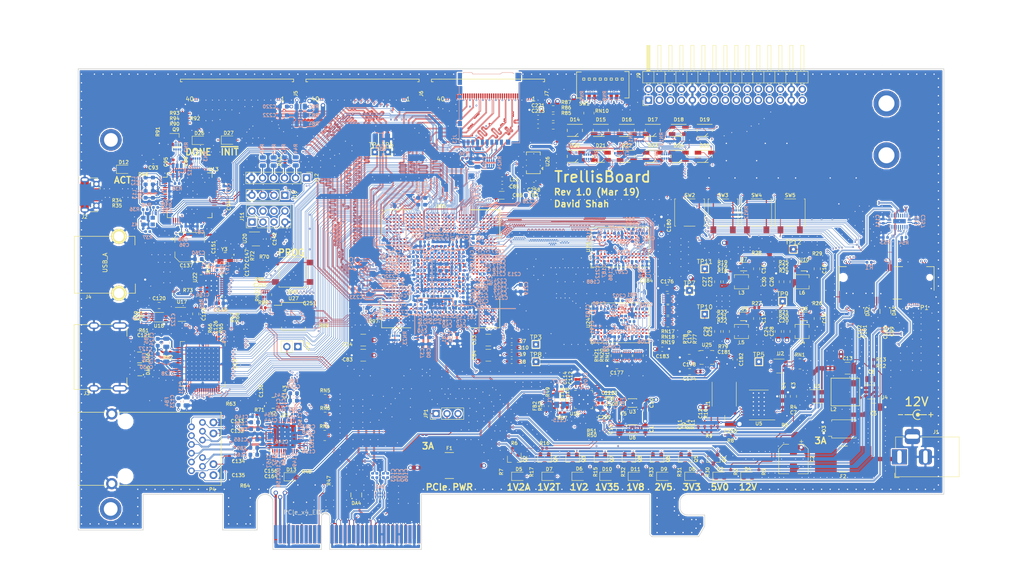
<source format=kicad_pcb>
(kicad_pcb (version 20171130) (host pcbnew 5.0.1)

  (general
    (thickness 1.6)
    (drawings 97)
    (tracks 47107)
    (zones 0)
    (modules 509)
    (nets 737)
  )

  (page A4)
  (layers
    (0 F.Cu signal)
    (1 In1.Cu signal)
    (2 In2.Cu signal)
    (3 In3.Cu signal)
    (4 In4.Cu signal)
    (5 In5.Cu signal)
    (6 In6.Cu signal)
    (31 B.Cu signal)
    (32 B.Adhes user)
    (33 F.Adhes user)
    (34 B.Paste user)
    (35 F.Paste user)
    (36 B.SilkS user)
    (37 F.SilkS user)
    (38 B.Mask user)
    (39 F.Mask user)
    (40 Dwgs.User user)
    (41 Cmts.User user)
    (42 Eco1.User user)
    (43 Eco2.User user)
    (44 Edge.Cuts user)
    (45 Margin user)
    (46 B.CrtYd user)
    (47 F.CrtYd user)
    (48 B.Fab user)
    (49 F.Fab user)
  )

  (setup
    (last_trace_width 0.0889)
    (user_trace_width 0.1)
    (user_trace_width 0.15)
    (user_trace_width 0.2)
    (user_trace_width 0.25)
    (user_trace_width 0.35)
    (user_trace_width 0.5)
    (user_trace_width 0.8)
    (user_trace_width 1)
    (trace_clearance 0.0889)
    (zone_clearance 0.15)
    (zone_45_only no)
    (trace_min 0.0889)
    (segment_width 0.2)
    (edge_width 0.15)
    (via_size 0.4)
    (via_drill 0.2)
    (via_min_size 0.4)
    (via_min_drill 0.2)
    (user_via 0.6 0.3)
    (user_via 0.8 0.5)
    (user_via 1 0.6)
    (user_via 1.5 1)
    (user_via 2 1.5)
    (uvia_size 0.3)
    (uvia_drill 0.1)
    (uvias_allowed no)
    (uvia_min_size 0.2)
    (uvia_min_drill 0.1)
    (pcb_text_width 0.3)
    (pcb_text_size 1.5 1.5)
    (mod_edge_width 0.15)
    (mod_text_size 1 1)
    (mod_text_width 0.15)
    (pad_size 1.524 1.524)
    (pad_drill 0.762)
    (pad_to_mask_clearance 0.051)
    (solder_mask_min_width 0.25)
    (aux_axis_origin 0 0)
    (visible_elements FFFDF7FF)
    (pcbplotparams
      (layerselection 0x010fc_ffffffff)
      (usegerberextensions false)
      (usegerberattributes false)
      (usegerberadvancedattributes false)
      (creategerberjobfile false)
      (excludeedgelayer true)
      (linewidth 0.100000)
      (plotframeref false)
      (viasonmask false)
      (mode 1)
      (useauxorigin false)
      (hpglpennumber 1)
      (hpglpenspeed 20)
      (hpglpendiameter 15.000000)
      (psnegative false)
      (psa4output false)
      (plotreference true)
      (plotvalue true)
      (plotinvisibletext false)
      (padsonsilk false)
      (subtractmaskfromsilk false)
      (outputformat 1)
      (mirror false)
      (drillshape 1)
      (scaleselection 1)
      (outputdirectory ""))
  )

  (net 0 "")
  (net 1 "/PCIe + SATA/DCU1_REFCLK-")
  (net 2 "/PCIe + SATA/DCU1_REFCLK+")
  (net 3 DDR3_A4)
  (net 4 DDR3_A6)
  (net 5 DDR3_A5)
  (net 6 DDR3_A7)
  (net 7 /DDR3/DDR3_VTT)
  (net 8 "Net-(R38-Pad2)")
  (net 9 +3V3)
  (net 10 /Power/1V2_EN)
  (net 11 /Power/2V5_EN)
  (net 12 /Power/1V35_EN)
  (net 13 "Net-(RN1-Pad4)")
  (net 14 +5V)
  (net 15 "Net-(RN1-Pad5)")
  (net 16 USD_D0)
  (net 17 USD_D3)
  (net 18 USD_CMD)
  (net 19 USD_D2)
  (net 20 "Net-(RN23-Pad1)")
  (net 21 GND)
  (net 22 "/FPGA IO/CFG0")
  (net 23 "Net-(RN23-Pad8)")
  (net 24 "/FPGA IO/CFG1")
  (net 25 "/FPGA IO/CFG2")
  (net 26 "/FPGA IO/FLASH_D3")
  (net 27 "/FPGA IO/FLASH_D1")
  (net 28 "/FPGA IO/FLASH_D2")
  (net 29 "/FPGA IO/FLASH_D0")
  (net 30 DDR3_WE)
  (net 31 DDR3_CKE)
  (net 32 DDR3_CS)
  (net 33 DDR3_ODT)
  (net 34 DDR3_CAS)
  (net 35 DDR3_BA2)
  (net 36 DDR3_RAS)
  (net 37 DDR3_BA1)
  (net 38 DDR3_A12)
  (net 39 DDR3_A14)
  (net 40 DDR3_A13)
  (net 41 DDR3_BA0)
  (net 42 DDR3_A11)
  (net 43 DDR3_A9)
  (net 44 DDR3_A10)
  (net 45 DDR3_A8)
  (net 46 DDR3_A0)
  (net 47 DDR3_A2)
  (net 48 DDR3_A1)
  (net 49 DDR3_A3)
  (net 50 "/HDMI, GbE, USB/ETH_LED2")
  (net 51 ETH_~RESET)
  (net 52 "/HDMI, GbE, USB/ETH_LED1")
  (net 53 RGMII_REF_CLK)
  (net 54 "Net-(D18-Pad4)")
  (net 55 "Net-(D20-Pad4)")
  (net 56 "Net-(D19-Pad4)")
  (net 57 "Net-(D21-Pad4)")
  (net 58 "Net-(D25-Pad4)")
  (net 59 "Net-(D23-Pad4)")
  (net 60 "Net-(D24-Pad4)")
  (net 61 "Net-(D22-Pad4)")
  (net 62 FTDI_D1_RX)
  (net 63 FTDI_~WR)
  (net 64 FTDI_~RD)
  (net 65 FTDI_~SIWU)
  (net 66 RGMII_RXD0)
  (net 67 RGMII_RXD2)
  (net 68 RGMII_RXD1)
  (net 69 RGMII_RXD3)
  (net 70 RGMII_RX_DV)
  (net 71 ETH_MDIO)
  (net 72 RGMII_RX_CLK)
  (net 73 ETH_INT_N)
  (net 74 "Net-(D17-Pad1)")
  (net 75 "Net-(D16-Pad1)")
  (net 76 "Net-(D14-Pad1)")
  (net 77 "Net-(D15-Pad1)")
  (net 78 DIP_SW1)
  (net 79 DIP_SW0)
  (net 80 DIP_SW2)
  (net 81 DIP_SW3)
  (net 82 DIP_SW7)
  (net 83 DIP_SW6)
  (net 84 DIP_SW4)
  (net 85 DIP_SW5)
  (net 86 "Net-(D14-Pad4)")
  (net 87 "Net-(D16-Pad4)")
  (net 88 "Net-(D15-Pad4)")
  (net 89 "Net-(D17-Pad4)")
  (net 90 "Net-(D21-Pad1)")
  (net 91 "Net-(D20-Pad1)")
  (net 92 "Net-(D18-Pad1)")
  (net 93 "Net-(D19-Pad1)")
  (net 94 BTN1)
  (net 95 BTN0)
  (net 96 BTN2)
  (net 97 BTN3)
  (net 98 "Net-(D25-Pad1)")
  (net 99 "Net-(D24-Pad1)")
  (net 100 "Net-(D22-Pad1)")
  (net 101 "Net-(D23-Pad1)")
  (net 102 "/FPGA IO/VCCIO7")
  (net 103 "Net-(R44-Pad2)")
  (net 104 JTAG_TDO)
  (net 105 JTAG_TDI)
  (net 106 "Net-(R43-Pad2)")
  (net 107 "Net-(R42-Pad2)")
  (net 108 JTAG_TCK)
  (net 109 JTAG_TMS)
  (net 110 "Net-(R45-Pad2)")
  (net 111 "/PCIe + SATA/CLKAUXO+")
  (net 112 +1V8)
  (net 113 +2V5)
  (net 114 "/PCIe + SATA/CLKAUXO-")
  (net 115 "/FPGA IO/VCCIO6")
  (net 116 CLK_SDA)
  (net 117 "Net-(R36-Pad2)")
  (net 118 FPGA_12MHz)
  (net 119 "/PCIe + SATA/PCIe_REFCLK+")
  (net 120 "/PCIe + SATA/PCIe_REFCLK-")
  (net 121 PCIe_12V)
  (net 122 "Net-(D13-Pad2)")
  (net 123 ~PERST)
  (net 124 "Net-(P3-PadA11)")
  (net 125 "Net-(D12-Pad2)")
  (net 126 "Net-(R40-Pad1)")
  (net 127 "Net-(R39-Pad1)")
  (net 128 "Net-(R38-Pad1)")
  (net 129 "Net-(R12-Pad2)")
  (net 130 "/PCIe + SATA/3V3_C")
  (net 131 "/PCIe + SATA/3V3_CA")
  (net 132 "Net-(R57-Pad1)")
  (net 133 "Net-(R58-Pad2)")
  (net 134 FABRIC_REFCLK)
  (net 135 "/HDMI, GbE, USB/PORT_SCL")
  (net 136 "/HDMI, GbE, USB/PORT_SDA")
  (net 137 "Net-(C121-Pad1)")
  (net 138 "Net-(R62-Pad1)")
  (net 139 /Power/3V3_PG)
  (net 140 "Net-(D27-Pad2)")
  (net 141 "/FPGA IO/~PROGRAM")
  (net 142 "Net-(R80-Pad1)")
  (net 143 "Net-(R81-Pad1)")
  (net 144 "/FPGA IO/FLASH_~CS")
  (net 145 "/FPGA IO/FLASH_CLK")
  (net 146 "/FPGA IO/DONE")
  (net 147 "Net-(Q9-Pad1)")
  (net 148 "Net-(D26-Pad2)")
  (net 149 "Net-(R79-Pad1)")
  (net 150 "/FPGA IO/~INIT")
  (net 151 "Net-(C9-Pad1)")
  (net 152 "Net-(C11-Pad1)")
  (net 153 "Net-(Q2-Pad3)")
  (net 154 "Net-(D5-Pad1)")
  (net 155 /Power/1V2_PG)
  (net 156 USD_D1)
  (net 157 USD_CLK)
  (net 158 "Net-(R97-Pad1)")
  (net 159 "Net-(Q2-Pad1)")
  (net 160 +1V2A)
  (net 161 "Net-(R5-Pad2)")
  (net 162 "Net-(D2-Pad2)")
  (net 163 "Net-(C7-Pad1)")
  (net 164 "Net-(D4-Pad2)")
  (net 165 +12V)
  (net 166 "Net-(R74-Pad1)")
  (net 167 "/Debug Interface/PORT_D-")
  (net 168 "/Debug Interface/FTDI_D-")
  (net 169 "/Debug Interface/FTDI_D+")
  (net 170 "/Debug Interface/PORT_D+")
  (net 171 "Net-(C22-Pad2)")
  (net 172 "Net-(R71-Pad2)")
  (net 173 "/HDMI, GbE, USB/USB_XO")
  (net 174 "/HDMI, GbE, USB/USB_XI")
  (net 175 "Net-(R73-Pad1)")
  (net 176 "/HDMI, GbE, USB/USBA_VBUS")
  (net 177 "/HDMI, GbE, USB/EXTVBUS")
  (net 178 DVI_SCL)
  (net 179 DVI_SDA)
  (net 180 CLK_SCL)
  (net 181 "Net-(R70-Pad1)")
  (net 182 "Net-(C175-Pad2)")
  (net 183 DDR3_CLK+)
  (net 184 "Net-(P4-Pad16)")
  (net 185 "Net-(R66-Pad1)")
  (net 186 "Net-(R65-Pad1)")
  (net 187 "/HDMI, GbE, USB/HDMI_HPD")
  (net 188 DDR3_CLK-)
  (net 189 "Net-(C179-Pad1)")
  (net 190 +1V35)
  (net 191 +1V2)
  (net 192 "Net-(D10-Pad2)")
  (net 193 "Net-(P4-Pad14)")
  (net 194 "Net-(C12-Pad2)")
  (net 195 "Net-(D6-Pad2)")
  (net 196 +1V2T)
  (net 197 "Net-(Q4-Pad1)")
  (net 198 "Net-(Q4-Pad3)")
  (net 199 "Net-(D7-Pad1)")
  (net 200 "Net-(C19-Pad2)")
  (net 201 "Net-(C20-Pad2)")
  (net 202 "Net-(C21-Pad2)")
  (net 203 "/Debug Interface/FTDI_12MHz")
  (net 204 "Net-(D11-Pad2)")
  (net 205 /Power/2V5_PG)
  (net 206 /Power/1V35_PG)
  (net 207 /Power/1V8_PG)
  (net 208 "Net-(D8-Pad2)")
  (net 209 "Net-(D9-Pad2)")
  (net 210 "Net-(C8-Pad2)")
  (net 211 "Net-(C8-Pad1)")
  (net 212 /Power/PWR_EN)
  (net 213 "/HDMI, GbE, USB/HDMI_5V")
  (net 214 "Net-(U17-Pad3)")
  (net 215 "Net-(D9-Pad1)")
  (net 216 "Net-(D11-Pad1)")
  (net 217 "Net-(D26-Pad1)")
  (net 218 "Net-(D2-Pad1)")
  (net 219 "Net-(D6-Pad1)")
  (net 220 "Net-(D10-Pad1)")
  (net 221 "Net-(D8-Pad1)")
  (net 222 "Net-(U1-Pad3)")
  (net 223 DDR3_Vref)
  (net 224 DDR3_Vtt_EN)
  (net 225 "Net-(U5-Pad2)")
  (net 226 "Net-(L1-Pad1)")
  (net 227 "Net-(C11-Pad2)")
  (net 228 "Net-(U13-Pad3)")
  (net 229 "/Debug Interface/Vphy")
  (net 230 "/Debug Interface/Vpll")
  (net 231 "/Debug Interface/JTAG_ACT")
  (net 232 "Net-(U13-Pad22)")
  (net 233 "Net-(U13-Pad23)")
  (net 234 "Net-(U13-Pad24)")
  (net 235 "Net-(U13-Pad26)")
  (net 236 "Net-(U13-Pad27)")
  (net 237 "Net-(U13-Pad28)")
  (net 238 "Net-(U13-Pad29)")
  (net 239 "Net-(U13-Pad30)")
  (net 240 "Net-(U13-Pad32)")
  (net 241 "Net-(U13-Pad33)")
  (net 242 "Net-(U13-Pad34)")
  (net 243 "Net-(U13-Pad36)")
  (net 244 FTDI_D0_TX)
  (net 245 FTDI_D2)
  (net 246 FTDI_D3)
  (net 247 FTDI_D4)
  (net 248 FTDI_D5)
  (net 249 FTDI_D6)
  (net 250 FTDI_D7)
  (net 251 FTDI_~RXF)
  (net 252 "Net-(U13-Pad49)")
  (net 253 "Net-(U13-Pad50)")
  (net 254 FTDI_~TXE)
  (net 255 "Net-(U13-Pad57)")
  (net 256 "Net-(U13-Pad58)")
  (net 257 "Net-(U13-Pad59)")
  (net 258 "Net-(U13-Pad60)")
  (net 259 "/HDMI, GbE, USB/DVI_DVDD")
  (net 260 DVI_DE)
  (net 261 DVI_HSYNC)
  (net 262 DVI_VSYNC)
  (net 263 "Net-(U19-Pad11)")
  (net 264 "/HDMI, GbE, USB/DVI_PVDD")
  (net 265 "/HDMI, GbE, USB/TMDS_CLK-")
  (net 266 "/HDMI, GbE, USB/TMDS_CLK+")
  (net 267 "/HDMI, GbE, USB/DVI_TVDD")
  (net 268 "/HDMI, GbE, USB/TMDS_D0-")
  (net 269 "/HDMI, GbE, USB/TMDS_D0+")
  (net 270 "/HDMI, GbE, USB/TMDS_D1-")
  (net 271 "/HDMI, GbE, USB/TMDS_D1+")
  (net 272 "/HDMI, GbE, USB/TMDS_D2-")
  (net 273 "/HDMI, GbE, USB/TMDS_D2+")
  (net 274 DVI_D23)
  (net 275 DVI_D22)
  (net 276 DVI_D21)
  (net 277 DVI_D20)
  (net 278 DVI_D19)
  (net 279 DVI_D18)
  (net 280 DVI_D17)
  (net 281 DVI_D16)
  (net 282 DVI_D15)
  (net 283 DVI_D14)
  (net 284 DVI_D13)
  (net 285 DVI_D12)
  (net 286 "Net-(U19-Pad49)")
  (net 287 DVI_D11)
  (net 288 DVI_D10)
  (net 289 DVI_D9)
  (net 290 DVI_D8)
  (net 291 DVI_D7)
  (net 292 DVI_D6)
  (net 293 DVI_CLK)
  (net 294 DVI_D5)
  (net 295 DVI_D4)
  (net 296 DVI_D3)
  (net 297 DVI_D2)
  (net 298 DVI_D1)
  (net 299 DVI_D0)
  (net 300 "/HDMI, GbE, USB/AVDDH")
  (net 301 "/HDMI, GbE, USB/MX4-")
  (net 302 "/HDMI, GbE, USB/MX4+")
  (net 303 "/HDMI, GbE, USB/AVDDL")
  (net 304 "/HDMI, GbE, USB/MX3-")
  (net 305 "/HDMI, GbE, USB/MX3+")
  (net 306 "/HDMI, GbE, USB/MX2-")
  (net 307 "/HDMI, GbE, USB/MX2+")
  (net 308 "/HDMI, GbE, USB/MX1-")
  (net 309 "/HDMI, GbE, USB/MX1+")
  (net 310 "Net-(U21-Pad13)")
  (net 311 RGMII_TXD0)
  (net 312 RGMII_TXD1)
  (net 313 RGMII_TXD2)
  (net 314 RGMII_TXD3)
  (net 315 RGMII_TX_CLK)
  (net 316 RGMII_TX_EN)
  (net 317 ETH_MDC)
  (net 318 "Net-(U21-Pad43)")
  (net 319 "/HDMI, GbE, USB/AVDDL_PLL")
  (net 320 "/HDMI, GbE, USB/ETH_XO")
  (net 321 "/HDMI, GbE, USB/ETH_XI")
  (net 322 "Net-(U21-Pad47)")
  (net 323 "Net-(U22-Pad3)")
  (net 324 "Net-(U22-Pad5)")
  (net 325 "/HDMI, GbE, USB/USBA_D+")
  (net 326 "/HDMI, GbE, USB/USBA_D-")
  (net 327 ULPI_RESET)
  (net 328 ULPI_NXT)
  (net 329 ULPI_DIR)
  (net 330 ULPI_STP)
  (net 331 ULPI_CLKO)
  (net 332 "/HDMI, GbE, USB/USB1V8")
  (net 333 ULPI_D7)
  (net 334 ULPI_D6)
  (net 335 ULPI_D5)
  (net 336 ULPI_D4)
  (net 337 ULPI_D3)
  (net 338 ULPI_D2)
  (net 339 ULPI_D1)
  (net 340 ULPI_D0)
  (net 341 "Net-(C117-Pad1)")
  (net 342 "Net-(C115-Pad2)")
  (net 343 CLK_SD_OE)
  (net 344 "/PCIe + SATA/1V8_C")
  (net 345 "Net-(U16-Pad16)")
  (net 346 "/PCIe + SATA/DCU0_REFCLK-")
  (net 347 "/PCIe + SATA/DCU0_REFCLK+")
  (net 348 "Net-(U16-Pad24)")
  (net 349 DDR3_DQ13)
  (net 350 DDR3_DQ15)
  (net 351 DDR3_DQ12)
  (net 352 DDR3_DQS1-)
  (net 353 DDR3_DQ14)
  (net 354 DDR3_DQ11)
  (net 355 DDR3_DQ9)
  (net 356 DDR3_DQS1+)
  (net 357 DDR3_DQ10)
  (net 358 DDR3_DM1)
  (net 359 DDR3_DQ8)
  (net 360 DDR3_DQ0)
  (net 361 DDR3_DM0)
  (net 362 DDR3_DQ2)
  (net 363 DDR3_DQS0+)
  (net 364 DDR3_DQ1)
  (net 365 DDR3_DQ3)
  (net 366 DDR3_DQ6)
  (net 367 DDR3_DQS0-)
  (net 368 DDR3_DQ4)
  (net 369 DDR3_DQ7)
  (net 370 DDR3_DQ5)
  (net 371 "Net-(U23-PadJ1)")
  (net 372 "Net-(U23-PadJ9)")
  (net 373 "Net-(U23-PadL1)")
  (net 374 "Net-(U23-PadL9)")
  (net 375 "Net-(U23-PadM7)")
  (net 376 DDR3_RESET)
  (net 377 "Net-(U24-PadM7)")
  (net 378 "Net-(U24-PadL9)")
  (net 379 "Net-(U24-PadL1)")
  (net 380 "Net-(U24-PadJ9)")
  (net 381 "Net-(U24-PadJ1)")
  (net 382 DDR3_DQ21)
  (net 383 DDR3_DQ23)
  (net 384 DDR3_DQ20)
  (net 385 DDR3_DQS2-)
  (net 386 DDR3_DQ22)
  (net 387 DDR3_DQ19)
  (net 388 DDR3_DQ17)
  (net 389 DDR3_DQS2+)
  (net 390 DDR3_DQ18)
  (net 391 DDR3_DM2)
  (net 392 DDR3_DQ16)
  (net 393 DDR3_DQ24)
  (net 394 DDR3_DM3)
  (net 395 DDR3_DQ26)
  (net 396 DDR3_DQS3+)
  (net 397 DDR3_DQ25)
  (net 398 DDR3_DQ27)
  (net 399 DDR3_DQ30)
  (net 400 DDR3_DQS3-)
  (net 401 DDR3_DQ28)
  (net 402 DDR3_DQ31)
  (net 403 DDR3_DQ29)
  (net 404 "Net-(X1-Pad1)")
  (net 405 "Net-(L4-Pad1)")
  (net 406 "Net-(L5-Pad1)")
  (net 407 "Net-(L3-Pad1)")
  (net 408 "Net-(L6-Pad1)")
  (net 409 "/FPGA Core Power/VCCHTX1")
  (net 410 "/FPGA Core Power/VCCHTX0")
  (net 411 "/FPGA Core Power/VCCA0")
  (net 412 "/FPGA Core Power/VCCAUX")
  (net 413 "/FPGA Core Power/VCCA1")
  (net 414 "/PCIe + SATA/DCU1_RX1-")
  (net 415 "/PCIe + SATA/DCU1_RX1+")
  (net 416 "/PCIe + SATA/DCU1_RX0-")
  (net 417 "/PCIe + SATA/DCU1_RX0+")
  (net 418 "/PCIe + SATA/PCIe_HSI0+")
  (net 419 "/PCIe + SATA/PCIe_HSI0-")
  (net 420 "/PCIe + SATA/PCIe_HSI1+")
  (net 421 "/PCIe + SATA/PCIe_HSI1-")
  (net 422 "/PCIe + SATA/DCU0_RX0+")
  (net 423 "/PCIe + SATA/DCU0_RX0-")
  (net 424 "/PCIe + SATA/DCU0_RX1+")
  (net 425 "/PCIe + SATA/DCU0_RX1-")
  (net 426 "Net-(U6-Pad2)")
  (net 427 "Net-(U6-Pad5)")
  (net 428 "Net-(U3-Pad5)")
  (net 429 "Net-(U3-Pad2)")
  (net 430 "Net-(U10-Pad4)")
  (net 431 "Net-(U9-Pad4)")
  (net 432 "Net-(U8-Pad4)")
  (net 433 "Net-(U7-Pad4)")
  (net 434 "Net-(J5-Pad38)")
  (net 435 "/FPGA IO/EXT0_11-")
  (net 436 "/FPGA IO/EXT0_11+")
  (net 437 "/FPGA IO/EXT0_10-")
  (net 438 "/FPGA IO/EXT0_10+")
  (net 439 "/FPGA IO/EXT0_9-")
  (net 440 "/FPGA IO/EXT0_9+")
  (net 441 "/FPGA IO/EXT0_8-")
  (net 442 "/FPGA IO/EXT0_8+")
  (net 443 "/FPGA IO/EXT0_7-")
  (net 444 "/FPGA IO/EXT0_7+")
  (net 445 "/FPGA IO/EXT0_6-")
  (net 446 "/FPGA IO/EXT0_6+")
  (net 447 "/FPGA IO/EXT0_5-")
  (net 448 "/FPGA IO/EXT0_5+")
  (net 449 "/FPGA IO/EXT0_4-")
  (net 450 "/FPGA IO/EXT0_4+")
  (net 451 "/FPGA IO/EXT0_3-")
  (net 452 "/FPGA IO/EXT0_3+")
  (net 453 "/FPGA IO/EXT0_2-")
  (net 454 "/FPGA IO/EXT0_2+")
  (net 455 "/FPGA IO/EXT0_1-")
  (net 456 "/FPGA IO/EXT0_1+")
  (net 457 "/FPGA IO/EXT0_0-")
  (net 458 "/FPGA IO/EXT0_0+")
  (net 459 "Net-(J6-Pad38)")
  (net 460 "/FPGA IO/EXT1_11-")
  (net 461 "/FPGA IO/EXT1_11+")
  (net 462 "/FPGA IO/EXT1_10-")
  (net 463 "/FPGA IO/EXT1_10+")
  (net 464 "/FPGA IO/EXT1_9-")
  (net 465 "/FPGA IO/EXT1_9+")
  (net 466 "/FPGA IO/EXT1_8-")
  (net 467 "/FPGA IO/EXT1_8+")
  (net 468 "/FPGA IO/EXT1_7-")
  (net 469 "/FPGA IO/EXT1_7+")
  (net 470 "/FPGA IO/EXT1_6-")
  (net 471 "/FPGA IO/EXT1_6+")
  (net 472 "/FPGA IO/EXT1_5-")
  (net 473 "/FPGA IO/EXT1_5+")
  (net 474 "/FPGA IO/EXT1_4-")
  (net 475 "/FPGA IO/EXT1_4+")
  (net 476 "/FPGA IO/EXT1_3-")
  (net 477 "/FPGA IO/EXT1_3+")
  (net 478 "/FPGA IO/EXT1_2-")
  (net 479 "/FPGA IO/EXT1_2+")
  (net 480 "/FPGA IO/EXT1_1-")
  (net 481 "/FPGA IO/EXT1_1+")
  (net 482 "/FPGA IO/EXT1_0-")
  (net 483 "/FPGA IO/EXT1_0+")
  (net 484 "/FPGA IO/EXT2_0+")
  (net 485 "/FPGA IO/EXT2_0-")
  (net 486 "/FPGA IO/EXT2_1+")
  (net 487 "/FPGA IO/EXT2_1-")
  (net 488 "/FPGA IO/EXT2_2+")
  (net 489 "/FPGA IO/EXT2_2-")
  (net 490 "/FPGA IO/EXT2_3+")
  (net 491 "/FPGA IO/EXT2_3-")
  (net 492 "/FPGA IO/EXT2_4+")
  (net 493 "/FPGA IO/EXT2_4-")
  (net 494 "/FPGA IO/EXT2_5+")
  (net 495 "/FPGA IO/EXT2_5-")
  (net 496 "/FPGA IO/EXT2_6+")
  (net 497 "/FPGA IO/EXT2_6-")
  (net 498 "/FPGA IO/EXT2_7+")
  (net 499 "/FPGA IO/EXT2_7-")
  (net 500 "/FPGA IO/EXT2_8+")
  (net 501 "/FPGA IO/EXT2_8-")
  (net 502 "/FPGA IO/EXT2_9+")
  (net 503 "/FPGA IO/EXT2_9-")
  (net 504 "/FPGA IO/EXT2_10+")
  (net 505 "/FPGA IO/EXT2_10-")
  (net 506 "/FPGA IO/EXT2_11+")
  (net 507 "/FPGA IO/EXT2_11-")
  (net 508 "Net-(J7-Pad38)")
  (net 509 "Net-(C132-Pad1)")
  (net 510 "Net-(C135-Pad1)")
  (net 511 "Net-(C133-Pad1)")
  (net 512 "Net-(C134-Pad1)")
  (net 513 "Net-(P3-PadB5)")
  (net 514 "Net-(P3-PadB6)")
  (net 515 "Net-(P3-PadB8)")
  (net 516 "Net-(P3-PadB9)")
  (net 517 "Net-(P3-PadB10)")
  (net 518 PCIe_~WAKE)
  (net 519 "Net-(P3-PadB12)")
  (net 520 "/PCIe + SATA/~PRSNT2~_X1")
  (net 521 "Net-(P3-PadB23)")
  (net 522 "Net-(P3-PadB24)")
  (net 523 "Net-(P3-PadB27)")
  (net 524 "Net-(P3-PadB28)")
  (net 525 "Net-(P3-PadB30)")
  (net 526 "/PCIe + SATA/~PRSNT2~_X4")
  (net 527 "/PCIe + SATA/~PRSNT1")
  (net 528 "Net-(P3-PadA5)")
  (net 529 "Net-(P3-PadA6)")
  (net 530 "Net-(P3-PadA7)")
  (net 531 "Net-(P3-PadA8)")
  (net 532 "Net-(P3-PadA9)")
  (net 533 "Net-(P3-PadA10)")
  (net 534 "Net-(P3-PadA19)")
  (net 535 "Net-(P3-PadA25)")
  (net 536 "Net-(P3-PadA26)")
  (net 537 "Net-(P3-PadA29)")
  (net 538 "Net-(P3-PadA30)")
  (net 539 "Net-(P3-PadA32)")
  (net 540 "Net-(U26-Pad1)")
  (net 541 "Net-(U26-Pad2)")
  (net 542 "/FPGA IO/CLK100+")
  (net 543 "/FPGA IO/CLK100-")
  (net 544 "Net-(J3-Pad14)")
  (net 545 "Net-(J3-Pad13)")
  (net 546 LED2)
  (net 547 LED11)
  (net 548 LED10)
  (net 549 LED0)
  (net 550 LED1)
  (net 551 LED3)
  (net 552 LED4)
  (net 553 LED5)
  (net 554 LED6)
  (net 555 LED7)
  (net 556 LED8)
  (net 557 LED9)
  (net 558 "Net-(F2-Pad2)")
  (net 559 "Net-(U15-PadR1)")
  (net 560 "Net-(U15-PadT2)")
  (net 561 "Net-(U15-PadAB2)")
  (net 562 "Net-(U15-PadAC2)")
  (net 563 "Net-(U15-PadAE2)")
  (net 564 "Net-(U15-PadAG2)")
  (net 565 "Net-(U15-PadA3)")
  (net 566 "Net-(U15-PadV3)")
  (net 567 "Net-(U15-PadW3)")
  (net 568 "Net-(U15-PadY3)")
  (net 569 "Net-(U15-PadAC3)")
  (net 570 "Net-(U15-PadAG3)")
  (net 571 "Net-(U15-PadAL3)")
  (net 572 "Net-(U15-PadB4)")
  (net 573 "Net-(U15-PadH4)")
  (net 574 "Net-(U15-PadAC4)")
  (net 575 "Net-(U15-PadA5)")
  (net 576 "Net-(U15-PadL5)")
  (net 577 "Net-(U15-PadW6)")
  (net 578 "Net-(U15-PadD7)")
  (net 579 "Net-(U15-PadE7)")
  (net 580 "Net-(U15-PadAE7)")
  (net 581 "Net-(U15-PadG9)")
  (net 582 "/PCIe + SATA/DCU0_TX0+")
  (net 583 "Net-(U15-PadG10)")
  (net 584 "/PCIe + SATA/DCU0_TX0-")
  (net 585 "Net-(U15-PadG11)")
  (net 586 "/PCIe + SATA/DCU0_TX1+")
  (net 587 "/PCIe + SATA/DCU0_TX1-")
  (net 588 "/FPGA IO/PMOD1_10")
  (net 589 "/FPGA IO/PMOD1_9")
  (net 590 "Net-(U15-PadG14)")
  (net 591 "Net-(U15-PadG15)")
  (net 592 "Net-(U15-PadAK15)")
  (net 593 "Net-(U15-PadG16)")
  (net 594 "Net-(U15-PadAK16)")
  (net 595 "Net-(U15-PadG17)")
  (net 596 "Net-(U15-PadG18)")
  (net 597 "/PCIe + SATA/DCU1_TX0+")
  (net 598 "Net-(U15-PadG19)")
  (net 599 "/PCIe + SATA/DCU1_TX0-")
  (net 600 "/FPGA IO/PMOD1_8")
  (net 601 "/FPGA IO/PMOD1_7")
  (net 602 "/PCIe + SATA/DCU1_TX1+")
  (net 603 "/PCIe + SATA/DCU1_TX1-")
  (net 604 "/FPGA IO/EXIO_5")
  (net 605 "/FPGA IO/EXIO_4")
  (net 606 "/FPGA IO/EXIO_3")
  (net 607 "Net-(U15-PadG22)")
  (net 608 "/FPGA IO/PMOD1_3")
  (net 609 "/FPGA IO/PMOD1_2")
  (net 610 "/FPGA IO/PMOD1_0")
  (net 611 "/FPGA IO/PMOD1_1")
  (net 612 "/FPGA IO/EXIO_2")
  (net 613 "Net-(U15-PadG23)")
  (net 614 "/FPGA IO/EXIO_1")
  (net 615 "/FPGA IO/PMOD0_10")
  (net 616 "/FPGA IO/EXIO_0")
  (net 617 "/FPGA IO/PMOD0_9")
  (net 618 "Net-(U15-PadG24)")
  (net 619 "Net-(U15-PadAG24)")
  (net 620 "Net-(U15-PadAK24)")
  (net 621 "/FPGA IO/PMOD0_8")
  (net 622 "/FPGA IO/PMOD0_3")
  (net 623 "/FPGA IO/PMOD0_7")
  (net 624 "/FPGA IO/PMOD0_2")
  (net 625 "/FPGA IO/PMOD0_1")
  (net 626 "Net-(U15-PadAK25)")
  (net 627 "/FPGA IO/PMOD0_0")
  (net 628 "Net-(U15-PadB26)")
  (net 629 "Net-(U15-PadE26)")
  (net 630 "Net-(U15-PadAE26)")
  (net 631 "Net-(U15-PadJ27)")
  (net 632 "Net-(U15-PadW27)")
  (net 633 "Net-(U15-PadC28)")
  (net 634 "Net-(U15-PadL28)")
  (net 635 "Net-(U15-PadAC28)")
  (net 636 "Net-(U15-PadH29)")
  (net 637 "Net-(U15-PadP29)")
  (net 638 "Net-(U15-PadAB29)")
  (net 639 "Net-(U15-PadAC29)")
  (net 640 "Net-(U15-PadAE29)")
  (net 641 "Net-(U15-PadAJ29)")
  (net 642 "Net-(U15-PadP30)")
  (net 643 "Net-(U15-PadR30)")
  (net 644 "Net-(U15-PadV30)")
  (net 645 "Net-(U15-PadAB30)")
  (net 646 "Net-(U15-PadAE30)")
  (net 647 "Net-(U15-PadAJ30)")
  (net 648 "Net-(U15-PadA31)")
  (net 649 "Net-(U15-PadAG31)")
  (net 650 "Net-(U15-PadAK31)")
  (net 651 "Net-(U15-PadAG32)")
  (net 652 "Net-(J2-Pad1)")
  (net 653 "Net-(J2-Pad4)")
  (net 654 "Net-(U15-PadAD27)")
  (net 655 "Net-(U15-PadF30)")
  (net 656 "Net-(U15-PadN27)")
  (net 657 "Net-(U15-PadU29)")
  (net 658 "Net-(U15-PadW1)")
  (net 659 "Net-(U15-PadV1)")
  (net 660 "Net-(U15-PadY7)")
  (net 661 "Net-(U15-PadY6)")
  (net 662 "Net-(U15-PadAC5)")
  (net 663 "Net-(U15-PadAD4)")
  (net 664 "Net-(U15-PadY4)")
  (net 665 "Net-(U15-PadW4)")
  (net 666 "Net-(U15-PadJ4)")
  (net 667 "Net-(U15-PadL3)")
  (net 668 "Net-(U15-PadL2)")
  (net 669 "Net-(U15-PadK2)")
  (net 670 "Net-(U15-PadL1)")
  (net 671 "Net-(U15-PadK1)")
  (net 672 "Net-(U15-PadJ1)")
  (net 673 "Net-(U15-PadD1)")
  (net 674 "Net-(U15-PadC1)")
  (net 675 "Net-(U15-PadF2)")
  (net 676 "Net-(U15-PadE1)")
  (net 677 "Net-(U15-PadE4)")
  (net 678 "Net-(U15-PadD4)")
  (net 679 "Net-(P1-Pad52)")
  (net 680 M2_CLKSEL)
  (net 681 "Net-(R54-Pad1)")
  (net 682 "/PCIe + SATA/M2_REFCLK+")
  (net 683 "/PCIe + SATA/M2_REFCLK-")
  (net 684 "Net-(U11-Pad17)")
  (net 685 "Net-(U11-Pad16)")
  (net 686 "/PCIe + SATA/CLKREFO+")
  (net 687 "/PCIe + SATA/CLKREFO-")
  (net 688 "/PCIe + SATA/M2_RX0+")
  (net 689 "/PCIe + SATA/M2_RX0-")
  (net 690 "/PCIe + SATA/M2_RX1+")
  (net 691 "/PCIe + SATA/M2_RX1-")
  (net 692 M2_CTS)
  (net 693 M2_RTS)
  (net 694 M2_SDIO_D0)
  (net 695 M2_TXD)
  (net 696 M2_SDIO_D3)
  (net 697 M2_SDIO_D2)
  (net 698 M2_SDIO_D1)
  (net 699 M2_SDIO_CLK)
  (net 700 M2_SDIO_CMD)
  (net 701 "Net-(P1-Pad3)")
  (net 702 "Net-(P1-Pad5)")
  (net 703 "Net-(P1-Pad6)")
  (net 704 "Net-(P1-Pad8)")
  (net 705 "Net-(P1-Pad10)")
  (net 706 "Net-(P1-Pad12)")
  (net 707 "Net-(P1-Pad14)")
  (net 708 "Net-(P1-Pad16)")
  (net 709 "Net-(P1-Pad20)")
  (net 710 "Net-(P1-Pad21)")
  (net 711 "Net-(P1-Pad23)")
  (net 712 "Net-(P1-Pad38)")
  (net 713 "Net-(P1-Pad40)")
  (net 714 "Net-(P1-Pad42)")
  (net 715 "Net-(P1-Pad44)")
  (net 716 "Net-(P1-Pad46)")
  (net 717 "Net-(P1-Pad48)")
  (net 718 "Net-(P1-Pad50)")
  (net 719 "Net-(P1-Pad53)")
  (net 720 "Net-(P1-Pad54)")
  (net 721 "Net-(P1-Pad55)")
  (net 722 "Net-(P1-Pad56)")
  (net 723 "Net-(P1-Pad58)")
  (net 724 "Net-(P1-Pad60)")
  (net 725 "Net-(P1-Pad62)")
  (net 726 "Net-(P1-Pad64)")
  (net 727 "Net-(P1-Pad66)")
  (net 728 "Net-(P1-Pad68)")
  (net 729 "Net-(P1-Pad70)")
  (net 730 "Net-(C258-Pad1)")
  (net 731 M2_RXD)
  (net 732 "Net-(U15-PadA4)")
  (net 733 "Net-(RN2-Pad4)")
  (net 734 "Net-(RN2-Pad2)")
  (net 735 "Net-(RN2-Pad3)")
  (net 736 "Net-(C260-Pad1)")

  (net_class Default "This is the default net class."
    (clearance 0.0889)
    (trace_width 0.0889)
    (via_dia 0.4)
    (via_drill 0.2)
    (uvia_dia 0.3)
    (uvia_drill 0.1)
    (diff_pair_gap 0.11)
    (diff_pair_width 0.11)
    (add_net +12V)
    (add_net +1V2)
    (add_net +1V2A)
    (add_net +1V2T)
    (add_net +1V35)
    (add_net +1V8)
    (add_net +2V5)
    (add_net +3V3)
    (add_net +5V)
    (add_net /DDR3/DDR3_VTT)
    (add_net "/Debug Interface/FTDI_12MHz")
    (add_net "/Debug Interface/FTDI_D+")
    (add_net "/Debug Interface/FTDI_D-")
    (add_net "/Debug Interface/JTAG_ACT")
    (add_net "/Debug Interface/PORT_D+")
    (add_net "/Debug Interface/PORT_D-")
    (add_net "/Debug Interface/Vphy")
    (add_net "/Debug Interface/Vpll")
    (add_net "/FPGA Core Power/VCCA0")
    (add_net "/FPGA Core Power/VCCA1")
    (add_net "/FPGA Core Power/VCCAUX")
    (add_net "/FPGA Core Power/VCCHTX0")
    (add_net "/FPGA Core Power/VCCHTX1")
    (add_net "/FPGA IO/CFG0")
    (add_net "/FPGA IO/CFG1")
    (add_net "/FPGA IO/CFG2")
    (add_net "/FPGA IO/CLK100+")
    (add_net "/FPGA IO/CLK100-")
    (add_net "/FPGA IO/DONE")
    (add_net "/FPGA IO/EXIO_0")
    (add_net "/FPGA IO/EXIO_1")
    (add_net "/FPGA IO/EXIO_2")
    (add_net "/FPGA IO/EXIO_3")
    (add_net "/FPGA IO/EXIO_4")
    (add_net "/FPGA IO/EXIO_5")
    (add_net "/FPGA IO/EXT0_0+")
    (add_net "/FPGA IO/EXT0_0-")
    (add_net "/FPGA IO/EXT0_1+")
    (add_net "/FPGA IO/EXT0_1-")
    (add_net "/FPGA IO/EXT0_10+")
    (add_net "/FPGA IO/EXT0_10-")
    (add_net "/FPGA IO/EXT0_11+")
    (add_net "/FPGA IO/EXT0_11-")
    (add_net "/FPGA IO/EXT0_2+")
    (add_net "/FPGA IO/EXT0_2-")
    (add_net "/FPGA IO/EXT0_3+")
    (add_net "/FPGA IO/EXT0_3-")
    (add_net "/FPGA IO/EXT0_4+")
    (add_net "/FPGA IO/EXT0_4-")
    (add_net "/FPGA IO/EXT0_5+")
    (add_net "/FPGA IO/EXT0_5-")
    (add_net "/FPGA IO/EXT0_6+")
    (add_net "/FPGA IO/EXT0_6-")
    (add_net "/FPGA IO/EXT0_7+")
    (add_net "/FPGA IO/EXT0_7-")
    (add_net "/FPGA IO/EXT0_8+")
    (add_net "/FPGA IO/EXT0_8-")
    (add_net "/FPGA IO/EXT0_9+")
    (add_net "/FPGA IO/EXT0_9-")
    (add_net "/FPGA IO/EXT1_0+")
    (add_net "/FPGA IO/EXT1_0-")
    (add_net "/FPGA IO/EXT1_1+")
    (add_net "/FPGA IO/EXT1_1-")
    (add_net "/FPGA IO/EXT1_10+")
    (add_net "/FPGA IO/EXT1_10-")
    (add_net "/FPGA IO/EXT1_11+")
    (add_net "/FPGA IO/EXT1_11-")
    (add_net "/FPGA IO/EXT1_2+")
    (add_net "/FPGA IO/EXT1_2-")
    (add_net "/FPGA IO/EXT1_3+")
    (add_net "/FPGA IO/EXT1_3-")
    (add_net "/FPGA IO/EXT1_4+")
    (add_net "/FPGA IO/EXT1_4-")
    (add_net "/FPGA IO/EXT1_5+")
    (add_net "/FPGA IO/EXT1_5-")
    (add_net "/FPGA IO/EXT1_6+")
    (add_net "/FPGA IO/EXT1_6-")
    (add_net "/FPGA IO/EXT1_7+")
    (add_net "/FPGA IO/EXT1_7-")
    (add_net "/FPGA IO/EXT1_8+")
    (add_net "/FPGA IO/EXT1_8-")
    (add_net "/FPGA IO/EXT1_9+")
    (add_net "/FPGA IO/EXT1_9-")
    (add_net "/FPGA IO/EXT2_0+")
    (add_net "/FPGA IO/EXT2_0-")
    (add_net "/FPGA IO/EXT2_1+")
    (add_net "/FPGA IO/EXT2_1-")
    (add_net "/FPGA IO/EXT2_10+")
    (add_net "/FPGA IO/EXT2_10-")
    (add_net "/FPGA IO/EXT2_11+")
    (add_net "/FPGA IO/EXT2_11-")
    (add_net "/FPGA IO/EXT2_2+")
    (add_net "/FPGA IO/EXT2_2-")
    (add_net "/FPGA IO/EXT2_3+")
    (add_net "/FPGA IO/EXT2_3-")
    (add_net "/FPGA IO/EXT2_4+")
    (add_net "/FPGA IO/EXT2_4-")
    (add_net "/FPGA IO/EXT2_5+")
    (add_net "/FPGA IO/EXT2_5-")
    (add_net "/FPGA IO/EXT2_6+")
    (add_net "/FPGA IO/EXT2_6-")
    (add_net "/FPGA IO/EXT2_7+")
    (add_net "/FPGA IO/EXT2_7-")
    (add_net "/FPGA IO/EXT2_8+")
    (add_net "/FPGA IO/EXT2_8-")
    (add_net "/FPGA IO/EXT2_9+")
    (add_net "/FPGA IO/EXT2_9-")
    (add_net "/FPGA IO/FLASH_CLK")
    (add_net "/FPGA IO/FLASH_D0")
    (add_net "/FPGA IO/FLASH_D1")
    (add_net "/FPGA IO/FLASH_D2")
    (add_net "/FPGA IO/FLASH_D3")
    (add_net "/FPGA IO/FLASH_~CS")
    (add_net "/FPGA IO/PMOD0_0")
    (add_net "/FPGA IO/PMOD0_1")
    (add_net "/FPGA IO/PMOD0_10")
    (add_net "/FPGA IO/PMOD0_2")
    (add_net "/FPGA IO/PMOD0_3")
    (add_net "/FPGA IO/PMOD0_7")
    (add_net "/FPGA IO/PMOD0_8")
    (add_net "/FPGA IO/PMOD0_9")
    (add_net "/FPGA IO/PMOD1_0")
    (add_net "/FPGA IO/PMOD1_1")
    (add_net "/FPGA IO/PMOD1_10")
    (add_net "/FPGA IO/PMOD1_2")
    (add_net "/FPGA IO/PMOD1_3")
    (add_net "/FPGA IO/PMOD1_7")
    (add_net "/FPGA IO/PMOD1_8")
    (add_net "/FPGA IO/PMOD1_9")
    (add_net "/FPGA IO/VCCIO6")
    (add_net "/FPGA IO/VCCIO7")
    (add_net "/FPGA IO/~INIT")
    (add_net "/FPGA IO/~PROGRAM")
    (add_net "/HDMI, GbE, USB/AVDDH")
    (add_net "/HDMI, GbE, USB/AVDDL")
    (add_net "/HDMI, GbE, USB/AVDDL_PLL")
    (add_net "/HDMI, GbE, USB/DVI_DVDD")
    (add_net "/HDMI, GbE, USB/DVI_PVDD")
    (add_net "/HDMI, GbE, USB/DVI_TVDD")
    (add_net "/HDMI, GbE, USB/ETH_LED1")
    (add_net "/HDMI, GbE, USB/ETH_LED2")
    (add_net "/HDMI, GbE, USB/ETH_XI")
    (add_net "/HDMI, GbE, USB/ETH_XO")
    (add_net "/HDMI, GbE, USB/EXTVBUS")
    (add_net "/HDMI, GbE, USB/HDMI_5V")
    (add_net "/HDMI, GbE, USB/HDMI_HPD")
    (add_net "/HDMI, GbE, USB/MX1+")
    (add_net "/HDMI, GbE, USB/MX1-")
    (add_net "/HDMI, GbE, USB/MX2+")
    (add_net "/HDMI, GbE, USB/MX2-")
    (add_net "/HDMI, GbE, USB/MX3+")
    (add_net "/HDMI, GbE, USB/MX3-")
    (add_net "/HDMI, GbE, USB/MX4+")
    (add_net "/HDMI, GbE, USB/MX4-")
    (add_net "/HDMI, GbE, USB/PORT_SCL")
    (add_net "/HDMI, GbE, USB/PORT_SDA")
    (add_net "/HDMI, GbE, USB/TMDS_CLK+")
    (add_net "/HDMI, GbE, USB/TMDS_CLK-")
    (add_net "/HDMI, GbE, USB/TMDS_D0+")
    (add_net "/HDMI, GbE, USB/TMDS_D0-")
    (add_net "/HDMI, GbE, USB/TMDS_D1+")
    (add_net "/HDMI, GbE, USB/TMDS_D1-")
    (add_net "/HDMI, GbE, USB/TMDS_D2+")
    (add_net "/HDMI, GbE, USB/TMDS_D2-")
    (add_net "/HDMI, GbE, USB/USB1V8")
    (add_net "/HDMI, GbE, USB/USBA_D+")
    (add_net "/HDMI, GbE, USB/USBA_D-")
    (add_net "/HDMI, GbE, USB/USBA_VBUS")
    (add_net "/HDMI, GbE, USB/USB_XI")
    (add_net "/HDMI, GbE, USB/USB_XO")
    (add_net "/PCIe + SATA/1V8_C")
    (add_net "/PCIe + SATA/3V3_C")
    (add_net "/PCIe + SATA/3V3_CA")
    (add_net "/PCIe + SATA/CLKAUXO+")
    (add_net "/PCIe + SATA/CLKAUXO-")
    (add_net "/PCIe + SATA/CLKREFO+")
    (add_net "/PCIe + SATA/CLKREFO-")
    (add_net "/PCIe + SATA/DCU0_REFCLK+")
    (add_net "/PCIe + SATA/DCU0_REFCLK-")
    (add_net "/PCIe + SATA/DCU0_RX0+")
    (add_net "/PCIe + SATA/DCU0_RX0-")
    (add_net "/PCIe + SATA/DCU0_RX1+")
    (add_net "/PCIe + SATA/DCU0_RX1-")
    (add_net "/PCIe + SATA/DCU0_TX0+")
    (add_net "/PCIe + SATA/DCU0_TX0-")
    (add_net "/PCIe + SATA/DCU0_TX1+")
    (add_net "/PCIe + SATA/DCU0_TX1-")
    (add_net "/PCIe + SATA/DCU1_REFCLK+")
    (add_net "/PCIe + SATA/DCU1_REFCLK-")
    (add_net "/PCIe + SATA/DCU1_RX0+")
    (add_net "/PCIe + SATA/DCU1_RX0-")
    (add_net "/PCIe + SATA/DCU1_RX1+")
    (add_net "/PCIe + SATA/DCU1_RX1-")
    (add_net "/PCIe + SATA/DCU1_TX0+")
    (add_net "/PCIe + SATA/DCU1_TX0-")
    (add_net "/PCIe + SATA/DCU1_TX1+")
    (add_net "/PCIe + SATA/DCU1_TX1-")
    (add_net "/PCIe + SATA/M2_REFCLK+")
    (add_net "/PCIe + SATA/M2_REFCLK-")
    (add_net "/PCIe + SATA/M2_RX0+")
    (add_net "/PCIe + SATA/M2_RX0-")
    (add_net "/PCIe + SATA/M2_RX1+")
    (add_net "/PCIe + SATA/M2_RX1-")
    (add_net "/PCIe + SATA/PCIe_HSI0+")
    (add_net "/PCIe + SATA/PCIe_HSI0-")
    (add_net "/PCIe + SATA/PCIe_HSI1+")
    (add_net "/PCIe + SATA/PCIe_HSI1-")
    (add_net "/PCIe + SATA/PCIe_REFCLK+")
    (add_net "/PCIe + SATA/PCIe_REFCLK-")
    (add_net "/PCIe + SATA/~PRSNT1")
    (add_net "/PCIe + SATA/~PRSNT2~_X1")
    (add_net "/PCIe + SATA/~PRSNT2~_X4")
    (add_net /Power/1V2_EN)
    (add_net /Power/1V2_PG)
    (add_net /Power/1V35_EN)
    (add_net /Power/1V35_PG)
    (add_net /Power/1V8_PG)
    (add_net /Power/2V5_EN)
    (add_net /Power/2V5_PG)
    (add_net /Power/3V3_PG)
    (add_net /Power/PWR_EN)
    (add_net BTN0)
    (add_net BTN1)
    (add_net BTN2)
    (add_net BTN3)
    (add_net CLK_SCL)
    (add_net CLK_SDA)
    (add_net CLK_SD_OE)
    (add_net DDR3_A0)
    (add_net DDR3_A1)
    (add_net DDR3_A10)
    (add_net DDR3_A11)
    (add_net DDR3_A12)
    (add_net DDR3_A13)
    (add_net DDR3_A14)
    (add_net DDR3_A2)
    (add_net DDR3_A3)
    (add_net DDR3_A4)
    (add_net DDR3_A5)
    (add_net DDR3_A6)
    (add_net DDR3_A7)
    (add_net DDR3_A8)
    (add_net DDR3_A9)
    (add_net DDR3_BA0)
    (add_net DDR3_BA1)
    (add_net DDR3_BA2)
    (add_net DDR3_CAS)
    (add_net DDR3_CKE)
    (add_net DDR3_CLK+)
    (add_net DDR3_CLK-)
    (add_net DDR3_CS)
    (add_net DDR3_DM0)
    (add_net DDR3_DM1)
    (add_net DDR3_DM2)
    (add_net DDR3_DM3)
    (add_net DDR3_DQ0)
    (add_net DDR3_DQ1)
    (add_net DDR3_DQ10)
    (add_net DDR3_DQ11)
    (add_net DDR3_DQ12)
    (add_net DDR3_DQ13)
    (add_net DDR3_DQ14)
    (add_net DDR3_DQ15)
    (add_net DDR3_DQ16)
    (add_net DDR3_DQ17)
    (add_net DDR3_DQ18)
    (add_net DDR3_DQ19)
    (add_net DDR3_DQ2)
    (add_net DDR3_DQ20)
    (add_net DDR3_DQ21)
    (add_net DDR3_DQ22)
    (add_net DDR3_DQ23)
    (add_net DDR3_DQ24)
    (add_net DDR3_DQ25)
    (add_net DDR3_DQ26)
    (add_net DDR3_DQ27)
    (add_net DDR3_DQ28)
    (add_net DDR3_DQ29)
    (add_net DDR3_DQ3)
    (add_net DDR3_DQ30)
    (add_net DDR3_DQ31)
    (add_net DDR3_DQ4)
    (add_net DDR3_DQ5)
    (add_net DDR3_DQ6)
    (add_net DDR3_DQ7)
    (add_net DDR3_DQ8)
    (add_net DDR3_DQ9)
    (add_net DDR3_DQS0+)
    (add_net DDR3_DQS0-)
    (add_net DDR3_DQS1+)
    (add_net DDR3_DQS1-)
    (add_net DDR3_DQS2+)
    (add_net DDR3_DQS2-)
    (add_net DDR3_DQS3+)
    (add_net DDR3_DQS3-)
    (add_net DDR3_ODT)
    (add_net DDR3_RAS)
    (add_net DDR3_RESET)
    (add_net DDR3_Vref)
    (add_net DDR3_Vtt_EN)
    (add_net DDR3_WE)
    (add_net DIP_SW0)
    (add_net DIP_SW1)
    (add_net DIP_SW2)
    (add_net DIP_SW3)
    (add_net DIP_SW4)
    (add_net DIP_SW5)
    (add_net DIP_SW6)
    (add_net DIP_SW7)
    (add_net DVI_CLK)
    (add_net DVI_D0)
    (add_net DVI_D1)
    (add_net DVI_D10)
    (add_net DVI_D11)
    (add_net DVI_D12)
    (add_net DVI_D13)
    (add_net DVI_D14)
    (add_net DVI_D15)
    (add_net DVI_D16)
    (add_net DVI_D17)
    (add_net DVI_D18)
    (add_net DVI_D19)
    (add_net DVI_D2)
    (add_net DVI_D20)
    (add_net DVI_D21)
    (add_net DVI_D22)
    (add_net DVI_D23)
    (add_net DVI_D3)
    (add_net DVI_D4)
    (add_net DVI_D5)
    (add_net DVI_D6)
    (add_net DVI_D7)
    (add_net DVI_D8)
    (add_net DVI_D9)
    (add_net DVI_DE)
    (add_net DVI_HSYNC)
    (add_net DVI_SCL)
    (add_net DVI_SDA)
    (add_net DVI_VSYNC)
    (add_net ETH_INT_N)
    (add_net ETH_MDC)
    (add_net ETH_MDIO)
    (add_net ETH_~RESET)
    (add_net FABRIC_REFCLK)
    (add_net FPGA_12MHz)
    (add_net FTDI_D0_TX)
    (add_net FTDI_D1_RX)
    (add_net FTDI_D2)
    (add_net FTDI_D3)
    (add_net FTDI_D4)
    (add_net FTDI_D5)
    (add_net FTDI_D6)
    (add_net FTDI_D7)
    (add_net FTDI_~RD)
    (add_net FTDI_~RXF)
    (add_net FTDI_~SIWU)
    (add_net FTDI_~TXE)
    (add_net FTDI_~WR)
    (add_net GND)
    (add_net JTAG_TCK)
    (add_net JTAG_TDI)
    (add_net JTAG_TDO)
    (add_net JTAG_TMS)
    (add_net LED0)
    (add_net LED1)
    (add_net LED10)
    (add_net LED11)
    (add_net LED2)
    (add_net LED3)
    (add_net LED4)
    (add_net LED5)
    (add_net LED6)
    (add_net LED7)
    (add_net LED8)
    (add_net LED9)
    (add_net M2_CLKSEL)
    (add_net M2_CTS)
    (add_net M2_RTS)
    (add_net M2_RXD)
    (add_net M2_SDIO_CLK)
    (add_net M2_SDIO_CMD)
    (add_net M2_SDIO_D0)
    (add_net M2_SDIO_D1)
    (add_net M2_SDIO_D2)
    (add_net M2_SDIO_D3)
    (add_net M2_TXD)
    (add_net "Net-(C11-Pad1)")
    (add_net "Net-(C11-Pad2)")
    (add_net "Net-(C115-Pad2)")
    (add_net "Net-(C117-Pad1)")
    (add_net "Net-(C12-Pad2)")
    (add_net "Net-(C121-Pad1)")
    (add_net "Net-(C132-Pad1)")
    (add_net "Net-(C133-Pad1)")
    (add_net "Net-(C134-Pad1)")
    (add_net "Net-(C135-Pad1)")
    (add_net "Net-(C175-Pad2)")
    (add_net "Net-(C179-Pad1)")
    (add_net "Net-(C19-Pad2)")
    (add_net "Net-(C20-Pad2)")
    (add_net "Net-(C21-Pad2)")
    (add_net "Net-(C22-Pad2)")
    (add_net "Net-(C258-Pad1)")
    (add_net "Net-(C260-Pad1)")
    (add_net "Net-(C7-Pad1)")
    (add_net "Net-(C8-Pad1)")
    (add_net "Net-(C8-Pad2)")
    (add_net "Net-(C9-Pad1)")
    (add_net "Net-(D10-Pad1)")
    (add_net "Net-(D10-Pad2)")
    (add_net "Net-(D11-Pad1)")
    (add_net "Net-(D11-Pad2)")
    (add_net "Net-(D12-Pad2)")
    (add_net "Net-(D13-Pad2)")
    (add_net "Net-(D14-Pad1)")
    (add_net "Net-(D14-Pad4)")
    (add_net "Net-(D15-Pad1)")
    (add_net "Net-(D15-Pad4)")
    (add_net "Net-(D16-Pad1)")
    (add_net "Net-(D16-Pad4)")
    (add_net "Net-(D17-Pad1)")
    (add_net "Net-(D17-Pad4)")
    (add_net "Net-(D18-Pad1)")
    (add_net "Net-(D18-Pad4)")
    (add_net "Net-(D19-Pad1)")
    (add_net "Net-(D19-Pad4)")
    (add_net "Net-(D2-Pad1)")
    (add_net "Net-(D2-Pad2)")
    (add_net "Net-(D20-Pad1)")
    (add_net "Net-(D20-Pad4)")
    (add_net "Net-(D21-Pad1)")
    (add_net "Net-(D21-Pad4)")
    (add_net "Net-(D22-Pad1)")
    (add_net "Net-(D22-Pad4)")
    (add_net "Net-(D23-Pad1)")
    (add_net "Net-(D23-Pad4)")
    (add_net "Net-(D24-Pad1)")
    (add_net "Net-(D24-Pad4)")
    (add_net "Net-(D25-Pad1)")
    (add_net "Net-(D25-Pad4)")
    (add_net "Net-(D26-Pad1)")
    (add_net "Net-(D26-Pad2)")
    (add_net "Net-(D27-Pad2)")
    (add_net "Net-(D4-Pad2)")
    (add_net "Net-(D5-Pad1)")
    (add_net "Net-(D6-Pad1)")
    (add_net "Net-(D6-Pad2)")
    (add_net "Net-(D7-Pad1)")
    (add_net "Net-(D8-Pad1)")
    (add_net "Net-(D8-Pad2)")
    (add_net "Net-(D9-Pad1)")
    (add_net "Net-(D9-Pad2)")
    (add_net "Net-(F2-Pad2)")
    (add_net "Net-(J2-Pad1)")
    (add_net "Net-(J2-Pad4)")
    (add_net "Net-(J3-Pad13)")
    (add_net "Net-(J3-Pad14)")
    (add_net "Net-(J5-Pad38)")
    (add_net "Net-(J6-Pad38)")
    (add_net "Net-(J7-Pad38)")
    (add_net "Net-(L1-Pad1)")
    (add_net "Net-(L3-Pad1)")
    (add_net "Net-(L4-Pad1)")
    (add_net "Net-(L5-Pad1)")
    (add_net "Net-(L6-Pad1)")
    (add_net "Net-(P1-Pad10)")
    (add_net "Net-(P1-Pad12)")
    (add_net "Net-(P1-Pad14)")
    (add_net "Net-(P1-Pad16)")
    (add_net "Net-(P1-Pad20)")
    (add_net "Net-(P1-Pad21)")
    (add_net "Net-(P1-Pad23)")
    (add_net "Net-(P1-Pad3)")
    (add_net "Net-(P1-Pad38)")
    (add_net "Net-(P1-Pad40)")
    (add_net "Net-(P1-Pad42)")
    (add_net "Net-(P1-Pad44)")
    (add_net "Net-(P1-Pad46)")
    (add_net "Net-(P1-Pad48)")
    (add_net "Net-(P1-Pad5)")
    (add_net "Net-(P1-Pad50)")
    (add_net "Net-(P1-Pad52)")
    (add_net "Net-(P1-Pad53)")
    (add_net "Net-(P1-Pad54)")
    (add_net "Net-(P1-Pad55)")
    (add_net "Net-(P1-Pad56)")
    (add_net "Net-(P1-Pad58)")
    (add_net "Net-(P1-Pad6)")
    (add_net "Net-(P1-Pad60)")
    (add_net "Net-(P1-Pad62)")
    (add_net "Net-(P1-Pad64)")
    (add_net "Net-(P1-Pad66)")
    (add_net "Net-(P1-Pad68)")
    (add_net "Net-(P1-Pad70)")
    (add_net "Net-(P1-Pad8)")
    (add_net "Net-(P3-PadA10)")
    (add_net "Net-(P3-PadA11)")
    (add_net "Net-(P3-PadA19)")
    (add_net "Net-(P3-PadA25)")
    (add_net "Net-(P3-PadA26)")
    (add_net "Net-(P3-PadA29)")
    (add_net "Net-(P3-PadA30)")
    (add_net "Net-(P3-PadA32)")
    (add_net "Net-(P3-PadA5)")
    (add_net "Net-(P3-PadA6)")
    (add_net "Net-(P3-PadA7)")
    (add_net "Net-(P3-PadA8)")
    (add_net "Net-(P3-PadA9)")
    (add_net "Net-(P3-PadB10)")
    (add_net "Net-(P3-PadB12)")
    (add_net "Net-(P3-PadB23)")
    (add_net "Net-(P3-PadB24)")
    (add_net "Net-(P3-PadB27)")
    (add_net "Net-(P3-PadB28)")
    (add_net "Net-(P3-PadB30)")
    (add_net "Net-(P3-PadB5)")
    (add_net "Net-(P3-PadB6)")
    (add_net "Net-(P3-PadB8)")
    (add_net "Net-(P3-PadB9)")
    (add_net "Net-(P4-Pad14)")
    (add_net "Net-(P4-Pad16)")
    (add_net "Net-(Q2-Pad1)")
    (add_net "Net-(Q2-Pad3)")
    (add_net "Net-(Q4-Pad1)")
    (add_net "Net-(Q4-Pad3)")
    (add_net "Net-(Q9-Pad1)")
    (add_net "Net-(R12-Pad2)")
    (add_net "Net-(R36-Pad2)")
    (add_net "Net-(R38-Pad1)")
    (add_net "Net-(R38-Pad2)")
    (add_net "Net-(R39-Pad1)")
    (add_net "Net-(R40-Pad1)")
    (add_net "Net-(R42-Pad2)")
    (add_net "Net-(R43-Pad2)")
    (add_net "Net-(R44-Pad2)")
    (add_net "Net-(R45-Pad2)")
    (add_net "Net-(R5-Pad2)")
    (add_net "Net-(R54-Pad1)")
    (add_net "Net-(R57-Pad1)")
    (add_net "Net-(R58-Pad2)")
    (add_net "Net-(R62-Pad1)")
    (add_net "Net-(R65-Pad1)")
    (add_net "Net-(R66-Pad1)")
    (add_net "Net-(R70-Pad1)")
    (add_net "Net-(R71-Pad2)")
    (add_net "Net-(R73-Pad1)")
    (add_net "Net-(R74-Pad1)")
    (add_net "Net-(R79-Pad1)")
    (add_net "Net-(R80-Pad1)")
    (add_net "Net-(R81-Pad1)")
    (add_net "Net-(R97-Pad1)")
    (add_net "Net-(RN1-Pad4)")
    (add_net "Net-(RN1-Pad5)")
    (add_net "Net-(RN2-Pad2)")
    (add_net "Net-(RN2-Pad3)")
    (add_net "Net-(RN2-Pad4)")
    (add_net "Net-(RN23-Pad1)")
    (add_net "Net-(RN23-Pad8)")
    (add_net "Net-(U1-Pad3)")
    (add_net "Net-(U10-Pad4)")
    (add_net "Net-(U11-Pad16)")
    (add_net "Net-(U11-Pad17)")
    (add_net "Net-(U13-Pad22)")
    (add_net "Net-(U13-Pad23)")
    (add_net "Net-(U13-Pad24)")
    (add_net "Net-(U13-Pad26)")
    (add_net "Net-(U13-Pad27)")
    (add_net "Net-(U13-Pad28)")
    (add_net "Net-(U13-Pad29)")
    (add_net "Net-(U13-Pad3)")
    (add_net "Net-(U13-Pad30)")
    (add_net "Net-(U13-Pad32)")
    (add_net "Net-(U13-Pad33)")
    (add_net "Net-(U13-Pad34)")
    (add_net "Net-(U13-Pad36)")
    (add_net "Net-(U13-Pad49)")
    (add_net "Net-(U13-Pad50)")
    (add_net "Net-(U13-Pad57)")
    (add_net "Net-(U13-Pad58)")
    (add_net "Net-(U13-Pad59)")
    (add_net "Net-(U13-Pad60)")
    (add_net "Net-(U15-PadA3)")
    (add_net "Net-(U15-PadA31)")
    (add_net "Net-(U15-PadA4)")
    (add_net "Net-(U15-PadA5)")
    (add_net "Net-(U15-PadAB2)")
    (add_net "Net-(U15-PadAB29)")
    (add_net "Net-(U15-PadAB30)")
    (add_net "Net-(U15-PadAC2)")
    (add_net "Net-(U15-PadAC28)")
    (add_net "Net-(U15-PadAC29)")
    (add_net "Net-(U15-PadAC3)")
    (add_net "Net-(U15-PadAC4)")
    (add_net "Net-(U15-PadAC5)")
    (add_net "Net-(U15-PadAD27)")
    (add_net "Net-(U15-PadAD4)")
    (add_net "Net-(U15-PadAE2)")
    (add_net "Net-(U15-PadAE26)")
    (add_net "Net-(U15-PadAE29)")
    (add_net "Net-(U15-PadAE30)")
    (add_net "Net-(U15-PadAE7)")
    (add_net "Net-(U15-PadAG2)")
    (add_net "Net-(U15-PadAG24)")
    (add_net "Net-(U15-PadAG3)")
    (add_net "Net-(U15-PadAG31)")
    (add_net "Net-(U15-PadAG32)")
    (add_net "Net-(U15-PadAJ29)")
    (add_net "Net-(U15-PadAJ30)")
    (add_net "Net-(U15-PadAK15)")
    (add_net "Net-(U15-PadAK16)")
    (add_net "Net-(U15-PadAK24)")
    (add_net "Net-(U15-PadAK25)")
    (add_net "Net-(U15-PadAK31)")
    (add_net "Net-(U15-PadAL3)")
    (add_net "Net-(U15-PadB26)")
    (add_net "Net-(U15-PadB4)")
    (add_net "Net-(U15-PadC1)")
    (add_net "Net-(U15-PadC28)")
    (add_net "Net-(U15-PadD1)")
    (add_net "Net-(U15-PadD4)")
    (add_net "Net-(U15-PadD7)")
    (add_net "Net-(U15-PadE1)")
    (add_net "Net-(U15-PadE26)")
    (add_net "Net-(U15-PadE4)")
    (add_net "Net-(U15-PadE7)")
    (add_net "Net-(U15-PadF2)")
    (add_net "Net-(U15-PadF30)")
    (add_net "Net-(U15-PadG10)")
    (add_net "Net-(U15-PadG11)")
    (add_net "Net-(U15-PadG14)")
    (add_net "Net-(U15-PadG15)")
    (add_net "Net-(U15-PadG16)")
    (add_net "Net-(U15-PadG17)")
    (add_net "Net-(U15-PadG18)")
    (add_net "Net-(U15-PadG19)")
    (add_net "Net-(U15-PadG22)")
    (add_net "Net-(U15-PadG23)")
    (add_net "Net-(U15-PadG24)")
    (add_net "Net-(U15-PadG9)")
    (add_net "Net-(U15-PadH29)")
    (add_net "Net-(U15-PadH4)")
    (add_net "Net-(U15-PadJ1)")
    (add_net "Net-(U15-PadJ27)")
    (add_net "Net-(U15-PadJ4)")
    (add_net "Net-(U15-PadK1)")
    (add_net "Net-(U15-PadK2)")
    (add_net "Net-(U15-PadL1)")
    (add_net "Net-(U15-PadL2)")
    (add_net "Net-(U15-PadL28)")
    (add_net "Net-(U15-PadL3)")
    (add_net "Net-(U15-PadL5)")
    (add_net "Net-(U15-PadN27)")
    (add_net "Net-(U15-PadP29)")
    (add_net "Net-(U15-PadP30)")
    (add_net "Net-(U15-PadR1)")
    (add_net "Net-(U15-PadR30)")
    (add_net "Net-(U15-PadT2)")
    (add_net "Net-(U15-PadU29)")
    (add_net "Net-(U15-PadV1)")
    (add_net "Net-(U15-PadV3)")
    (add_net "Net-(U15-PadV30)")
    (add_net "Net-(U15-PadW1)")
    (add_net "Net-(U15-PadW27)")
    (add_net "Net-(U15-PadW3)")
    (add_net "Net-(U15-PadW4)")
    (add_net "Net-(U15-PadW6)")
    (add_net "Net-(U15-PadY3)")
    (add_net "Net-(U15-PadY4)")
    (add_net "Net-(U15-PadY6)")
    (add_net "Net-(U15-PadY7)")
    (add_net "Net-(U16-Pad16)")
    (add_net "Net-(U16-Pad24)")
    (add_net "Net-(U17-Pad3)")
    (add_net "Net-(U19-Pad11)")
    (add_net "Net-(U19-Pad49)")
    (add_net "Net-(U21-Pad13)")
    (add_net "Net-(U21-Pad43)")
    (add_net "Net-(U21-Pad47)")
    (add_net "Net-(U22-Pad3)")
    (add_net "Net-(U22-Pad5)")
    (add_net "Net-(U23-PadJ1)")
    (add_net "Net-(U23-PadJ9)")
    (add_net "Net-(U23-PadL1)")
    (add_net "Net-(U23-PadL9)")
    (add_net "Net-(U23-PadM7)")
    (add_net "Net-(U24-PadJ1)")
    (add_net "Net-(U24-PadJ9)")
    (add_net "Net-(U24-PadL1)")
    (add_net "Net-(U24-PadL9)")
    (add_net "Net-(U24-PadM7)")
    (add_net "Net-(U26-Pad1)")
    (add_net "Net-(U26-Pad2)")
    (add_net "Net-(U3-Pad2)")
    (add_net "Net-(U3-Pad5)")
    (add_net "Net-(U5-Pad2)")
    (add_net "Net-(U6-Pad2)")
    (add_net "Net-(U6-Pad5)")
    (add_net "Net-(U7-Pad4)")
    (add_net "Net-(U8-Pad4)")
    (add_net "Net-(U9-Pad4)")
    (add_net "Net-(X1-Pad1)")
    (add_net PCIe_12V)
    (add_net PCIe_~WAKE)
    (add_net RGMII_REF_CLK)
    (add_net RGMII_RXD0)
    (add_net RGMII_RXD1)
    (add_net RGMII_RXD2)
    (add_net RGMII_RXD3)
    (add_net RGMII_RX_CLK)
    (add_net RGMII_RX_DV)
    (add_net RGMII_TXD0)
    (add_net RGMII_TXD1)
    (add_net RGMII_TXD2)
    (add_net RGMII_TXD3)
    (add_net RGMII_TX_CLK)
    (add_net RGMII_TX_EN)
    (add_net ULPI_CLKO)
    (add_net ULPI_D0)
    (add_net ULPI_D1)
    (add_net ULPI_D2)
    (add_net ULPI_D3)
    (add_net ULPI_D4)
    (add_net ULPI_D5)
    (add_net ULPI_D6)
    (add_net ULPI_D7)
    (add_net ULPI_DIR)
    (add_net ULPI_NXT)
    (add_net ULPI_RESET)
    (add_net ULPI_STP)
    (add_net USD_CLK)
    (add_net USD_CMD)
    (add_net USD_D0)
    (add_net USD_D1)
    (add_net USD_D2)
    (add_net USD_D3)
    (add_net ~PERST)
  )

  (module Capacitor_SMD:C_0603_1608Metric (layer B.Cu) (tedit 5C94C4C5) (tstamp 5C9556A6)
    (at 68 67.75 180)
    (descr "Capacitor SMD 0603 (1608 Metric), square (rectangular) end terminal, IPC_7351 nominal, (Body size source: http://www.tortai-tech.com/upload/download/2011102023233369053.pdf), generated with kicad-footprint-generator")
    (tags capacitor)
    (path /5CA09014/5CA72817)
    (attr smd)
    (fp_text reference C260 (at 0 1.43 180) (layer B.SilkS)
      (effects (font (size 0.8 0.8) (thickness 0.15)) (justify mirror))
    )
    (fp_text value 4.7µ (at 0 -1.43 180) (layer B.Fab)
      (effects (font (size 1 1) (thickness 0.15)) (justify mirror))
    )
    (fp_line (start -0.8 -0.4) (end -0.8 0.4) (layer B.Fab) (width 0.1))
    (fp_line (start -0.8 0.4) (end 0.8 0.4) (layer B.Fab) (width 0.1))
    (fp_line (start 0.8 0.4) (end 0.8 -0.4) (layer B.Fab) (width 0.1))
    (fp_line (start 0.8 -0.4) (end -0.8 -0.4) (layer B.Fab) (width 0.1))
    (fp_line (start -0.162779 0.51) (end 0.162779 0.51) (layer B.SilkS) (width 0.12))
    (fp_line (start -0.162779 -0.51) (end 0.162779 -0.51) (layer B.SilkS) (width 0.12))
    (fp_line (start -1.48 -0.73) (end -1.48 0.73) (layer B.CrtYd) (width 0.05))
    (fp_line (start -1.48 0.73) (end 1.48 0.73) (layer B.CrtYd) (width 0.05))
    (fp_line (start 1.48 0.73) (end 1.48 -0.73) (layer B.CrtYd) (width 0.05))
    (fp_line (start 1.48 -0.73) (end -1.48 -0.73) (layer B.CrtYd) (width 0.05))
    (fp_text user %R (at 0 0 180) (layer B.Fab)
      (effects (font (size 0.4 0.4) (thickness 0.06)) (justify mirror))
    )
    (pad 1 smd roundrect (at -0.7875 0 180) (size 0.875 0.95) (layers B.Cu B.Paste B.Mask) (roundrect_rratio 0.25)
      (net 736 "Net-(C260-Pad1)"))
    (pad 2 smd roundrect (at 0.7875 0 180) (size 0.875 0.95) (layers B.Cu B.Paste B.Mask) (roundrect_rratio 0.25)
      (net 21 GND))
    (model ${KISYS3DMOD}/Capacitor_SMD.3dshapes/C_0603_1608Metric.wrl
      (at (xyz 0 0 0))
      (scale (xyz 1 1 1))
      (rotate (xyz 0 0 0))
    )
  )

  (module Capacitor_SMD:C_0402_1005Metric (layer F.Cu) (tedit 5B301BBE) (tstamp 5BF6414F)
    (at 155.2 96.05 90)
    (descr "Capacitor SMD 0402 (1005 Metric), square (rectangular) end terminal, IPC_7351 nominal, (Body size source: http://www.tortai-tech.com/upload/download/2011102023233369053.pdf), generated with kicad-footprint-generator")
    (tags capacitor)
    (path /5C060E84/5C2543FF)
    (attr smd)
    (fp_text reference C114 (at 0.8 -2.45 90) (layer F.SilkS)
      (effects (font (size 0.8 0.8) (thickness 0.15)))
    )
    (fp_text value 470n (at 0 1.17 90) (layer F.Fab)
      (effects (font (size 1 1) (thickness 0.15)))
    )
    (fp_text user %R (at 0 0 90) (layer F.Fab)
      (effects (font (size 0.25 0.25) (thickness 0.04)))
    )
    (fp_line (start 0.93 0.47) (end -0.93 0.47) (layer F.CrtYd) (width 0.05))
    (fp_line (start 0.93 -0.47) (end 0.93 0.47) (layer F.CrtYd) (width 0.05))
    (fp_line (start -0.93 -0.47) (end 0.93 -0.47) (layer F.CrtYd) (width 0.05))
    (fp_line (start -0.93 0.47) (end -0.93 -0.47) (layer F.CrtYd) (width 0.05))
    (fp_line (start 0.5 0.25) (end -0.5 0.25) (layer F.Fab) (width 0.1))
    (fp_line (start 0.5 -0.25) (end 0.5 0.25) (layer F.Fab) (width 0.1))
    (fp_line (start -0.5 -0.25) (end 0.5 -0.25) (layer F.Fab) (width 0.1))
    (fp_line (start -0.5 0.25) (end -0.5 -0.25) (layer F.Fab) (width 0.1))
    (pad 2 smd roundrect (at 0.485 0 90) (size 0.59 0.64) (layers F.Cu F.Paste F.Mask) (roundrect_rratio 0.25)
      (net 21 GND))
    (pad 1 smd roundrect (at -0.485 0 90) (size 0.59 0.64) (layers F.Cu F.Paste F.Mask) (roundrect_rratio 0.25)
      (net 130 "/PCIe + SATA/3V3_C"))
    (model ${KISYS3DMOD}/Capacitor_SMD.3dshapes/C_0402_1005Metric.wrl
      (at (xyz 0 0 0))
      (scale (xyz 1 1 1))
      (rotate (xyz 0 0 0))
    )
  )

  (module Capacitor_SMD:C_0402_1005Metric (layer F.Cu) (tedit 5B301BBE) (tstamp 5BF640D1)
    (at 156.2 96.05 90)
    (descr "Capacitor SMD 0402 (1005 Metric), square (rectangular) end terminal, IPC_7351 nominal, (Body size source: http://www.tortai-tech.com/upload/download/2011102023233369053.pdf), generated with kicad-footprint-generator")
    (tags capacitor)
    (path /5C060E84/5C23A7A1)
    (attr smd)
    (fp_text reference C112 (at 0.8 -2.2 90) (layer F.SilkS)
      (effects (font (size 0.8 0.8) (thickness 0.15)))
    )
    (fp_text value 470n (at 0 1.17 90) (layer F.Fab)
      (effects (font (size 1 1) (thickness 0.15)))
    )
    (fp_text user %R (at 0 0 90) (layer F.Fab)
      (effects (font (size 0.25 0.25) (thickness 0.04)))
    )
    (fp_line (start 0.93 0.47) (end -0.93 0.47) (layer F.CrtYd) (width 0.05))
    (fp_line (start 0.93 -0.47) (end 0.93 0.47) (layer F.CrtYd) (width 0.05))
    (fp_line (start -0.93 -0.47) (end 0.93 -0.47) (layer F.CrtYd) (width 0.05))
    (fp_line (start -0.93 0.47) (end -0.93 -0.47) (layer F.CrtYd) (width 0.05))
    (fp_line (start 0.5 0.25) (end -0.5 0.25) (layer F.Fab) (width 0.1))
    (fp_line (start 0.5 -0.25) (end 0.5 0.25) (layer F.Fab) (width 0.1))
    (fp_line (start -0.5 -0.25) (end 0.5 -0.25) (layer F.Fab) (width 0.1))
    (fp_line (start -0.5 0.25) (end -0.5 -0.25) (layer F.Fab) (width 0.1))
    (pad 2 smd roundrect (at 0.485 0 90) (size 0.59 0.64) (layers F.Cu F.Paste F.Mask) (roundrect_rratio 0.25)
      (net 21 GND))
    (pad 1 smd roundrect (at -0.485 0 90) (size 0.59 0.64) (layers F.Cu F.Paste F.Mask) (roundrect_rratio 0.25)
      (net 130 "/PCIe + SATA/3V3_C"))
    (model ${KISYS3DMOD}/Capacitor_SMD.3dshapes/C_0402_1005Metric.wrl
      (at (xyz 0 0 0))
      (scale (xyz 1 1 1))
      (rotate (xyz 0 0 0))
    )
  )

  (module Capacitor_SMD:C_0402_1005Metric (layer F.Cu) (tedit 5C7137CB) (tstamp 5C77840F)
    (at 158.9 104.3)
    (descr "Capacitor SMD 0402 (1005 Metric), square (rectangular) end terminal, IPC_7351 nominal, (Body size source: http://www.tortai-tech.com/upload/download/2011102023233369053.pdf), generated with kicad-footprint-generator")
    (tags capacitor)
    (path /5C060E84/5C9FD15E)
    (attr smd)
    (fp_text reference C259 (at 2.89 0.03) (layer F.SilkS)
      (effects (font (size 0.8 0.8) (thickness 0.15)))
    )
    (fp_text value 470n (at 0 1.17) (layer F.Fab)
      (effects (font (size 1 1) (thickness 0.15)))
    )
    (fp_line (start -0.5 0.25) (end -0.5 -0.25) (layer F.Fab) (width 0.1))
    (fp_line (start -0.5 -0.25) (end 0.5 -0.25) (layer F.Fab) (width 0.1))
    (fp_line (start 0.5 -0.25) (end 0.5 0.25) (layer F.Fab) (width 0.1))
    (fp_line (start 0.5 0.25) (end -0.5 0.25) (layer F.Fab) (width 0.1))
    (fp_line (start -0.93 0.47) (end -0.93 -0.47) (layer F.CrtYd) (width 0.05))
    (fp_line (start -0.93 -0.47) (end 0.93 -0.47) (layer F.CrtYd) (width 0.05))
    (fp_line (start 0.93 -0.47) (end 0.93 0.47) (layer F.CrtYd) (width 0.05))
    (fp_line (start 0.93 0.47) (end -0.93 0.47) (layer F.CrtYd) (width 0.05))
    (fp_text user %R (at 0 0) (layer F.Fab)
      (effects (font (size 0.25 0.25) (thickness 0.04)))
    )
    (pad 1 smd roundrect (at -0.485 0) (size 0.59 0.64) (layers F.Cu F.Paste F.Mask) (roundrect_rratio 0.25)
      (net 344 "/PCIe + SATA/1V8_C"))
    (pad 2 smd roundrect (at 0.485 0) (size 0.59 0.64) (layers F.Cu F.Paste F.Mask) (roundrect_rratio 0.25)
      (net 21 GND))
    (model ${KISYS3DMOD}/Capacitor_SMD.3dshapes/C_0402_1005Metric.wrl
      (at (xyz 0 0 0))
      (scale (xyz 1 1 1))
      (rotate (xyz 0 0 0))
    )
  )

  (module Capacitor_SMD:C_0402_1005Metric (layer F.Cu) (tedit 5C70617F) (tstamp 5C801F8B)
    (at 145.515 49)
    (descr "Capacitor SMD 0402 (1005 Metric), square (rectangular) end terminal, IPC_7351 nominal, (Body size source: http://www.tortai-tech.com/upload/download/2011102023233369053.pdf), generated with kicad-footprint-generator")
    (tags capacitor)
    (path /61FAF948/5C82DC49)
    (attr smd)
    (fp_text reference C258 (at -0.015 2.75) (layer F.SilkS)
      (effects (font (size 0.8 0.8) (thickness 0.15)))
    )
    (fp_text value 470n (at 0 1.17) (layer F.Fab)
      (effects (font (size 1 1) (thickness 0.15)))
    )
    (fp_line (start -0.5 0.25) (end -0.5 -0.25) (layer F.Fab) (width 0.1))
    (fp_line (start -0.5 -0.25) (end 0.5 -0.25) (layer F.Fab) (width 0.1))
    (fp_line (start 0.5 -0.25) (end 0.5 0.25) (layer F.Fab) (width 0.1))
    (fp_line (start 0.5 0.25) (end -0.5 0.25) (layer F.Fab) (width 0.1))
    (fp_line (start -0.93 0.47) (end -0.93 -0.47) (layer F.CrtYd) (width 0.05))
    (fp_line (start -0.93 -0.47) (end 0.93 -0.47) (layer F.CrtYd) (width 0.05))
    (fp_line (start 0.93 -0.47) (end 0.93 0.47) (layer F.CrtYd) (width 0.05))
    (fp_line (start 0.93 0.47) (end -0.93 0.47) (layer F.CrtYd) (width 0.05))
    (fp_text user %R (at 0 0) (layer F.Fab)
      (effects (font (size 0.25 0.25) (thickness 0.04)))
    )
    (pad 1 smd roundrect (at -0.485 0) (size 0.59 0.64) (layers F.Cu F.Paste F.Mask) (roundrect_rratio 0.25)
      (net 730 "Net-(C258-Pad1)"))
    (pad 2 smd roundrect (at 0.485 0) (size 0.59 0.64) (layers F.Cu F.Paste F.Mask) (roundrect_rratio 0.25)
      (net 21 GND))
    (model ${KISYS3DMOD}/Capacitor_SMD.3dshapes/C_0402_1005Metric.wrl
      (at (xyz 0 0 0))
      (scale (xyz 1 1 1))
      (rotate (xyz 0 0 0))
    )
  )

  (module Inductor_SMD:L_0603_1608Metric (layer F.Cu) (tedit 5C70618A) (tstamp 5C7FFED4)
    (at 145.5375 50.5 180)
    (descr "Inductor SMD 0603 (1608 Metric), square (rectangular) end terminal, IPC_7351 nominal, (Body size source: http://www.tortai-tech.com/upload/download/2011102023233369053.pdf), generated with kicad-footprint-generator")
    (tags inductor)
    (path /61FAF948/5CBA0958)
    (attr smd)
    (fp_text reference FB3 (at 0.0375 -2.5 180) (layer F.SilkS)
      (effects (font (size 0.8 0.8) (thickness 0.15)))
    )
    (fp_text value 100R (at 0 1.43 180) (layer F.Fab)
      (effects (font (size 1 1) (thickness 0.15)))
    )
    (fp_line (start -0.8 0.4) (end -0.8 -0.4) (layer F.Fab) (width 0.1))
    (fp_line (start -0.8 -0.4) (end 0.8 -0.4) (layer F.Fab) (width 0.1))
    (fp_line (start 0.8 -0.4) (end 0.8 0.4) (layer F.Fab) (width 0.1))
    (fp_line (start 0.8 0.4) (end -0.8 0.4) (layer F.Fab) (width 0.1))
    (fp_line (start -0.162779 -0.51) (end 0.162779 -0.51) (layer F.SilkS) (width 0.12))
    (fp_line (start -0.162779 0.51) (end 0.162779 0.51) (layer F.SilkS) (width 0.12))
    (fp_line (start -1.48 0.73) (end -1.48 -0.73) (layer F.CrtYd) (width 0.05))
    (fp_line (start -1.48 -0.73) (end 1.48 -0.73) (layer F.CrtYd) (width 0.05))
    (fp_line (start 1.48 -0.73) (end 1.48 0.73) (layer F.CrtYd) (width 0.05))
    (fp_line (start 1.48 0.73) (end -1.48 0.73) (layer F.CrtYd) (width 0.05))
    (fp_text user %R (at 0 0 180) (layer F.Fab)
      (effects (font (size 0.4 0.4) (thickness 0.06)))
    )
    (pad 1 smd roundrect (at -0.7875 0 180) (size 0.875 0.95) (layers F.Cu F.Paste F.Mask) (roundrect_rratio 0.25)
      (net 9 +3V3))
    (pad 2 smd roundrect (at 0.7875 0 180) (size 0.875 0.95) (layers F.Cu F.Paste F.Mask) (roundrect_rratio 0.25)
      (net 730 "Net-(C258-Pad1)"))
    (model ${KISYS3DMOD}/Inductor_SMD.3dshapes/L_0603_1608Metric.wrl
      (at (xyz 0 0 0))
      (scale (xyz 1 1 1))
      (rotate (xyz 0 0 0))
    )
  )

  (module "Custom Parts:9774025151R" (layer F.Cu) (tedit 5C6D8590) (tstamp 5C7A33B1)
    (at 227 31.75)
    (path /5C060E84/5C7023EB)
    (fp_text reference J8 (at 0 3.75) (layer F.SilkS) hide
      (effects (font (size 1 1) (thickness 0.15)))
    )
    (fp_text value 9774025151R (at 0 -2.75) (layer F.Fab)
      (effects (font (size 1 1) (thickness 0.15)))
    )
    (pad "" np_thru_hole circle (at 0 0) (size 6 6) (drill 3.7) (layers *.Cu *.Mask))
  )

  (module "Custom Parts:9774025151R" (layer F.Cu) (tedit 5C6D8590) (tstamp 5C7A33AC)
    (at 227 43.75)
    (path /5C060E84/5C751C23)
    (fp_text reference J14 (at 0 3.75) (layer F.SilkS) hide
      (effects (font (size 1 1) (thickness 0.15)))
    )
    (fp_text value 9774025151R (at 0 -2.75) (layer F.Fab)
      (effects (font (size 1 1) (thickness 0.15)))
    )
    (pad "" np_thru_hole circle (at 0 0) (size 6 6) (drill 3.7) (layers *.Cu *.Mask))
  )

  (module Capacitor_SMD:C_0402_1005Metric (layer B.Cu) (tedit 5C69ACF0) (tstamp 5C6A3A8C)
    (at 233.75 59 90)
    (descr "Capacitor SMD 0402 (1005 Metric), square (rectangular) end terminal, IPC_7351 nominal, (Body size source: http://www.tortai-tech.com/upload/download/2011102023233369053.pdf), generated with kicad-footprint-generator")
    (tags capacitor)
    (path /5C060E84/5C836F58)
    (attr smd)
    (fp_text reference C257 (at 0 1.75 90) (layer B.SilkS)
      (effects (font (size 0.8 0.8) (thickness 0.15)) (justify mirror))
    )
    (fp_text value 470n (at 0 -1.17 90) (layer B.Fab)
      (effects (font (size 1 1) (thickness 0.15)) (justify mirror))
    )
    (fp_line (start -0.5 -0.25) (end -0.5 0.25) (layer B.Fab) (width 0.1))
    (fp_line (start -0.5 0.25) (end 0.5 0.25) (layer B.Fab) (width 0.1))
    (fp_line (start 0.5 0.25) (end 0.5 -0.25) (layer B.Fab) (width 0.1))
    (fp_line (start 0.5 -0.25) (end -0.5 -0.25) (layer B.Fab) (width 0.1))
    (fp_line (start -0.93 -0.47) (end -0.93 0.47) (layer B.CrtYd) (width 0.05))
    (fp_line (start -0.93 0.47) (end 0.93 0.47) (layer B.CrtYd) (width 0.05))
    (fp_line (start 0.93 0.47) (end 0.93 -0.47) (layer B.CrtYd) (width 0.05))
    (fp_line (start 0.93 -0.47) (end -0.93 -0.47) (layer B.CrtYd) (width 0.05))
    (fp_text user %R (at 0 0 90) (layer B.Fab)
      (effects (font (size 0.25 0.25) (thickness 0.04)) (justify mirror))
    )
    (pad 1 smd roundrect (at -0.485 0 90) (size 0.59 0.64) (layers B.Cu B.Paste B.Mask) (roundrect_rratio 0.25)
      (net 9 +3V3))
    (pad 2 smd roundrect (at 0.485 0 90) (size 0.59 0.64) (layers B.Cu B.Paste B.Mask) (roundrect_rratio 0.25)
      (net 21 GND))
    (model ${KISYS3DMOD}/Capacitor_SMD.3dshapes/C_0402_1005Metric.wrl
      (at (xyz 0 0 0))
      (scale (xyz 1 1 1))
      (rotate (xyz 0 0 0))
    )
  )

  (module "Custom Parts:2199230-4" (layer F.Cu) (tedit 5C68584F) (tstamp 5C7655B3)
    (at 227 72 180)
    (path /5C060E84/655141E5)
    (fp_text reference P1 (at -8.75 -7 180) (layer F.SilkS)
      (effects (font (size 1 1) (thickness 0.15)))
    )
    (fp_text value M2_SOCKET_E (at 3.25 -5.75 180) (layer F.Fab)
      (effects (font (size 1 1) (thickness 0.15)))
    )
    (fp_line (start -11 2.5) (end -11 -3) (layer F.SilkS) (width 0.15))
    (fp_line (start -9.25 2.5) (end -11 2.5) (layer F.SilkS) (width 0.15))
    (fp_line (start -3.75 2.5) (end -1.75 2.5) (layer F.SilkS) (width 0.15))
    (fp_line (start 11 2.5) (end 9.25 2.5) (layer F.SilkS) (width 0.15))
    (fp_line (start 11 -3) (end 11 2.5) (layer F.SilkS) (width 0.15))
    (fp_line (start -3.5 -5) (end -1.5 -5) (layer F.SilkS) (width 0.15))
    (fp_line (start -10 -1.75) (end 10 -1.75) (layer F.Fab) (width 0.15))
    (pad M smd rect (at 10.35 -4.5 180) (size 1.2 2.75) (layers F.Cu F.Paste F.Mask)
      (net 21 GND))
    (pad M smd rect (at -10.35 -4.5 180) (size 1.2 2.75) (layers F.Cu F.Paste F.Mask)
      (net 21 GND))
    (pad "" np_thru_hole circle (at 10 0 180) (size 1.6 1.6) (drill 1.6) (layers *.Cu *.Mask))
    (pad "" np_thru_hole circle (at -10 0 180) (size 1.1 1.1) (drill 1.1) (layers *.Cu *.Mask))
    (pad 75 smd rect (at 9.25 -5.25 180) (size 0.3 1.55) (layers F.Cu F.Paste F.Mask)
      (net 21 GND))
    (pad 74 smd rect (at 9 2.25 180) (size 0.3 1.55) (layers F.Cu F.Paste F.Mask)
      (net 9 +3V3))
    (pad 73 smd rect (at 8.75 -5.25 180) (size 0.3 1.55) (layers F.Cu F.Paste F.Mask)
      (net 687 "/PCIe + SATA/CLKREFO-"))
    (pad 72 smd rect (at 8.5 2.25 180) (size 0.3 1.55) (layers F.Cu F.Paste F.Mask)
      (net 9 +3V3))
    (pad 71 smd rect (at 8.25 -5.25 180) (size 0.3 1.55) (layers F.Cu F.Paste F.Mask)
      (net 686 "/PCIe + SATA/CLKREFO+"))
    (pad 70 smd rect (at 8 2.25 180) (size 0.3 1.55) (layers F.Cu F.Paste F.Mask)
      (net 729 "Net-(P1-Pad70)"))
    (pad 69 smd rect (at 7.75 -5.25 180) (size 0.3 1.55) (layers F.Cu F.Paste F.Mask)
      (net 21 GND))
    (pad 68 smd rect (at 7.5 2.25 180) (size 0.3 1.55) (layers F.Cu F.Paste F.Mask)
      (net 728 "Net-(P1-Pad68)"))
    (pad 67 smd rect (at 7.25 -5.25 180) (size 0.3 1.55) (layers F.Cu F.Paste F.Mask)
      (net 415 "/PCIe + SATA/DCU1_RX1+"))
    (pad 66 smd rect (at 7 2.25 180) (size 0.3 1.55) (layers F.Cu F.Paste F.Mask)
      (net 727 "Net-(P1-Pad66)"))
    (pad 65 smd rect (at 6.75 -5.25 180) (size 0.3 1.55) (layers F.Cu F.Paste F.Mask)
      (net 414 "/PCIe + SATA/DCU1_RX1-"))
    (pad 64 smd rect (at 6.5 2.25 180) (size 0.3 1.55) (layers F.Cu F.Paste F.Mask)
      (net 726 "Net-(P1-Pad64)"))
    (pad 63 smd rect (at 6.25 -5.25 180) (size 0.3 1.55) (layers F.Cu F.Paste F.Mask)
      (net 21 GND))
    (pad 62 smd rect (at 6 2.25 180) (size 0.3 1.55) (layers F.Cu F.Paste F.Mask)
      (net 725 "Net-(P1-Pad62)"))
    (pad 61 smd rect (at 5.75 -5.25 180) (size 0.3 1.55) (layers F.Cu F.Paste F.Mask)
      (net 691 "/PCIe + SATA/M2_RX1-"))
    (pad 60 smd rect (at 5.5 2.25 180) (size 0.3 1.55) (layers F.Cu F.Paste F.Mask)
      (net 724 "Net-(P1-Pad60)"))
    (pad 59 smd rect (at 5.25 -5.25 180) (size 0.3 1.55) (layers F.Cu F.Paste F.Mask)
      (net 690 "/PCIe + SATA/M2_RX1+"))
    (pad 58 smd rect (at 5 2.25 180) (size 0.3 1.55) (layers F.Cu F.Paste F.Mask)
      (net 723 "Net-(P1-Pad58)"))
    (pad 57 smd rect (at 4.75 -5.25 180) (size 0.3 1.55) (layers F.Cu F.Paste F.Mask)
      (net 21 GND))
    (pad 56 smd rect (at 4.5 2.25 180) (size 0.3 1.55) (layers F.Cu F.Paste F.Mask)
      (net 722 "Net-(P1-Pad56)"))
    (pad 55 smd rect (at 4.25 -5.25 180) (size 0.3 1.55) (layers F.Cu F.Paste F.Mask)
      (net 721 "Net-(P1-Pad55)"))
    (pad 54 smd rect (at 4 2.25 180) (size 0.3 1.55) (layers F.Cu F.Paste F.Mask)
      (net 720 "Net-(P1-Pad54)"))
    (pad 53 smd rect (at 3.75 -5.25 180) (size 0.3 1.55) (layers F.Cu F.Paste F.Mask)
      (net 719 "Net-(P1-Pad53)"))
    (pad 52 smd rect (at 3.5 2.25 180) (size 0.3 1.55) (layers F.Cu F.Paste F.Mask)
      (net 679 "Net-(P1-Pad52)"))
    (pad 51 smd rect (at 3.25 -5.25 180) (size 0.3 1.55) (layers F.Cu F.Paste F.Mask)
      (net 21 GND))
    (pad 50 smd rect (at 3 2.25 180) (size 0.3 1.55) (layers F.Cu F.Paste F.Mask)
      (net 718 "Net-(P1-Pad50)"))
    (pad 49 smd rect (at 2.75 -5.25 180) (size 0.3 1.55) (layers F.Cu F.Paste F.Mask)
      (net 683 "/PCIe + SATA/M2_REFCLK-"))
    (pad 48 smd rect (at 2.5 2.25 180) (size 0.3 1.55) (layers F.Cu F.Paste F.Mask)
      (net 717 "Net-(P1-Pad48)"))
    (pad 47 smd rect (at 2.25 -5.25 180) (size 0.3 1.55) (layers F.Cu F.Paste F.Mask)
      (net 682 "/PCIe + SATA/M2_REFCLK+"))
    (pad 46 smd rect (at 2 2.25 180) (size 0.3 1.55) (layers F.Cu F.Paste F.Mask)
      (net 716 "Net-(P1-Pad46)"))
    (pad 45 smd rect (at 1.75 -5.25 180) (size 0.3 1.55) (layers F.Cu F.Paste F.Mask)
      (net 21 GND))
    (pad 44 smd rect (at 1.5 2.25 180) (size 0.3 1.55) (layers F.Cu F.Paste F.Mask)
      (net 715 "Net-(P1-Pad44)"))
    (pad 43 smd rect (at 1.25 -5.25 180) (size 0.3 1.55) (layers F.Cu F.Paste F.Mask)
      (net 417 "/PCIe + SATA/DCU1_RX0+"))
    (pad 42 smd rect (at 1 2.25 180) (size 0.3 1.55) (layers F.Cu F.Paste F.Mask)
      (net 714 "Net-(P1-Pad42)"))
    (pad 41 smd rect (at 0.75 -5.25 180) (size 0.3 1.55) (layers F.Cu F.Paste F.Mask)
      (net 416 "/PCIe + SATA/DCU1_RX0-"))
    (pad 40 smd rect (at 0.5 2.25 180) (size 0.3 1.55) (layers F.Cu F.Paste F.Mask)
      (net 713 "Net-(P1-Pad40)"))
    (pad 39 smd rect (at 0.25 -5.25 180) (size 0.3 1.55) (layers F.Cu F.Paste F.Mask)
      (net 21 GND))
    (pad 38 smd rect (at 0 2.25 180) (size 0.3 1.55) (layers F.Cu F.Paste F.Mask)
      (net 712 "Net-(P1-Pad38)"))
    (pad 37 smd rect (at -0.25 -5.25 180) (size 0.3 1.55) (layers F.Cu F.Paste F.Mask)
      (net 689 "/PCIe + SATA/M2_RX0-"))
    (pad 36 smd rect (at -0.5 2.25 180) (size 0.3 1.55) (layers F.Cu F.Paste F.Mask)
      (net 692 M2_CTS))
    (pad 35 smd rect (at -0.75 -5.25 180) (size 0.3 1.55) (layers F.Cu F.Paste F.Mask)
      (net 688 "/PCIe + SATA/M2_RX0+"))
    (pad 34 smd rect (at -1 2.25 180) (size 0.3 1.55) (layers F.Cu F.Paste F.Mask)
      (net 693 M2_RTS))
    (pad 33 smd rect (at -1.25 -5.25 180) (size 0.3 1.55) (layers F.Cu F.Paste F.Mask)
      (net 21 GND))
    (pad 32 smd rect (at -1.5 2.25 180) (size 0.3 1.55) (layers F.Cu F.Paste F.Mask)
      (net 731 M2_RXD))
    (pad 23 smd rect (at -3.75 -5.25 180) (size 0.3 1.55) (layers F.Cu F.Paste F.Mask)
      (net 711 "Net-(P1-Pad23)"))
    (pad 22 smd rect (at -4 2.25 180) (size 0.3 1.55) (layers F.Cu F.Paste F.Mask)
      (net 695 M2_TXD))
    (pad 21 smd rect (at -4.25 -5.25 180) (size 0.3 1.55) (layers F.Cu F.Paste F.Mask)
      (net 710 "Net-(P1-Pad21)"))
    (pad 20 smd rect (at -4.5 2.25 180) (size 0.3 1.55) (layers F.Cu F.Paste F.Mask)
      (net 709 "Net-(P1-Pad20)"))
    (pad 19 smd rect (at -4.75 -5.25 180) (size 0.3 1.55) (layers F.Cu F.Paste F.Mask)
      (net 696 M2_SDIO_D3))
    (pad 18 smd rect (at -5 2.25 180) (size 0.3 1.55) (layers F.Cu F.Paste F.Mask)
      (net 21 GND))
    (pad 17 smd rect (at -5.25 -5.25 180) (size 0.3 1.55) (layers F.Cu F.Paste F.Mask)
      (net 697 M2_SDIO_D2))
    (pad 16 smd rect (at -5.5 2.25 180) (size 0.3 1.55) (layers F.Cu F.Paste F.Mask)
      (net 708 "Net-(P1-Pad16)"))
    (pad 15 smd rect (at -5.75 -5.25 180) (size 0.3 1.55) (layers F.Cu F.Paste F.Mask)
      (net 698 M2_SDIO_D1))
    (pad 14 smd rect (at -6 2.25 180) (size 0.3 1.55) (layers F.Cu F.Paste F.Mask)
      (net 707 "Net-(P1-Pad14)"))
    (pad 13 smd rect (at -6.25 -5.25 180) (size 0.3 1.55) (layers F.Cu F.Paste F.Mask)
      (net 694 M2_SDIO_D0))
    (pad 12 smd rect (at -6.5 2.25 180) (size 0.3 1.55) (layers F.Cu F.Paste F.Mask)
      (net 706 "Net-(P1-Pad12)"))
    (pad 11 smd rect (at -6.75 -5.25 180) (size 0.3 1.55) (layers F.Cu F.Paste F.Mask)
      (net 700 M2_SDIO_CMD))
    (pad 10 smd rect (at -7 2.25 180) (size 0.3 1.55) (layers F.Cu F.Paste F.Mask)
      (net 705 "Net-(P1-Pad10)"))
    (pad 9 smd rect (at -7.25 -5.25 180) (size 0.3 1.55) (layers F.Cu F.Paste F.Mask)
      (net 699 M2_SDIO_CLK))
    (pad 8 smd rect (at -7.5 2.25 180) (size 0.3 1.55) (layers F.Cu F.Paste F.Mask)
      (net 704 "Net-(P1-Pad8)"))
    (pad 7 smd rect (at -7.75 -5.25 180) (size 0.3 1.55) (layers F.Cu F.Paste F.Mask)
      (net 21 GND))
    (pad 6 smd rect (at -8 2.25 180) (size 0.3 1.55) (layers F.Cu F.Paste F.Mask)
      (net 703 "Net-(P1-Pad6)"))
    (pad 5 smd rect (at -8.25 -5.25 180) (size 0.3 1.55) (layers F.Cu F.Paste F.Mask)
      (net 702 "Net-(P1-Pad5)"))
    (pad 4 smd rect (at -8.5 2.25 180) (size 0.3 1.55) (layers F.Cu F.Paste F.Mask)
      (net 9 +3V3))
    (pad 3 smd rect (at -8.75 -5.25 180) (size 0.3 1.55) (layers F.Cu F.Paste F.Mask)
      (net 701 "Net-(P1-Pad3)"))
    (pad 2 smd rect (at -9 2.25 180) (size 0.3 1.55) (layers F.Cu F.Paste F.Mask)
      (net 9 +3V3))
    (pad 1 smd rect (at -9.25 -5.25 180) (size 0.3 1.55) (layers F.Cu F.Paste F.Mask)
      (net 21 GND))
    (model /home/david/3d/c-2199230-4-b2-3d.stp
      (offset (xyz 0 -2.5 2.18))
      (scale (xyz 1 1 1))
      (rotate (xyz -90 0 0))
    )
  )

  (module Package_DFN_QFN:WQFN-20-1EP_2.5x4.5mm_P0.5mm_EP1x2.9mm (layer B.Cu) (tedit 5C69ACFA) (tstamp 5C694B49)
    (at 230 59 90)
    (descr http://www.onsemi.com/pub/Collateral/510CD.PDF)
    (tags "WQFN-20 4.5mm 2.5mm 0.5mm")
    (path /5C060E84/652CFC30)
    (attr smd)
    (fp_text reference U11 (at 0 4 90) (layer B.SilkS)
      (effects (font (size 0.8 0.8) (thickness 0.15)) (justify mirror))
    )
    (fp_text value CBTL02043A (at 0 -4 90) (layer B.Fab)
      (effects (font (size 1 1) (thickness 0.15)) (justify mirror))
    )
    (fp_line (start -1.35 -2.35) (end -1.35 -2.1) (layer B.SilkS) (width 0.12))
    (fp_line (start -0.6 -2.35) (end -1.35 -2.35) (layer B.SilkS) (width 0.12))
    (fp_line (start 1.35 -2.35) (end 1.35 -2.1) (layer B.SilkS) (width 0.12))
    (fp_line (start 0.6 -2.35) (end 1.35 -2.35) (layer B.SilkS) (width 0.12))
    (fp_line (start -1.35 2.35) (end -1.35 2.1) (layer B.SilkS) (width 0.12))
    (fp_line (start 1.35 2.35) (end 1.35 2.1) (layer B.SilkS) (width 0.12))
    (fp_line (start 0.6 2.35) (end 1.35 2.35) (layer B.SilkS) (width 0.12))
    (fp_line (start -2 -3) (end 2 -3) (layer B.CrtYd) (width 0.05))
    (fp_line (start -2 3) (end 2 3) (layer B.CrtYd) (width 0.05))
    (fp_line (start 2 3) (end 2 -3) (layer B.CrtYd) (width 0.05))
    (fp_line (start -2 3) (end -2 -3) (layer B.CrtYd) (width 0.05))
    (fp_text user %R (at 0 0 90) (layer B.Fab)
      (effects (font (size 0.4 0.4) (thickness 0.06)) (justify mirror))
    )
    (fp_line (start -1.25 1.625) (end -0.625 2.25) (layer B.Fab) (width 0.1))
    (fp_line (start -1.25 -2.25) (end 1.25 -2.25) (layer B.Fab) (width 0.1))
    (fp_line (start 1.25 2.25) (end -0.625 2.25) (layer B.Fab) (width 0.1))
    (fp_line (start 1.25 2.25) (end 1.25 -2.25) (layer B.Fab) (width 0.1))
    (fp_line (start -1.25 1.625) (end -1.25 -2.25) (layer B.Fab) (width 0.1))
    (pad "" smd rect (at 0 0.95 180) (size 0.8 0.8) (layers B.Paste))
    (pad "" smd rect (at 0 -0.95 180) (size 0.8 0.8) (layers B.Paste))
    (pad "" smd rect (at 0 0 180) (size 0.8 0.8) (layers B.Paste))
    (pad 21 smd rect (at 0 0 180) (size 2.9 1) (layers B.Cu B.Mask)
      (net 21 GND))
    (pad 12 smd rect (at 1.3 -1.75 90) (size 0.9 0.24) (layers B.Cu B.Paste B.Mask)
      (net 687 "/PCIe + SATA/CLKREFO-"))
    (pad 13 smd rect (at 1.3 -1.25 90) (size 0.9 0.24) (layers B.Cu B.Paste B.Mask)
      (net 686 "/PCIe + SATA/CLKREFO+"))
    (pad 14 smd rect (at 1.3 -0.75 90) (size 0.9 0.24) (layers B.Cu B.Paste B.Mask)
      (net 114 "/PCIe + SATA/CLKAUXO-"))
    (pad 15 smd rect (at 1.3 -0.25 90) (size 0.9 0.24) (layers B.Cu B.Paste B.Mask)
      (net 111 "/PCIe + SATA/CLKAUXO+"))
    (pad 16 smd rect (at 1.3 0.25 90) (size 0.9 0.24) (layers B.Cu B.Paste B.Mask)
      (net 685 "Net-(U11-Pad16)"))
    (pad 17 smd rect (at 1.3 0.75 90) (size 0.9 0.24) (layers B.Cu B.Paste B.Mask)
      (net 684 "Net-(U11-Pad17)"))
    (pad 18 smd rect (at 1.3 1.25 90) (size 0.9 0.24) (layers B.Cu B.Paste B.Mask)
      (net 683 "/PCIe + SATA/M2_REFCLK-"))
    (pad 19 smd rect (at 1.3 1.75 90) (size 0.9 0.24) (layers B.Cu B.Paste B.Mask)
      (net 682 "/PCIe + SATA/M2_REFCLK+"))
    (pad 9 smd rect (at -1.3 -1.75 90) (size 0.9 0.24) (layers B.Cu B.Paste B.Mask)
      (net 680 M2_CLKSEL))
    (pad 8 smd rect (at -1.3 -1.25 90) (size 0.9 0.24) (layers B.Cu B.Paste B.Mask)
      (net 683 "/PCIe + SATA/M2_REFCLK-"))
    (pad 7 smd rect (at -1.3 -0.75 90) (size 0.9 0.24) (layers B.Cu B.Paste B.Mask)
      (net 682 "/PCIe + SATA/M2_REFCLK+"))
    (pad 6 smd rect (at -1.3 -0.25 90) (size 0.9 0.24) (layers B.Cu B.Paste B.Mask)
      (net 9 +3V3))
    (pad 5 smd rect (at -1.3 0.25 90) (size 0.9 0.24) (layers B.Cu B.Paste B.Mask)
      (net 21 GND))
    (pad 4 smd rect (at -1.3 0.75 90) (size 0.9 0.24) (layers B.Cu B.Paste B.Mask)
      (net 1 "/PCIe + SATA/DCU1_REFCLK-"))
    (pad 3 smd rect (at -1.3 1.25 90) (size 0.9 0.24) (layers B.Cu B.Paste B.Mask)
      (net 2 "/PCIe + SATA/DCU1_REFCLK+"))
    (pad 2 smd rect (at -1.3 1.75 90) (size 0.9 0.24) (layers B.Cu B.Paste B.Mask)
      (net 681 "Net-(R54-Pad1)"))
    (pad 11 smd rect (at 0.25 -2.3 180) (size 0.9 0.24) (layers B.Cu B.Paste B.Mask)
      (net 21 GND))
    (pad 10 smd rect (at -0.25 -2.3 180) (size 0.9 0.24) (layers B.Cu B.Paste B.Mask)
      (net 9 +3V3))
    (pad 20 smd rect (at 0.25 2.3 180) (size 0.9 0.24) (layers B.Cu B.Paste B.Mask)
      (net 21 GND))
    (pad 1 smd rect (at -0.25 2.3 180) (size 0.9 0.24) (layers B.Cu B.Paste B.Mask)
      (net 9 +3V3))
    (model ${KISYS3DMOD}/Package_DFN_QFN.3dshapes/WQFN-20-1EP_2.5x4.5mm_P0.5mm_EP1x2.9mm.wrl
      (at (xyz 0 0 0))
      (scale (xyz 1 1 1))
      (rotate (xyz 0 0 0))
    )
  )

  (module Resistor_SMD:R_0402_1005Metric (layer B.Cu) (tedit 5C69AD11) (tstamp 5C75A890)
    (at 231.015 62.75 180)
    (descr "Resistor SMD 0402 (1005 Metric), square (rectangular) end terminal, IPC_7351 nominal, (Body size source: http://www.tortai-tech.com/upload/download/2011102023233369053.pdf), generated with kicad-footprint-generator")
    (tags resistor)
    (path /5C060E84/5C83C987)
    (attr smd)
    (fp_text reference R54 (at 0.015 -1.25 180) (layer B.SilkS)
      (effects (font (size 0.8 0.8) (thickness 0.15)) (justify mirror))
    )
    (fp_text value 10k (at 0 -1.17 180) (layer B.Fab)
      (effects (font (size 1 1) (thickness 0.15)) (justify mirror))
    )
    (fp_line (start -0.5 -0.25) (end -0.5 0.25) (layer B.Fab) (width 0.1))
    (fp_line (start -0.5 0.25) (end 0.5 0.25) (layer B.Fab) (width 0.1))
    (fp_line (start 0.5 0.25) (end 0.5 -0.25) (layer B.Fab) (width 0.1))
    (fp_line (start 0.5 -0.25) (end -0.5 -0.25) (layer B.Fab) (width 0.1))
    (fp_line (start -0.93 -0.47) (end -0.93 0.47) (layer B.CrtYd) (width 0.05))
    (fp_line (start -0.93 0.47) (end 0.93 0.47) (layer B.CrtYd) (width 0.05))
    (fp_line (start 0.93 0.47) (end 0.93 -0.47) (layer B.CrtYd) (width 0.05))
    (fp_line (start 0.93 -0.47) (end -0.93 -0.47) (layer B.CrtYd) (width 0.05))
    (fp_text user %R (at 0 0 180) (layer B.Fab)
      (effects (font (size 0.25 0.25) (thickness 0.04)) (justify mirror))
    )
    (pad 1 smd roundrect (at -0.485 0 180) (size 0.59 0.64) (layers B.Cu B.Paste B.Mask) (roundrect_rratio 0.25)
      (net 681 "Net-(R54-Pad1)"))
    (pad 2 smd roundrect (at 0.485 0 180) (size 0.59 0.64) (layers B.Cu B.Paste B.Mask) (roundrect_rratio 0.25)
      (net 21 GND))
    (model ${KISYS3DMOD}/Resistor_SMD.3dshapes/R_0402_1005Metric.wrl
      (at (xyz 0 0 0))
      (scale (xyz 1 1 1))
      (rotate (xyz 0 0 0))
    )
  )

  (module Resistor_SMD:R_0402_1005Metric (layer B.Cu) (tedit 5C69AD0B) (tstamp 5C75A66E)
    (at 226.765 62.75)
    (descr "Resistor SMD 0402 (1005 Metric), square (rectangular) end terminal, IPC_7351 nominal, (Body size source: http://www.tortai-tech.com/upload/download/2011102023233369053.pdf), generated with kicad-footprint-generator")
    (tags resistor)
    (path /5C060E84/5C8F7D85)
    (attr smd)
    (fp_text reference R53 (at 0 1.17) (layer B.SilkS)
      (effects (font (size 0.8 0.8) (thickness 0.15)) (justify mirror))
    )
    (fp_text value 10k (at 0 -1.17) (layer B.Fab)
      (effects (font (size 1 1) (thickness 0.15)) (justify mirror))
    )
    (fp_text user %R (at 0 0) (layer B.Fab)
      (effects (font (size 0.25 0.25) (thickness 0.04)) (justify mirror))
    )
    (fp_line (start 0.93 -0.47) (end -0.93 -0.47) (layer B.CrtYd) (width 0.05))
    (fp_line (start 0.93 0.47) (end 0.93 -0.47) (layer B.CrtYd) (width 0.05))
    (fp_line (start -0.93 0.47) (end 0.93 0.47) (layer B.CrtYd) (width 0.05))
    (fp_line (start -0.93 -0.47) (end -0.93 0.47) (layer B.CrtYd) (width 0.05))
    (fp_line (start 0.5 -0.25) (end -0.5 -0.25) (layer B.Fab) (width 0.1))
    (fp_line (start 0.5 0.25) (end 0.5 -0.25) (layer B.Fab) (width 0.1))
    (fp_line (start -0.5 0.25) (end 0.5 0.25) (layer B.Fab) (width 0.1))
    (fp_line (start -0.5 -0.25) (end -0.5 0.25) (layer B.Fab) (width 0.1))
    (pad 2 smd roundrect (at 0.485 0) (size 0.59 0.64) (layers B.Cu B.Paste B.Mask) (roundrect_rratio 0.25)
      (net 680 M2_CLKSEL))
    (pad 1 smd roundrect (at -0.485 0) (size 0.59 0.64) (layers B.Cu B.Paste B.Mask) (roundrect_rratio 0.25)
      (net 21 GND))
    (model ${KISYS3DMOD}/Resistor_SMD.3dshapes/R_0402_1005Metric.wrl
      (at (xyz 0 0 0))
      (scale (xyz 1 1 1))
      (rotate (xyz 0 0 0))
    )
  )

  (module Resistor_SMD:R_0402_1005Metric (layer B.Cu) (tedit 5B301BBD) (tstamp 5C75E730)
    (at 223 68.5)
    (descr "Resistor SMD 0402 (1005 Metric), square (rectangular) end terminal, IPC_7351 nominal, (Body size source: http://www.tortai-tech.com/upload/download/2011102023233369053.pdf), generated with kicad-footprint-generator")
    (tags resistor)
    (path /5C060E84/65CACA89)
    (attr smd)
    (fp_text reference R1 (at 0 1.17) (layer B.SilkS)
      (effects (font (size 1 1) (thickness 0.15)) (justify mirror))
    )
    (fp_text value 10k (at 0 -1.17) (layer B.Fab)
      (effects (font (size 1 1) (thickness 0.15)) (justify mirror))
    )
    (fp_line (start -0.5 -0.25) (end -0.5 0.25) (layer B.Fab) (width 0.1))
    (fp_line (start -0.5 0.25) (end 0.5 0.25) (layer B.Fab) (width 0.1))
    (fp_line (start 0.5 0.25) (end 0.5 -0.25) (layer B.Fab) (width 0.1))
    (fp_line (start 0.5 -0.25) (end -0.5 -0.25) (layer B.Fab) (width 0.1))
    (fp_line (start -0.93 -0.47) (end -0.93 0.47) (layer B.CrtYd) (width 0.05))
    (fp_line (start -0.93 0.47) (end 0.93 0.47) (layer B.CrtYd) (width 0.05))
    (fp_line (start 0.93 0.47) (end 0.93 -0.47) (layer B.CrtYd) (width 0.05))
    (fp_line (start 0.93 -0.47) (end -0.93 -0.47) (layer B.CrtYd) (width 0.05))
    (fp_text user %R (at 0 0) (layer B.Fab)
      (effects (font (size 0.25 0.25) (thickness 0.04)) (justify mirror))
    )
    (pad 1 smd roundrect (at -0.485 0) (size 0.59 0.64) (layers B.Cu B.Paste B.Mask) (roundrect_rratio 0.25)
      (net 9 +3V3))
    (pad 2 smd roundrect (at 0.485 0) (size 0.59 0.64) (layers B.Cu B.Paste B.Mask) (roundrect_rratio 0.25)
      (net 679 "Net-(P1-Pad52)"))
    (model ${KISYS3DMOD}/Resistor_SMD.3dshapes/R_0402_1005Metric.wrl
      (at (xyz 0 0 0))
      (scale (xyz 1 1 1))
      (rotate (xyz 0 0 0))
    )
  )

  (module Package_SO:SO-8_5.3x6.2mm_P1.27mm (layer F.Cu) (tedit 5A02F2D3) (tstamp 5BF6878F)
    (at 90 81)
    (descr "8-Lead Plastic Small Outline, 5.3x6.2mm Body (http://www.ti.com.cn/cn/lit/ds/symlink/tl7705a.pdf)")
    (tags "SOIC 1.27")
    (path /61FAF948/60E46888)
    (attr smd)
    (fp_text reference U27 (at 0 -4.13) (layer F.SilkS)
      (effects (font (size 0.8 0.8) (thickness 0.15)))
    )
    (fp_text value W25Q (at 0 4.13) (layer F.Fab)
      (effects (font (size 1 1) (thickness 0.15)))
    )
    (fp_line (start -2.75 -2.55) (end -4.5 -2.55) (layer F.SilkS) (width 0.15))
    (fp_line (start -2.75 3.205) (end 2.75 3.205) (layer F.SilkS) (width 0.15))
    (fp_line (start -2.75 -3.205) (end 2.75 -3.205) (layer F.SilkS) (width 0.15))
    (fp_line (start -2.75 3.205) (end -2.75 2.455) (layer F.SilkS) (width 0.15))
    (fp_line (start 2.75 3.205) (end 2.75 2.455) (layer F.SilkS) (width 0.15))
    (fp_line (start 2.75 -3.205) (end 2.75 -2.455) (layer F.SilkS) (width 0.15))
    (fp_line (start -2.75 -3.205) (end -2.75 -2.55) (layer F.SilkS) (width 0.15))
    (fp_line (start -4.83 3.35) (end 4.83 3.35) (layer F.CrtYd) (width 0.05))
    (fp_line (start -4.83 -3.35) (end 4.83 -3.35) (layer F.CrtYd) (width 0.05))
    (fp_line (start 4.83 -3.35) (end 4.83 3.35) (layer F.CrtYd) (width 0.05))
    (fp_line (start -4.83 -3.35) (end -4.83 3.35) (layer F.CrtYd) (width 0.05))
    (fp_line (start -2.65 -2.1) (end -1.65 -3.1) (layer F.Fab) (width 0.15))
    (fp_line (start -2.65 3.1) (end -2.65 -2.1) (layer F.Fab) (width 0.15))
    (fp_line (start 2.65 3.1) (end -2.65 3.1) (layer F.Fab) (width 0.15))
    (fp_line (start 2.65 -3.1) (end 2.65 3.1) (layer F.Fab) (width 0.15))
    (fp_line (start -1.65 -3.1) (end 2.65 -3.1) (layer F.Fab) (width 0.15))
    (fp_text user %R (at 0 0) (layer F.Fab)
      (effects (font (size 1 1) (thickness 0.15)))
    )
    (pad 8 smd rect (at 3.7 -1.905) (size 1.75 0.55) (layers F.Cu F.Paste F.Mask)
      (net 9 +3V3))
    (pad 7 smd rect (at 3.7 -0.635) (size 1.75 0.55) (layers F.Cu F.Paste F.Mask)
      (net 26 "/FPGA IO/FLASH_D3"))
    (pad 6 smd rect (at 3.7 0.635) (size 1.75 0.55) (layers F.Cu F.Paste F.Mask)
      (net 145 "/FPGA IO/FLASH_CLK"))
    (pad 5 smd rect (at 3.7 1.905) (size 1.75 0.55) (layers F.Cu F.Paste F.Mask)
      (net 29 "/FPGA IO/FLASH_D0"))
    (pad 4 smd rect (at -3.7 1.905) (size 1.75 0.55) (layers F.Cu F.Paste F.Mask)
      (net 21 GND))
    (pad 3 smd rect (at -3.7 0.635) (size 1.75 0.55) (layers F.Cu F.Paste F.Mask)
      (net 28 "/FPGA IO/FLASH_D2"))
    (pad 2 smd rect (at -3.7 -0.635) (size 1.75 0.55) (layers F.Cu F.Paste F.Mask)
      (net 27 "/FPGA IO/FLASH_D1"))
    (pad 1 smd rect (at -3.7 -1.905) (size 1.75 0.55) (layers F.Cu F.Paste F.Mask)
      (net 144 "/FPGA IO/FLASH_~CS"))
    (model ${KISYS3DMOD}/Package_SO.3dshapes/SOIJ-8_5.3x5.3mm_P1.27mm.step
      (at (xyz 0 0 0))
      (scale (xyz 1 1 1))
      (rotate (xyz 0 0 0))
    )
  )

  (module "Custom Parts:TE_FPC_40pin_p0.5mm_4-1734839-0" (layer F.Cu) (tedit 5BF58209) (tstamp 5BF66AD3)
    (at 135 30 180)
    (path /61FAF948/64AB9BC6)
    (fp_text reference J7 (at -13.5 0.5 270) (layer F.SilkS)
      (effects (font (size 0.8 0.8) (thickness 0.15)))
    )
    (fp_text value EXT2 (at 0 -2 180) (layer F.Fab)
      (effects (font (size 1 1) (thickness 0.15)))
    )
    (fp_text user 40 (at 11 -0.75 180) (layer F.SilkS)
      (effects (font (size 1 1) (thickness 0.15)))
    )
    (fp_text user 1 (at -10.5 -0.75 180) (layer F.SilkS)
      (effects (font (size 1 1) (thickness 0.15)))
    )
    (fp_line (start 13.14 3.85) (end 13.14 3.25) (layer F.SilkS) (width 0.15))
    (fp_line (start 13.14 3.25) (end 12.98 3.25) (layer F.SilkS) (width 0.15))
    (fp_line (start 12.71 3.25) (end 13.03 3.25) (layer F.SilkS) (width 0.15))
    (fp_line (start -13.02 3.86) (end -13.02 3.25) (layer F.SilkS) (width 0.15))
    (fp_line (start -13.02 3.25) (end -12.66 3.25) (layer F.SilkS) (width 0.15))
    (fp_line (start 10.91 3.85) (end -13.02 3.86) (layer F.SilkS) (width 0.15))
    (fp_line (start 11.32 3.85) (end 13.14 3.85) (layer F.SilkS) (width 0.15))
    (fp_line (start 11.39 3.85) (end 10.9 3.85) (layer F.SilkS) (width 0.15))
    (pad 1 smd rect (at -9.75 0 180) (size 0.3 1.1) (layers F.Cu F.Paste F.Mask)
      (net 102 "/FPGA IO/VCCIO7"))
    (pad 2 smd rect (at -9.25 0 180) (size 0.3 1.1) (layers F.Cu F.Paste F.Mask)
      (net 102 "/FPGA IO/VCCIO7"))
    (pad 3 smd rect (at -8.75 0 180) (size 0.3 1.1) (layers F.Cu F.Paste F.Mask)
      (net 484 "/FPGA IO/EXT2_0+"))
    (pad 4 smd rect (at -8.25 0 180) (size 0.3 1.1) (layers F.Cu F.Paste F.Mask)
      (net 485 "/FPGA IO/EXT2_0-"))
    (pad 5 smd rect (at -7.75 0 180) (size 0.3 1.1) (layers F.Cu F.Paste F.Mask)
      (net 21 GND))
    (pad 6 smd rect (at -7.25 0 180) (size 0.3 1.1) (layers F.Cu F.Paste F.Mask)
      (net 486 "/FPGA IO/EXT2_1+"))
    (pad 7 smd rect (at -6.75 0 180) (size 0.3 1.1) (layers F.Cu F.Paste F.Mask)
      (net 487 "/FPGA IO/EXT2_1-"))
    (pad 8 smd rect (at -6.25 0 180) (size 0.3 1.1) (layers F.Cu F.Paste F.Mask)
      (net 21 GND))
    (pad 9 smd rect (at -5.75 0 180) (size 0.3 1.1) (layers F.Cu F.Paste F.Mask)
      (net 488 "/FPGA IO/EXT2_2+"))
    (pad 10 smd rect (at -5.25 0 180) (size 0.3 1.1) (layers F.Cu F.Paste F.Mask)
      (net 489 "/FPGA IO/EXT2_2-"))
    (pad 11 smd rect (at -4.75 0 180) (size 0.3 1.1) (layers F.Cu F.Paste F.Mask)
      (net 21 GND))
    (pad 12 smd rect (at -4.25 0 180) (size 0.3 1.1) (layers F.Cu F.Paste F.Mask)
      (net 490 "/FPGA IO/EXT2_3+"))
    (pad 13 smd rect (at -3.75 0 180) (size 0.3 1.1) (layers F.Cu F.Paste F.Mask)
      (net 491 "/FPGA IO/EXT2_3-"))
    (pad 14 smd rect (at -3.25 0 180) (size 0.3 1.1) (layers F.Cu F.Paste F.Mask)
      (net 21 GND))
    (pad 15 smd rect (at -2.75 0 180) (size 0.3 1.1) (layers F.Cu F.Paste F.Mask)
      (net 492 "/FPGA IO/EXT2_4+"))
    (pad 16 smd rect (at -2.25 0 180) (size 0.3 1.1) (layers F.Cu F.Paste F.Mask)
      (net 493 "/FPGA IO/EXT2_4-"))
    (pad 17 smd rect (at -1.75 0 180) (size 0.3 1.1) (layers F.Cu F.Paste F.Mask)
      (net 21 GND))
    (pad 18 smd rect (at -1.25 0 180) (size 0.3 1.1) (layers F.Cu F.Paste F.Mask)
      (net 494 "/FPGA IO/EXT2_5+"))
    (pad 19 smd rect (at -0.75 0 180) (size 0.3 1.1) (layers F.Cu F.Paste F.Mask)
      (net 495 "/FPGA IO/EXT2_5-"))
    (pad 20 smd rect (at -0.25 0 180) (size 0.3 1.1) (layers F.Cu F.Paste F.Mask)
      (net 21 GND))
    (pad 21 smd rect (at 0.25 0 180) (size 0.3 1.1) (layers F.Cu F.Paste F.Mask)
      (net 496 "/FPGA IO/EXT2_6+"))
    (pad 22 smd rect (at 0.75 0 180) (size 0.3 1.1) (layers F.Cu F.Paste F.Mask)
      (net 497 "/FPGA IO/EXT2_6-"))
    (pad 23 smd rect (at 1.25 0 180) (size 0.3 1.1) (layers F.Cu F.Paste F.Mask)
      (net 21 GND))
    (pad 24 smd rect (at 1.75 0 180) (size 0.3 1.1) (layers F.Cu F.Paste F.Mask)
      (net 498 "/FPGA IO/EXT2_7+"))
    (pad 25 smd rect (at 2.25 0 180) (size 0.3 1.1) (layers F.Cu F.Paste F.Mask)
      (net 499 "/FPGA IO/EXT2_7-"))
    (pad 26 smd rect (at 2.75 0 180) (size 0.3 1.1) (layers F.Cu F.Paste F.Mask)
      (net 21 GND))
    (pad 27 smd rect (at 3.25 0 180) (size 0.3 1.1) (layers F.Cu F.Paste F.Mask)
      (net 500 "/FPGA IO/EXT2_8+"))
    (pad 28 smd rect (at 3.75 0 180) (size 0.3 1.1) (layers F.Cu F.Paste F.Mask)
      (net 501 "/FPGA IO/EXT2_8-"))
    (pad 29 smd rect (at 4.25 0 180) (size 0.3 1.1) (layers F.Cu F.Paste F.Mask)
      (net 21 GND))
    (pad 30 smd rect (at 4.75 0 180) (size 0.3 1.1) (layers F.Cu F.Paste F.Mask)
      (net 502 "/FPGA IO/EXT2_9+"))
    (pad 31 smd rect (at 5.25 0 180) (size 0.3 1.1) (layers F.Cu F.Paste F.Mask)
      (net 503 "/FPGA IO/EXT2_9-"))
    (pad 32 smd rect (at 5.75 0 180) (size 0.3 1.1) (layers F.Cu F.Paste F.Mask)
      (net 21 GND))
    (pad 33 smd rect (at 6.25 0 180) (size 0.3 1.1) (layers F.Cu F.Paste F.Mask)
      (net 504 "/FPGA IO/EXT2_10+"))
    (pad 34 smd rect (at 6.75 0 180) (size 0.3 1.1) (layers F.Cu F.Paste F.Mask)
      (net 505 "/FPGA IO/EXT2_10-"))
    (pad 35 smd rect (at 7.25 0 180) (size 0.3 1.1) (layers F.Cu F.Paste F.Mask)
      (net 21 GND))
    (pad 36 smd rect (at 7.75 0 180) (size 0.3 1.1) (layers F.Cu F.Paste F.Mask)
      (net 506 "/FPGA IO/EXT2_11+"))
    (pad 37 smd rect (at 8.25 0 180) (size 0.3 1.1) (layers F.Cu F.Paste F.Mask)
      (net 507 "/FPGA IO/EXT2_11-"))
    (pad 38 smd rect (at 8.75 0 180) (size 0.3 1.1) (layers F.Cu F.Paste F.Mask)
      (net 508 "Net-(J7-Pad38)"))
    (pad 39 smd rect (at 9.25 0 180) (size 0.3 1.1) (layers F.Cu F.Paste F.Mask)
      (net 102 "/FPGA IO/VCCIO7"))
    (pad 40 smd rect (at 9.75 0 180) (size 0.3 1.1) (layers F.Cu F.Paste F.Mask)
      (net 102 "/FPGA IO/VCCIO7"))
    (pad "" smd rect (at 11.42 1.7 180) (size 2.3 3.1) (layers F.Cu F.Paste F.Mask))
    (pad "" smd rect (at -11.42 1.7 180) (size 2.3 3.1) (layers F.Cu F.Paste F.Mask))
    (model /home/david/3d/c-4-1734839-0-c-3d.stp
      (offset (xyz 0 -5 1))
      (scale (xyz 1 1 1))
      (rotate (xyz -90 0 0))
    )
  )

  (module Capacitor_SMD:C_0201_0603Metric (layer B.Cu) (tedit 5BF97B9C) (tstamp 5C08F877)
    (at 90.2 111.585 90)
    (descr "Capacitor SMD 0201 (0603 Metric), square (rectangular) end terminal, IPC_7351 nominal, (Body size source: https://www.vishay.com/docs/20052/crcw0201e3.pdf), generated with kicad-footprint-generator")
    (tags capacitor)
    (path /5CA09014/5CAACE73)
    (attr smd)
    (fp_text reference C149 (at -2.665 0.05 90) (layer B.SilkS)
      (effects (font (size 0.8 0.8) (thickness 0.15)) (justify mirror))
    )
    (fp_text value 10n (at 0 -1.05 90) (layer B.Fab)
      (effects (font (size 1 1) (thickness 0.15)) (justify mirror))
    )
    (fp_text user %R (at 0 0.68 90) (layer B.Fab)
      (effects (font (size 0.25 0.25) (thickness 0.04)) (justify mirror))
    )
    (fp_line (start 0.7 -0.35) (end -0.7 -0.35) (layer B.CrtYd) (width 0.05))
    (fp_line (start 0.7 0.35) (end 0.7 -0.35) (layer B.CrtYd) (width 0.05))
    (fp_line (start -0.7 0.35) (end 0.7 0.35) (layer B.CrtYd) (width 0.05))
    (fp_line (start -0.7 -0.35) (end -0.7 0.35) (layer B.CrtYd) (width 0.05))
    (fp_line (start 0.3 -0.15) (end -0.3 -0.15) (layer B.Fab) (width 0.1))
    (fp_line (start 0.3 0.15) (end 0.3 -0.15) (layer B.Fab) (width 0.1))
    (fp_line (start -0.3 0.15) (end 0.3 0.15) (layer B.Fab) (width 0.1))
    (fp_line (start -0.3 -0.15) (end -0.3 0.15) (layer B.Fab) (width 0.1))
    (pad 2 smd roundrect (at 0.32 0 90) (size 0.46 0.4) (layers B.Cu B.Mask) (roundrect_rratio 0.25)
      (net 21 GND))
    (pad 1 smd roundrect (at -0.32 0 90) (size 0.46 0.4) (layers B.Cu B.Mask) (roundrect_rratio 0.25)
      (net 191 +1V2))
    (pad "" smd roundrect (at 0.345 0 90) (size 0.318 0.36) (layers B.Paste) (roundrect_rratio 0.25))
    (pad "" smd roundrect (at -0.345 0 90) (size 0.318 0.36) (layers B.Paste) (roundrect_rratio 0.25))
    (model ${KISYS3DMOD}/Capacitor_SMD.3dshapes/C_0201_0603Metric.wrl
      (at (xyz 0 0 0))
      (scale (xyz 1 1 1))
      (rotate (xyz 0 0 0))
    )
  )

  (module Capacitor_SMD:C_0201_0603Metric (layer B.Cu) (tedit 5BF97B2D) (tstamp 5C08F847)
    (at 85.015 109.9)
    (descr "Capacitor SMD 0201 (0603 Metric), square (rectangular) end terminal, IPC_7351 nominal, (Body size source: https://www.vishay.com/docs/20052/crcw0201e3.pdf), generated with kicad-footprint-generator")
    (tags capacitor)
    (path /5CA09014/5CB0F636)
    (attr smd)
    (fp_text reference C146 (at 2.235 0.1) (layer B.SilkS)
      (effects (font (size 0.8 0.8) (thickness 0.15)) (justify mirror))
    )
    (fp_text value 10n (at 0 -1.05) (layer B.Fab)
      (effects (font (size 1 1) (thickness 0.15)) (justify mirror))
    )
    (fp_line (start -0.3 -0.15) (end -0.3 0.15) (layer B.Fab) (width 0.1))
    (fp_line (start -0.3 0.15) (end 0.3 0.15) (layer B.Fab) (width 0.1))
    (fp_line (start 0.3 0.15) (end 0.3 -0.15) (layer B.Fab) (width 0.1))
    (fp_line (start 0.3 -0.15) (end -0.3 -0.15) (layer B.Fab) (width 0.1))
    (fp_line (start -0.7 -0.35) (end -0.7 0.35) (layer B.CrtYd) (width 0.05))
    (fp_line (start -0.7 0.35) (end 0.7 0.35) (layer B.CrtYd) (width 0.05))
    (fp_line (start 0.7 0.35) (end 0.7 -0.35) (layer B.CrtYd) (width 0.05))
    (fp_line (start 0.7 -0.35) (end -0.7 -0.35) (layer B.CrtYd) (width 0.05))
    (fp_text user %R (at 0 0.68) (layer B.Fab)
      (effects (font (size 0.25 0.25) (thickness 0.04)) (justify mirror))
    )
    (pad "" smd roundrect (at -0.345 0) (size 0.318 0.36) (layers B.Paste) (roundrect_rratio 0.25))
    (pad "" smd roundrect (at 0.345 0) (size 0.318 0.36) (layers B.Paste) (roundrect_rratio 0.25))
    (pad 1 smd roundrect (at -0.32 0) (size 0.46 0.4) (layers B.Cu B.Mask) (roundrect_rratio 0.25)
      (net 303 "/HDMI, GbE, USB/AVDDL"))
    (pad 2 smd roundrect (at 0.32 0) (size 0.46 0.4) (layers B.Cu B.Mask) (roundrect_rratio 0.25)
      (net 21 GND))
    (model ${KISYS3DMOD}/Capacitor_SMD.3dshapes/C_0201_0603Metric.wrl
      (at (xyz 0 0 0))
      (scale (xyz 1 1 1))
      (rotate (xyz 0 0 0))
    )
  )

  (module Capacitor_SMD:C_0201_0603Metric (layer B.Cu) (tedit 5BF97B50) (tstamp 5C08F837)
    (at 87.2 105.615 90)
    (descr "Capacitor SMD 0201 (0603 Metric), square (rectangular) end terminal, IPC_7351 nominal, (Body size source: https://www.vishay.com/docs/20052/crcw0201e3.pdf), generated with kicad-footprint-generator")
    (tags capacitor)
    (path /5CA09014/5CB635C7)
    (attr smd)
    (fp_text reference C145 (at 4.115 -0.7 90) (layer B.SilkS)
      (effects (font (size 0.8 0.8) (thickness 0.15)) (justify mirror))
    )
    (fp_text value 10n (at 0 -1.05 90) (layer B.Fab)
      (effects (font (size 1 1) (thickness 0.15)) (justify mirror))
    )
    (fp_text user %R (at 0 0.68 90) (layer B.Fab)
      (effects (font (size 0.25 0.25) (thickness 0.04)) (justify mirror))
    )
    (fp_line (start 0.7 -0.35) (end -0.7 -0.35) (layer B.CrtYd) (width 0.05))
    (fp_line (start 0.7 0.35) (end 0.7 -0.35) (layer B.CrtYd) (width 0.05))
    (fp_line (start -0.7 0.35) (end 0.7 0.35) (layer B.CrtYd) (width 0.05))
    (fp_line (start -0.7 -0.35) (end -0.7 0.35) (layer B.CrtYd) (width 0.05))
    (fp_line (start 0.3 -0.15) (end -0.3 -0.15) (layer B.Fab) (width 0.1))
    (fp_line (start 0.3 0.15) (end 0.3 -0.15) (layer B.Fab) (width 0.1))
    (fp_line (start -0.3 0.15) (end 0.3 0.15) (layer B.Fab) (width 0.1))
    (fp_line (start -0.3 -0.15) (end -0.3 0.15) (layer B.Fab) (width 0.1))
    (pad 2 smd roundrect (at 0.32 0 90) (size 0.46 0.4) (layers B.Cu B.Mask) (roundrect_rratio 0.25)
      (net 319 "/HDMI, GbE, USB/AVDDL_PLL"))
    (pad 1 smd roundrect (at -0.32 0 90) (size 0.46 0.4) (layers B.Cu B.Mask) (roundrect_rratio 0.25)
      (net 21 GND))
    (pad "" smd roundrect (at 0.345 0 90) (size 0.318 0.36) (layers B.Paste) (roundrect_rratio 0.25))
    (pad "" smd roundrect (at -0.345 0 90) (size 0.318 0.36) (layers B.Paste) (roundrect_rratio 0.25))
    (model ${KISYS3DMOD}/Capacitor_SMD.3dshapes/C_0201_0603Metric.wrl
      (at (xyz 0 0 0))
      (scale (xyz 1 1 1))
      (rotate (xyz 0 0 0))
    )
  )

  (module Capacitor_SMD:C_0201_0603Metric (layer B.Cu) (tedit 5BF97B32) (tstamp 5C08F827)
    (at 84.915 107.4)
    (descr "Capacitor SMD 0201 (0603 Metric), square (rectangular) end terminal, IPC_7351 nominal, (Body size source: https://www.vishay.com/docs/20052/crcw0201e3.pdf), generated with kicad-footprint-generator")
    (tags capacitor)
    (path /5CA09014/5CB0121D)
    (attr smd)
    (fp_text reference C144 (at -0.165 -2.4) (layer B.SilkS)
      (effects (font (size 0.8 0.8) (thickness 0.15)) (justify mirror))
    )
    (fp_text value 10n (at 0 -1.05) (layer B.Fab)
      (effects (font (size 1 1) (thickness 0.15)) (justify mirror))
    )
    (fp_line (start -0.3 -0.15) (end -0.3 0.15) (layer B.Fab) (width 0.1))
    (fp_line (start -0.3 0.15) (end 0.3 0.15) (layer B.Fab) (width 0.1))
    (fp_line (start 0.3 0.15) (end 0.3 -0.15) (layer B.Fab) (width 0.1))
    (fp_line (start 0.3 -0.15) (end -0.3 -0.15) (layer B.Fab) (width 0.1))
    (fp_line (start -0.7 -0.35) (end -0.7 0.35) (layer B.CrtYd) (width 0.05))
    (fp_line (start -0.7 0.35) (end 0.7 0.35) (layer B.CrtYd) (width 0.05))
    (fp_line (start 0.7 0.35) (end 0.7 -0.35) (layer B.CrtYd) (width 0.05))
    (fp_line (start 0.7 -0.35) (end -0.7 -0.35) (layer B.CrtYd) (width 0.05))
    (fp_text user %R (at 0 0.68) (layer B.Fab)
      (effects (font (size 0.25 0.25) (thickness 0.04)) (justify mirror))
    )
    (pad "" smd roundrect (at -0.345 0) (size 0.318 0.36) (layers B.Paste) (roundrect_rratio 0.25))
    (pad "" smd roundrect (at 0.345 0) (size 0.318 0.36) (layers B.Paste) (roundrect_rratio 0.25))
    (pad 1 smd roundrect (at -0.32 0) (size 0.46 0.4) (layers B.Cu B.Mask) (roundrect_rratio 0.25)
      (net 303 "/HDMI, GbE, USB/AVDDL"))
    (pad 2 smd roundrect (at 0.32 0) (size 0.46 0.4) (layers B.Cu B.Mask) (roundrect_rratio 0.25)
      (net 21 GND))
    (model ${KISYS3DMOD}/Capacitor_SMD.3dshapes/C_0201_0603Metric.wrl
      (at (xyz 0 0 0))
      (scale (xyz 1 1 1))
      (rotate (xyz 0 0 0))
    )
  )

  (module Capacitor_SMD:C_0201_0603Metric (layer B.Cu) (tedit 5BF97B8C) (tstamp 5C08F757)
    (at 90.9 108.9 180)
    (descr "Capacitor SMD 0201 (0603 Metric), square (rectangular) end terminal, IPC_7351 nominal, (Body size source: https://www.vishay.com/docs/20052/crcw0201e3.pdf), generated with kicad-footprint-generator")
    (tags capacitor)
    (path /5CA09014/5CAAFE48)
    (attr smd)
    (fp_text reference C148 (at -2.6 1.15 180) (layer B.SilkS)
      (effects (font (size 0.8 0.8) (thickness 0.15)) (justify mirror))
    )
    (fp_text value 10n (at 0 -1.05 180) (layer B.Fab)
      (effects (font (size 1 1) (thickness 0.15)) (justify mirror))
    )
    (fp_text user %R (at 0 0.68 180) (layer B.Fab)
      (effects (font (size 0.25 0.25) (thickness 0.04)) (justify mirror))
    )
    (fp_line (start 0.7 -0.35) (end -0.7 -0.35) (layer B.CrtYd) (width 0.05))
    (fp_line (start 0.7 0.35) (end 0.7 -0.35) (layer B.CrtYd) (width 0.05))
    (fp_line (start -0.7 0.35) (end 0.7 0.35) (layer B.CrtYd) (width 0.05))
    (fp_line (start -0.7 -0.35) (end -0.7 0.35) (layer B.CrtYd) (width 0.05))
    (fp_line (start 0.3 -0.15) (end -0.3 -0.15) (layer B.Fab) (width 0.1))
    (fp_line (start 0.3 0.15) (end 0.3 -0.15) (layer B.Fab) (width 0.1))
    (fp_line (start -0.3 0.15) (end 0.3 0.15) (layer B.Fab) (width 0.1))
    (fp_line (start -0.3 -0.15) (end -0.3 0.15) (layer B.Fab) (width 0.1))
    (pad 2 smd roundrect (at 0.32 0 180) (size 0.46 0.4) (layers B.Cu B.Mask) (roundrect_rratio 0.25)
      (net 21 GND))
    (pad 1 smd roundrect (at -0.32 0 180) (size 0.46 0.4) (layers B.Cu B.Mask) (roundrect_rratio 0.25)
      (net 191 +1V2))
    (pad "" smd roundrect (at 0.345 0 180) (size 0.318 0.36) (layers B.Paste) (roundrect_rratio 0.25))
    (pad "" smd roundrect (at -0.345 0 180) (size 0.318 0.36) (layers B.Paste) (roundrect_rratio 0.25))
    (model ${KISYS3DMOD}/Capacitor_SMD.3dshapes/C_0201_0603Metric.wrl
      (at (xyz 0 0 0))
      (scale (xyz 1 1 1))
      (rotate (xyz 0 0 0))
    )
  )

  (module Capacitor_SMD:C_0201_0603Metric (layer B.Cu) (tedit 5BF97B0C) (tstamp 5C08F727)
    (at 86.7 111.6 90)
    (descr "Capacitor SMD 0201 (0603 Metric), square (rectangular) end terminal, IPC_7351 nominal, (Body size source: https://www.vishay.com/docs/20052/crcw0201e3.pdf), generated with kicad-footprint-generator")
    (tags capacitor)
    (path /5CA09014/5CA41576)
    (attr smd)
    (fp_text reference C160 (at -4.4 -0.2 90) (layer B.SilkS)
      (effects (font (size 0.8 0.8) (thickness 0.15)) (justify mirror))
    )
    (fp_text value 10n (at 0 -1.05 90) (layer B.Fab)
      (effects (font (size 1 1) (thickness 0.15)) (justify mirror))
    )
    (fp_line (start -0.3 -0.15) (end -0.3 0.15) (layer B.Fab) (width 0.1))
    (fp_line (start -0.3 0.15) (end 0.3 0.15) (layer B.Fab) (width 0.1))
    (fp_line (start 0.3 0.15) (end 0.3 -0.15) (layer B.Fab) (width 0.1))
    (fp_line (start 0.3 -0.15) (end -0.3 -0.15) (layer B.Fab) (width 0.1))
    (fp_line (start -0.7 -0.35) (end -0.7 0.35) (layer B.CrtYd) (width 0.05))
    (fp_line (start -0.7 0.35) (end 0.7 0.35) (layer B.CrtYd) (width 0.05))
    (fp_line (start 0.7 0.35) (end 0.7 -0.35) (layer B.CrtYd) (width 0.05))
    (fp_line (start 0.7 -0.35) (end -0.7 -0.35) (layer B.CrtYd) (width 0.05))
    (fp_text user %R (at 0 0.68 90) (layer B.Fab)
      (effects (font (size 0.25 0.25) (thickness 0.04)) (justify mirror))
    )
    (pad "" smd roundrect (at -0.345 0 90) (size 0.318 0.36) (layers B.Paste) (roundrect_rratio 0.25))
    (pad "" smd roundrect (at 0.345 0 90) (size 0.318 0.36) (layers B.Paste) (roundrect_rratio 0.25))
    (pad 1 smd roundrect (at -0.32 0 90) (size 0.46 0.4) (layers B.Cu B.Mask) (roundrect_rratio 0.25)
      (net 9 +3V3))
    (pad 2 smd roundrect (at 0.32 0 90) (size 0.46 0.4) (layers B.Cu B.Mask) (roundrect_rratio 0.25)
      (net 21 GND))
    (model ${KISYS3DMOD}/Capacitor_SMD.3dshapes/C_0201_0603Metric.wrl
      (at (xyz 0 0 0))
      (scale (xyz 1 1 1))
      (rotate (xyz 0 0 0))
    )
  )

  (module Capacitor_SMD:C_0201_0603Metric (layer B.Cu) (tedit 5BF97B06) (tstamp 5C08F6F7)
    (at 86.7 113.7 270)
    (descr "Capacitor SMD 0201 (0603 Metric), square (rectangular) end terminal, IPC_7351 nominal, (Body size source: https://www.vishay.com/docs/20052/crcw0201e3.pdf), generated with kicad-footprint-generator")
    (tags capacitor)
    (path /5CA09014/5CA414AA)
    (attr smd)
    (fp_text reference C158 (at 5.3 0.2 270) (layer B.SilkS)
      (effects (font (size 0.8 0.8) (thickness 0.15)) (justify mirror))
    )
    (fp_text value 10n (at 0 -1.05 270) (layer B.Fab)
      (effects (font (size 1 1) (thickness 0.15)) (justify mirror))
    )
    (fp_text user %R (at 0 0.68 270) (layer B.Fab)
      (effects (font (size 0.25 0.25) (thickness 0.04)) (justify mirror))
    )
    (fp_line (start 0.7 -0.35) (end -0.7 -0.35) (layer B.CrtYd) (width 0.05))
    (fp_line (start 0.7 0.35) (end 0.7 -0.35) (layer B.CrtYd) (width 0.05))
    (fp_line (start -0.7 0.35) (end 0.7 0.35) (layer B.CrtYd) (width 0.05))
    (fp_line (start -0.7 -0.35) (end -0.7 0.35) (layer B.CrtYd) (width 0.05))
    (fp_line (start 0.3 -0.15) (end -0.3 -0.15) (layer B.Fab) (width 0.1))
    (fp_line (start 0.3 0.15) (end 0.3 -0.15) (layer B.Fab) (width 0.1))
    (fp_line (start -0.3 0.15) (end 0.3 0.15) (layer B.Fab) (width 0.1))
    (fp_line (start -0.3 -0.15) (end -0.3 0.15) (layer B.Fab) (width 0.1))
    (pad 2 smd roundrect (at 0.32 0 270) (size 0.46 0.4) (layers B.Cu B.Mask) (roundrect_rratio 0.25)
      (net 21 GND))
    (pad 1 smd roundrect (at -0.32 0 270) (size 0.46 0.4) (layers B.Cu B.Mask) (roundrect_rratio 0.25)
      (net 9 +3V3))
    (pad "" smd roundrect (at 0.345 0 270) (size 0.318 0.36) (layers B.Paste) (roundrect_rratio 0.25))
    (pad "" smd roundrect (at -0.345 0 270) (size 0.318 0.36) (layers B.Paste) (roundrect_rratio 0.25))
    (model ${KISYS3DMOD}/Capacitor_SMD.3dshapes/C_0201_0603Metric.wrl
      (at (xyz 0 0 0))
      (scale (xyz 1 1 1))
      (rotate (xyz 0 0 0))
    )
  )

  (module Capacitor_SMD:C_0201_0603Metric (layer B.Cu) (tedit 5BF97B1C) (tstamp 5C08F6E7)
    (at 84.4 112.1 270)
    (descr "Capacitor SMD 0201 (0603 Metric), square (rectangular) end terminal, IPC_7351 nominal, (Body size source: https://www.vishay.com/docs/20052/crcw0201e3.pdf), generated with kicad-footprint-generator")
    (tags capacitor)
    (path /5CA09014/5CA54D26)
    (attr smd)
    (fp_text reference C157 (at 2.4 0.15 270) (layer B.SilkS)
      (effects (font (size 0.8 0.8) (thickness 0.15)) (justify mirror))
    )
    (fp_text value 10n (at 0 -1.05 270) (layer B.Fab)
      (effects (font (size 1 1) (thickness 0.15)) (justify mirror))
    )
    (fp_line (start -0.3 -0.15) (end -0.3 0.15) (layer B.Fab) (width 0.1))
    (fp_line (start -0.3 0.15) (end 0.3 0.15) (layer B.Fab) (width 0.1))
    (fp_line (start 0.3 0.15) (end 0.3 -0.15) (layer B.Fab) (width 0.1))
    (fp_line (start 0.3 -0.15) (end -0.3 -0.15) (layer B.Fab) (width 0.1))
    (fp_line (start -0.7 -0.35) (end -0.7 0.35) (layer B.CrtYd) (width 0.05))
    (fp_line (start -0.7 0.35) (end 0.7 0.35) (layer B.CrtYd) (width 0.05))
    (fp_line (start 0.7 0.35) (end 0.7 -0.35) (layer B.CrtYd) (width 0.05))
    (fp_line (start 0.7 -0.35) (end -0.7 -0.35) (layer B.CrtYd) (width 0.05))
    (fp_text user %R (at 0 0.68 270) (layer B.Fab)
      (effects (font (size 0.25 0.25) (thickness 0.04)) (justify mirror))
    )
    (pad "" smd roundrect (at -0.345 0 270) (size 0.318 0.36) (layers B.Paste) (roundrect_rratio 0.25))
    (pad "" smd roundrect (at 0.345 0 270) (size 0.318 0.36) (layers B.Paste) (roundrect_rratio 0.25))
    (pad 1 smd roundrect (at -0.32 0 270) (size 0.46 0.4) (layers B.Cu B.Mask) (roundrect_rratio 0.25)
      (net 300 "/HDMI, GbE, USB/AVDDH"))
    (pad 2 smd roundrect (at 0.32 0 270) (size 0.46 0.4) (layers B.Cu B.Mask) (roundrect_rratio 0.25)
      (net 21 GND))
    (model ${KISYS3DMOD}/Capacitor_SMD.3dshapes/C_0201_0603Metric.wrl
      (at (xyz 0 0 0))
      (scale (xyz 1 1 1))
      (rotate (xyz 0 0 0))
    )
  )

  (module Capacitor_SMD:C_0201_0603Metric (layer B.Cu) (tedit 5BF97B74) (tstamp 5C08F697)
    (at 90 103.6)
    (descr "Capacitor SMD 0201 (0603 Metric), square (rectangular) end terminal, IPC_7351 nominal, (Body size source: https://www.vishay.com/docs/20052/crcw0201e3.pdf), generated with kicad-footprint-generator")
    (tags capacitor)
    (path /5CA09014/5CA404EC)
    (attr smd)
    (fp_text reference C155 (at 0.25 -1.1) (layer B.SilkS)
      (effects (font (size 0.8 0.8) (thickness 0.15)) (justify mirror))
    )
    (fp_text value 10n (at 0 -1.05) (layer B.Fab)
      (effects (font (size 1 1) (thickness 0.15)) (justify mirror))
    )
    (fp_text user %R (at 0 0.68) (layer B.Fab)
      (effects (font (size 0.25 0.25) (thickness 0.04)) (justify mirror))
    )
    (fp_line (start 0.7 -0.35) (end -0.7 -0.35) (layer B.CrtYd) (width 0.05))
    (fp_line (start 0.7 0.35) (end 0.7 -0.35) (layer B.CrtYd) (width 0.05))
    (fp_line (start -0.7 0.35) (end 0.7 0.35) (layer B.CrtYd) (width 0.05))
    (fp_line (start -0.7 -0.35) (end -0.7 0.35) (layer B.CrtYd) (width 0.05))
    (fp_line (start 0.3 -0.15) (end -0.3 -0.15) (layer B.Fab) (width 0.1))
    (fp_line (start 0.3 0.15) (end 0.3 -0.15) (layer B.Fab) (width 0.1))
    (fp_line (start -0.3 0.15) (end 0.3 0.15) (layer B.Fab) (width 0.1))
    (fp_line (start -0.3 -0.15) (end -0.3 0.15) (layer B.Fab) (width 0.1))
    (pad 2 smd roundrect (at 0.32 0) (size 0.46 0.4) (layers B.Cu B.Mask) (roundrect_rratio 0.25)
      (net 21 GND))
    (pad 1 smd roundrect (at -0.32 0) (size 0.46 0.4) (layers B.Cu B.Mask) (roundrect_rratio 0.25)
      (net 9 +3V3))
    (pad "" smd roundrect (at 0.345 0) (size 0.318 0.36) (layers B.Paste) (roundrect_rratio 0.25))
    (pad "" smd roundrect (at -0.345 0) (size 0.318 0.36) (layers B.Paste) (roundrect_rratio 0.25))
    (model ${KISYS3DMOD}/Capacitor_SMD.3dshapes/C_0201_0603Metric.wrl
      (at (xyz 0 0 0))
      (scale (xyz 1 1 1))
      (rotate (xyz 0 0 0))
    )
  )

  (module Capacitor_SMD:C_0201_0603Metric (layer B.Cu) (tedit 5BF97B39) (tstamp 5C08F687)
    (at 84.885 105.9)
    (descr "Capacitor SMD 0201 (0603 Metric), square (rectangular) end terminal, IPC_7351 nominal, (Body size source: https://www.vishay.com/docs/20052/crcw0201e3.pdf), generated with kicad-footprint-generator")
    (tags capacitor)
    (path /5CA09014/5CA54CE0)
    (attr smd)
    (fp_text reference C154 (at -0.135 -2.15) (layer B.SilkS)
      (effects (font (size 0.8 0.8) (thickness 0.15)) (justify mirror))
    )
    (fp_text value 10n (at 0 -1.05) (layer B.Fab)
      (effects (font (size 1 1) (thickness 0.15)) (justify mirror))
    )
    (fp_line (start -0.3 -0.15) (end -0.3 0.15) (layer B.Fab) (width 0.1))
    (fp_line (start -0.3 0.15) (end 0.3 0.15) (layer B.Fab) (width 0.1))
    (fp_line (start 0.3 0.15) (end 0.3 -0.15) (layer B.Fab) (width 0.1))
    (fp_line (start 0.3 -0.15) (end -0.3 -0.15) (layer B.Fab) (width 0.1))
    (fp_line (start -0.7 -0.35) (end -0.7 0.35) (layer B.CrtYd) (width 0.05))
    (fp_line (start -0.7 0.35) (end 0.7 0.35) (layer B.CrtYd) (width 0.05))
    (fp_line (start 0.7 0.35) (end 0.7 -0.35) (layer B.CrtYd) (width 0.05))
    (fp_line (start 0.7 -0.35) (end -0.7 -0.35) (layer B.CrtYd) (width 0.05))
    (fp_text user %R (at 0 0.68) (layer B.Fab)
      (effects (font (size 0.25 0.25) (thickness 0.04)) (justify mirror))
    )
    (pad "" smd roundrect (at -0.345 0) (size 0.318 0.36) (layers B.Paste) (roundrect_rratio 0.25))
    (pad "" smd roundrect (at 0.345 0) (size 0.318 0.36) (layers B.Paste) (roundrect_rratio 0.25))
    (pad 1 smd roundrect (at -0.32 0) (size 0.46 0.4) (layers B.Cu B.Mask) (roundrect_rratio 0.25)
      (net 300 "/HDMI, GbE, USB/AVDDH"))
    (pad 2 smd roundrect (at 0.32 0) (size 0.46 0.4) (layers B.Cu B.Mask) (roundrect_rratio 0.25)
      (net 21 GND))
    (model ${KISYS3DMOD}/Capacitor_SMD.3dshapes/C_0201_0603Metric.wrl
      (at (xyz 0 0 0))
      (scale (xyz 1 1 1))
      (rotate (xyz 0 0 0))
    )
  )

  (module Capacitor_SMD:C_0201_0603Metric (layer B.Cu) (tedit 5BF97B03) (tstamp 5C08F677)
    (at 87.8 111.6 90)
    (descr "Capacitor SMD 0201 (0603 Metric), square (rectangular) end terminal, IPC_7351 nominal, (Body size source: https://www.vishay.com/docs/20052/crcw0201e3.pdf), generated with kicad-footprint-generator")
    (tags capacitor)
    (path /5CA09014/5CAACCEF)
    (attr smd)
    (fp_text reference C153 (at -2.4 -0.05 90) (layer B.SilkS)
      (effects (font (size 0.8 0.8) (thickness 0.15)) (justify mirror))
    )
    (fp_text value 10n (at 0 -1.05 90) (layer B.Fab)
      (effects (font (size 1 1) (thickness 0.15)) (justify mirror))
    )
    (fp_text user %R (at 0 0.68 90) (layer B.Fab)
      (effects (font (size 0.25 0.25) (thickness 0.04)) (justify mirror))
    )
    (fp_line (start 0.7 -0.35) (end -0.7 -0.35) (layer B.CrtYd) (width 0.05))
    (fp_line (start 0.7 0.35) (end 0.7 -0.35) (layer B.CrtYd) (width 0.05))
    (fp_line (start -0.7 0.35) (end 0.7 0.35) (layer B.CrtYd) (width 0.05))
    (fp_line (start -0.7 -0.35) (end -0.7 0.35) (layer B.CrtYd) (width 0.05))
    (fp_line (start 0.3 -0.15) (end -0.3 -0.15) (layer B.Fab) (width 0.1))
    (fp_line (start 0.3 0.15) (end 0.3 -0.15) (layer B.Fab) (width 0.1))
    (fp_line (start -0.3 0.15) (end 0.3 0.15) (layer B.Fab) (width 0.1))
    (fp_line (start -0.3 -0.15) (end -0.3 0.15) (layer B.Fab) (width 0.1))
    (pad 2 smd roundrect (at 0.32 0 90) (size 0.46 0.4) (layers B.Cu B.Mask) (roundrect_rratio 0.25)
      (net 21 GND))
    (pad 1 smd roundrect (at -0.32 0 90) (size 0.46 0.4) (layers B.Cu B.Mask) (roundrect_rratio 0.25)
      (net 191 +1V2))
    (pad "" smd roundrect (at 0.345 0 90) (size 0.318 0.36) (layers B.Paste) (roundrect_rratio 0.25))
    (pad "" smd roundrect (at -0.345 0 90) (size 0.318 0.36) (layers B.Paste) (roundrect_rratio 0.25))
    (model ${KISYS3DMOD}/Capacitor_SMD.3dshapes/C_0201_0603Metric.wrl
      (at (xyz 0 0 0))
      (scale (xyz 1 1 1))
      (rotate (xyz 0 0 0))
    )
  )

  (module Capacitor_SMD:C_0201_0603Metric (layer B.Cu) (tedit 5BF97B17) (tstamp 5C08F667)
    (at 85.7 111.6 90)
    (descr "Capacitor SMD 0201 (0603 Metric), square (rectangular) end terminal, IPC_7351 nominal, (Body size source: https://www.vishay.com/docs/20052/crcw0201e3.pdf), generated with kicad-footprint-generator")
    (tags capacitor)
    (path /5CA09014/5CAACD75)
    (attr smd)
    (fp_text reference C152 (at -2.4 -0.2 90) (layer B.SilkS)
      (effects (font (size 0.8 0.8) (thickness 0.15)) (justify mirror))
    )
    (fp_text value 10n (at 0 -1.05 90) (layer B.Fab)
      (effects (font (size 1 1) (thickness 0.15)) (justify mirror))
    )
    (fp_line (start -0.3 -0.15) (end -0.3 0.15) (layer B.Fab) (width 0.1))
    (fp_line (start -0.3 0.15) (end 0.3 0.15) (layer B.Fab) (width 0.1))
    (fp_line (start 0.3 0.15) (end 0.3 -0.15) (layer B.Fab) (width 0.1))
    (fp_line (start 0.3 -0.15) (end -0.3 -0.15) (layer B.Fab) (width 0.1))
    (fp_line (start -0.7 -0.35) (end -0.7 0.35) (layer B.CrtYd) (width 0.05))
    (fp_line (start -0.7 0.35) (end 0.7 0.35) (layer B.CrtYd) (width 0.05))
    (fp_line (start 0.7 0.35) (end 0.7 -0.35) (layer B.CrtYd) (width 0.05))
    (fp_line (start 0.7 -0.35) (end -0.7 -0.35) (layer B.CrtYd) (width 0.05))
    (fp_text user %R (at 0 0.68 90) (layer B.Fab)
      (effects (font (size 0.25 0.25) (thickness 0.04)) (justify mirror))
    )
    (pad "" smd roundrect (at -0.345 0 90) (size 0.318 0.36) (layers B.Paste) (roundrect_rratio 0.25))
    (pad "" smd roundrect (at 0.345 0 90) (size 0.318 0.36) (layers B.Paste) (roundrect_rratio 0.25))
    (pad 1 smd roundrect (at -0.32 0 90) (size 0.46 0.4) (layers B.Cu B.Mask) (roundrect_rratio 0.25)
      (net 191 +1V2))
    (pad 2 smd roundrect (at 0.32 0 90) (size 0.46 0.4) (layers B.Cu B.Mask) (roundrect_rratio 0.25)
      (net 21 GND))
    (model ${KISYS3DMOD}/Capacitor_SMD.3dshapes/C_0201_0603Metric.wrl
      (at (xyz 0 0 0))
      (scale (xyz 1 1 1))
      (rotate (xyz 0 0 0))
    )
  )

  (module Capacitor_SMD:C_0201_0603Metric (layer B.Cu) (tedit 5BF97B6D) (tstamp 5C08F637)
    (at 89.9 105.6 270)
    (descr "Capacitor SMD 0201 (0603 Metric), square (rectangular) end terminal, IPC_7351 nominal, (Body size source: https://www.vishay.com/docs/20052/crcw0201e3.pdf), generated with kicad-footprint-generator")
    (tags capacitor)
    (path /5CA09014/5CAACDBF)
    (attr smd)
    (fp_text reference C150 (at -0.85 -1.6 270) (layer B.SilkS)
      (effects (font (size 0.8 0.8) (thickness 0.15)) (justify mirror))
    )
    (fp_text value 10n (at 0 -1.05 270) (layer B.Fab)
      (effects (font (size 1 1) (thickness 0.15)) (justify mirror))
    )
    (fp_text user %R (at 0 0.68 270) (layer B.Fab)
      (effects (font (size 0.25 0.25) (thickness 0.04)) (justify mirror))
    )
    (fp_line (start 0.7 -0.35) (end -0.7 -0.35) (layer B.CrtYd) (width 0.05))
    (fp_line (start 0.7 0.35) (end 0.7 -0.35) (layer B.CrtYd) (width 0.05))
    (fp_line (start -0.7 0.35) (end 0.7 0.35) (layer B.CrtYd) (width 0.05))
    (fp_line (start -0.7 -0.35) (end -0.7 0.35) (layer B.CrtYd) (width 0.05))
    (fp_line (start 0.3 -0.15) (end -0.3 -0.15) (layer B.Fab) (width 0.1))
    (fp_line (start 0.3 0.15) (end 0.3 -0.15) (layer B.Fab) (width 0.1))
    (fp_line (start -0.3 0.15) (end 0.3 0.15) (layer B.Fab) (width 0.1))
    (fp_line (start -0.3 -0.15) (end -0.3 0.15) (layer B.Fab) (width 0.1))
    (pad 2 smd roundrect (at 0.32 0 270) (size 0.46 0.4) (layers B.Cu B.Mask) (roundrect_rratio 0.25)
      (net 21 GND))
    (pad 1 smd roundrect (at -0.32 0 270) (size 0.46 0.4) (layers B.Cu B.Mask) (roundrect_rratio 0.25)
      (net 191 +1V2))
    (pad "" smd roundrect (at 0.345 0 270) (size 0.318 0.36) (layers B.Paste) (roundrect_rratio 0.25))
    (pad "" smd roundrect (at -0.345 0 270) (size 0.318 0.36) (layers B.Paste) (roundrect_rratio 0.25))
    (model ${KISYS3DMOD}/Capacitor_SMD.3dshapes/C_0201_0603Metric.wrl
      (at (xyz 0 0 0))
      (scale (xyz 1 1 1))
      (rotate (xyz 0 0 0))
    )
  )

  (module TestPoint:TestPoint_THTPad_1.5x1.5mm_Drill0.7mm (layer F.Cu) (tedit 5A0F774F) (tstamp 5C08ACEA)
    (at 185 70)
    (descr "THT rectangular pad as test Point, square 1.5mm side length, hole diameter 0.7mm")
    (tags "test point THT pad rectangle square")
    (path /5B5D9B41/5C1CB463)
    (attr virtual)
    (fp_text reference TP11 (at 0 -1.648) (layer F.SilkS)
      (effects (font (size 1 1) (thickness 0.15)))
    )
    (fp_text value 1.35V (at 0 1.75) (layer F.Fab)
      (effects (font (size 1 1) (thickness 0.15)))
    )
    (fp_line (start 1.25 1.25) (end -1.25 1.25) (layer F.CrtYd) (width 0.05))
    (fp_line (start 1.25 1.25) (end 1.25 -1.25) (layer F.CrtYd) (width 0.05))
    (fp_line (start -1.25 -1.25) (end -1.25 1.25) (layer F.CrtYd) (width 0.05))
    (fp_line (start -1.25 -1.25) (end 1.25 -1.25) (layer F.CrtYd) (width 0.05))
    (fp_line (start -0.95 0.95) (end -0.95 -0.95) (layer F.SilkS) (width 0.12))
    (fp_line (start 0.95 0.95) (end -0.95 0.95) (layer F.SilkS) (width 0.12))
    (fp_line (start 0.95 -0.95) (end 0.95 0.95) (layer F.SilkS) (width 0.12))
    (fp_line (start -0.95 -0.95) (end 0.95 -0.95) (layer F.SilkS) (width 0.12))
    (fp_text user %R (at 0 -1.65) (layer F.Fab)
      (effects (font (size 1 1) (thickness 0.15)))
    )
    (pad 1 thru_hole rect (at 0 0) (size 1.5 1.5) (drill 0.7) (layers *.Cu *.Mask)
      (net 190 +1V35))
  )

  (module TestPoint:TestPoint_THTPad_1.5x1.5mm_Drill0.7mm (layer F.Cu) (tedit 5A0F774F) (tstamp 5C08ACDC)
    (at 146 91.5)
    (descr "THT rectangular pad as test Point, square 1.5mm side length, hole diameter 0.7mm")
    (tags "test point THT pad rectangle square")
    (path /5B5D9B41/5C23D719)
    (attr virtual)
    (fp_text reference TP8 (at 0 -1.648) (layer F.SilkS)
      (effects (font (size 1 1) (thickness 0.15)))
    )
    (fp_text value 1.2VT (at 0 1.75) (layer F.Fab)
      (effects (font (size 1 1) (thickness 0.15)))
    )
    (fp_text user %R (at 0 -1.65) (layer F.Fab)
      (effects (font (size 1 1) (thickness 0.15)))
    )
    (fp_line (start -0.95 -0.95) (end 0.95 -0.95) (layer F.SilkS) (width 0.12))
    (fp_line (start 0.95 -0.95) (end 0.95 0.95) (layer F.SilkS) (width 0.12))
    (fp_line (start 0.95 0.95) (end -0.95 0.95) (layer F.SilkS) (width 0.12))
    (fp_line (start -0.95 0.95) (end -0.95 -0.95) (layer F.SilkS) (width 0.12))
    (fp_line (start -1.25 -1.25) (end 1.25 -1.25) (layer F.CrtYd) (width 0.05))
    (fp_line (start -1.25 -1.25) (end -1.25 1.25) (layer F.CrtYd) (width 0.05))
    (fp_line (start 1.25 1.25) (end 1.25 -1.25) (layer F.CrtYd) (width 0.05))
    (fp_line (start 1.25 1.25) (end -1.25 1.25) (layer F.CrtYd) (width 0.05))
    (pad 1 thru_hole rect (at 0 0) (size 1.5 1.5) (drill 0.7) (layers *.Cu *.Mask)
      (net 196 +1V2T))
  )

  (module TestPoint:TestPoint_THTPad_1.5x1.5mm_Drill0.7mm (layer F.Cu) (tedit 5A0F774F) (tstamp 5C08ACCE)
    (at 203 77.5)
    (descr "THT rectangular pad as test Point, square 1.5mm side length, hole diameter 0.7mm")
    (tags "test point THT pad rectangle square")
    (path /5B5D9B41/5C127F56)
    (attr virtual)
    (fp_text reference TP9 (at 0 -1.648) (layer F.SilkS)
      (effects (font (size 1 1) (thickness 0.15)))
    )
    (fp_text value 3.3V (at 0 1.75) (layer F.Fab)
      (effects (font (size 1 1) (thickness 0.15)))
    )
    (fp_line (start 1.25 1.25) (end -1.25 1.25) (layer F.CrtYd) (width 0.05))
    (fp_line (start 1.25 1.25) (end 1.25 -1.25) (layer F.CrtYd) (width 0.05))
    (fp_line (start -1.25 -1.25) (end -1.25 1.25) (layer F.CrtYd) (width 0.05))
    (fp_line (start -1.25 -1.25) (end 1.25 -1.25) (layer F.CrtYd) (width 0.05))
    (fp_line (start -0.95 0.95) (end -0.95 -0.95) (layer F.SilkS) (width 0.12))
    (fp_line (start 0.95 0.95) (end -0.95 0.95) (layer F.SilkS) (width 0.12))
    (fp_line (start 0.95 -0.95) (end 0.95 0.95) (layer F.SilkS) (width 0.12))
    (fp_line (start -0.95 -0.95) (end 0.95 -0.95) (layer F.SilkS) (width 0.12))
    (fp_text user %R (at 0 -1.65) (layer F.Fab)
      (effects (font (size 1 1) (thickness 0.15)))
    )
    (pad 1 thru_hole rect (at 0 0) (size 1.5 1.5) (drill 0.7) (layers *.Cu *.Mask)
      (net 9 +3V3))
  )

  (module TestPoint:TestPoint_THTPad_1.5x1.5mm_Drill0.7mm (layer F.Cu) (tedit 5A0F774F) (tstamp 5C08ACC0)
    (at 185 80.5)
    (descr "THT rectangular pad as test Point, square 1.5mm side length, hole diameter 0.7mm")
    (tags "test point THT pad rectangle square")
    (path /5B5D9B41/5C15E0E3)
    (attr virtual)
    (fp_text reference TP10 (at 0 -1.648) (layer F.SilkS)
      (effects (font (size 1 1) (thickness 0.15)))
    )
    (fp_text value 2.5V (at 0 1.75) (layer F.Fab)
      (effects (font (size 1 1) (thickness 0.15)))
    )
    (fp_text user %R (at 0 -1.65) (layer F.Fab)
      (effects (font (size 1 1) (thickness 0.15)))
    )
    (fp_line (start -0.95 -0.95) (end 0.95 -0.95) (layer F.SilkS) (width 0.12))
    (fp_line (start 0.95 -0.95) (end 0.95 0.95) (layer F.SilkS) (width 0.12))
    (fp_line (start 0.95 0.95) (end -0.95 0.95) (layer F.SilkS) (width 0.12))
    (fp_line (start -0.95 0.95) (end -0.95 -0.95) (layer F.SilkS) (width 0.12))
    (fp_line (start -1.25 -1.25) (end 1.25 -1.25) (layer F.CrtYd) (width 0.05))
    (fp_line (start -1.25 -1.25) (end -1.25 1.25) (layer F.CrtYd) (width 0.05))
    (fp_line (start 1.25 1.25) (end 1.25 -1.25) (layer F.CrtYd) (width 0.05))
    (fp_line (start 1.25 1.25) (end -1.25 1.25) (layer F.CrtYd) (width 0.05))
    (pad 1 thru_hole rect (at 0 0) (size 1.5 1.5) (drill 0.7) (layers *.Cu *.Mask)
      (net 113 +2V5))
  )

  (module TestPoint:TestPoint_THTPad_1.5x1.5mm_Drill0.7mm (layer F.Cu) (tedit 5A0F774F) (tstamp 5C08ACB2)
    (at 205.5 65.5)
    (descr "THT rectangular pad as test Point, square 1.5mm side length, hole diameter 0.7mm")
    (tags "test point THT pad rectangle square")
    (path /5B5D9B41/5C1949EC)
    (attr virtual)
    (fp_text reference TP12 (at 0 -1.648) (layer F.SilkS)
      (effects (font (size 1 1) (thickness 0.15)))
    )
    (fp_text value 1.8V (at 0 1.75) (layer F.Fab)
      (effects (font (size 1 1) (thickness 0.15)))
    )
    (fp_line (start 1.25 1.25) (end -1.25 1.25) (layer F.CrtYd) (width 0.05))
    (fp_line (start 1.25 1.25) (end 1.25 -1.25) (layer F.CrtYd) (width 0.05))
    (fp_line (start -1.25 -1.25) (end -1.25 1.25) (layer F.CrtYd) (width 0.05))
    (fp_line (start -1.25 -1.25) (end 1.25 -1.25) (layer F.CrtYd) (width 0.05))
    (fp_line (start -0.95 0.95) (end -0.95 -0.95) (layer F.SilkS) (width 0.12))
    (fp_line (start 0.95 0.95) (end -0.95 0.95) (layer F.SilkS) (width 0.12))
    (fp_line (start 0.95 -0.95) (end 0.95 0.95) (layer F.SilkS) (width 0.12))
    (fp_line (start -0.95 -0.95) (end 0.95 -0.95) (layer F.SilkS) (width 0.12))
    (fp_text user %R (at 0 -1.65) (layer F.Fab)
      (effects (font (size 1 1) (thickness 0.15)))
    )
    (pad 1 thru_hole rect (at 0 0) (size 1.5 1.5) (drill 0.7) (layers *.Cu *.Mask)
      (net 112 +1V8))
  )

  (module TestPoint:TestPoint_THTPad_1.5x1.5mm_Drill0.7mm (layer F.Cu) (tedit 5A0F774F) (tstamp 5C08ACA4)
    (at 197.5 91.5)
    (descr "THT rectangular pad as test Point, square 1.5mm side length, hole diameter 0.7mm")
    (tags "test point THT pad rectangle square")
    (path /5B5D9B41/5C2ACBFC)
    (attr virtual)
    (fp_text reference TP5 (at 0 -1.648) (layer F.SilkS)
      (effects (font (size 1 1) (thickness 0.15)))
    )
    (fp_text value 5V (at 0 1.75) (layer F.Fab)
      (effects (font (size 1 1) (thickness 0.15)))
    )
    (fp_text user %R (at 0 -1.65) (layer F.Fab)
      (effects (font (size 1 1) (thickness 0.15)))
    )
    (fp_line (start -0.95 -0.95) (end 0.95 -0.95) (layer F.SilkS) (width 0.12))
    (fp_line (start 0.95 -0.95) (end 0.95 0.95) (layer F.SilkS) (width 0.12))
    (fp_line (start 0.95 0.95) (end -0.95 0.95) (layer F.SilkS) (width 0.12))
    (fp_line (start -0.95 0.95) (end -0.95 -0.95) (layer F.SilkS) (width 0.12))
    (fp_line (start -1.25 -1.25) (end 1.25 -1.25) (layer F.CrtYd) (width 0.05))
    (fp_line (start -1.25 -1.25) (end -1.25 1.25) (layer F.CrtYd) (width 0.05))
    (fp_line (start 1.25 1.25) (end 1.25 -1.25) (layer F.CrtYd) (width 0.05))
    (fp_line (start 1.25 1.25) (end -1.25 1.25) (layer F.CrtYd) (width 0.05))
    (pad 1 thru_hole rect (at 0 0) (size 1.5 1.5) (drill 0.7) (layers *.Cu *.Mask)
      (net 14 +5V))
  )

  (module TestPoint:TestPoint_THTPad_1.5x1.5mm_Drill0.7mm (layer F.Cu) (tedit 5A0F774F) (tstamp 5C08AC96)
    (at 108.77 43)
    (descr "THT rectangular pad as test Point, square 1.5mm side length, hole diameter 0.7mm")
    (tags "test point THT pad rectangle square")
    (path /5B5D9B41/5C274F6C)
    (attr virtual)
    (fp_text reference TP4 (at 0 -1.648) (layer F.SilkS)
      (effects (font (size 1 1) (thickness 0.15)))
    )
    (fp_text value 1.2V (at 0 1.75) (layer F.Fab)
      (effects (font (size 1 1) (thickness 0.15)))
    )
    (fp_line (start 1.25 1.25) (end -1.25 1.25) (layer F.CrtYd) (width 0.05))
    (fp_line (start 1.25 1.25) (end 1.25 -1.25) (layer F.CrtYd) (width 0.05))
    (fp_line (start -1.25 -1.25) (end -1.25 1.25) (layer F.CrtYd) (width 0.05))
    (fp_line (start -1.25 -1.25) (end 1.25 -1.25) (layer F.CrtYd) (width 0.05))
    (fp_line (start -0.95 0.95) (end -0.95 -0.95) (layer F.SilkS) (width 0.12))
    (fp_line (start 0.95 0.95) (end -0.95 0.95) (layer F.SilkS) (width 0.12))
    (fp_line (start 0.95 -0.95) (end 0.95 0.95) (layer F.SilkS) (width 0.12))
    (fp_line (start -0.95 -0.95) (end 0.95 -0.95) (layer F.SilkS) (width 0.12))
    (fp_text user %R (at 0 -1.65) (layer F.Fab)
      (effects (font (size 1 1) (thickness 0.15)))
    )
    (pad 1 thru_hole rect (at 0 0) (size 1.5 1.5) (drill 0.7) (layers *.Cu *.Mask)
      (net 191 +1V2))
  )

  (module TestPoint:TestPoint_THTPad_1.5x1.5mm_Drill0.7mm (layer F.Cu) (tedit 5A0F774F) (tstamp 5C08AC88)
    (at 146 87.5)
    (descr "THT rectangular pad as test Point, square 1.5mm side length, hole diameter 0.7mm")
    (tags "test point THT pad rectangle square")
    (path /5B5D9B41/5C2061D6)
    (attr virtual)
    (fp_text reference TP3 (at 0 -1.648) (layer F.SilkS)
      (effects (font (size 1 1) (thickness 0.15)))
    )
    (fp_text value 1.2VA (at 0 1.75) (layer F.Fab)
      (effects (font (size 1 1) (thickness 0.15)))
    )
    (fp_text user %R (at 0 -1.65) (layer F.Fab)
      (effects (font (size 1 1) (thickness 0.15)))
    )
    (fp_line (start -0.95 -0.95) (end 0.95 -0.95) (layer F.SilkS) (width 0.12))
    (fp_line (start 0.95 -0.95) (end 0.95 0.95) (layer F.SilkS) (width 0.12))
    (fp_line (start 0.95 0.95) (end -0.95 0.95) (layer F.SilkS) (width 0.12))
    (fp_line (start -0.95 0.95) (end -0.95 -0.95) (layer F.SilkS) (width 0.12))
    (fp_line (start -1.25 -1.25) (end 1.25 -1.25) (layer F.CrtYd) (width 0.05))
    (fp_line (start -1.25 -1.25) (end -1.25 1.25) (layer F.CrtYd) (width 0.05))
    (fp_line (start 1.25 1.25) (end 1.25 -1.25) (layer F.CrtYd) (width 0.05))
    (fp_line (start 1.25 1.25) (end -1.25 1.25) (layer F.CrtYd) (width 0.05))
    (pad 1 thru_hole rect (at 0 0) (size 1.5 1.5) (drill 0.7) (layers *.Cu *.Mask)
      (net 160 +1V2A))
  )

  (module TestPoint:TestPoint_THTPad_1.5x1.5mm_Drill0.7mm (layer F.Cu) (tedit 5A0F774F) (tstamp 5C08AC7A)
    (at 111.77 43)
    (descr "THT rectangular pad as test Point, square 1.5mm side length, hole diameter 0.7mm")
    (tags "test point THT pad rectangle square")
    (path /5B5D9B41/5C2E8C62)
    (attr virtual)
    (fp_text reference TP6 (at 0 -1.648) (layer F.SilkS)
      (effects (font (size 1 1) (thickness 0.15)))
    )
    (fp_text value GND (at 0 1.75) (layer F.Fab)
      (effects (font (size 1 1) (thickness 0.15)))
    )
    (fp_line (start 1.25 1.25) (end -1.25 1.25) (layer F.CrtYd) (width 0.05))
    (fp_line (start 1.25 1.25) (end 1.25 -1.25) (layer F.CrtYd) (width 0.05))
    (fp_line (start -1.25 -1.25) (end -1.25 1.25) (layer F.CrtYd) (width 0.05))
    (fp_line (start -1.25 -1.25) (end 1.25 -1.25) (layer F.CrtYd) (width 0.05))
    (fp_line (start -0.95 0.95) (end -0.95 -0.95) (layer F.SilkS) (width 0.12))
    (fp_line (start 0.95 0.95) (end -0.95 0.95) (layer F.SilkS) (width 0.12))
    (fp_line (start 0.95 -0.95) (end 0.95 0.95) (layer F.SilkS) (width 0.12))
    (fp_line (start -0.95 -0.95) (end 0.95 -0.95) (layer F.SilkS) (width 0.12))
    (fp_text user %R (at 0 -1.65) (layer F.Fab)
      (effects (font (size 1 1) (thickness 0.15)))
    )
    (pad 1 thru_hole rect (at 0 0) (size 1.5 1.5) (drill 0.7) (layers *.Cu *.Mask)
      (net 21 GND))
  )

  (module TestPoint:TestPoint_THTPad_1.5x1.5mm_Drill0.7mm (layer F.Cu) (tedit 5A0F774F) (tstamp 5C08AC6C)
    (at 181.5 75)
    (descr "THT rectangular pad as test Point, square 1.5mm side length, hole diameter 0.7mm")
    (tags "test point THT pad rectangle square")
    (path /5B5D9B41/5C2E908C)
    (attr virtual)
    (fp_text reference TP7 (at 0 -1.648) (layer F.SilkS)
      (effects (font (size 1 1) (thickness 0.15)))
    )
    (fp_text value GND (at 0 1.75) (layer F.Fab)
      (effects (font (size 1 1) (thickness 0.15)))
    )
    (fp_text user %R (at 0 -1.65) (layer F.Fab)
      (effects (font (size 1 1) (thickness 0.15)))
    )
    (fp_line (start -0.95 -0.95) (end 0.95 -0.95) (layer F.SilkS) (width 0.12))
    (fp_line (start 0.95 -0.95) (end 0.95 0.95) (layer F.SilkS) (width 0.12))
    (fp_line (start 0.95 0.95) (end -0.95 0.95) (layer F.SilkS) (width 0.12))
    (fp_line (start -0.95 0.95) (end -0.95 -0.95) (layer F.SilkS) (width 0.12))
    (fp_line (start -1.25 -1.25) (end 1.25 -1.25) (layer F.CrtYd) (width 0.05))
    (fp_line (start -1.25 -1.25) (end -1.25 1.25) (layer F.CrtYd) (width 0.05))
    (fp_line (start 1.25 1.25) (end 1.25 -1.25) (layer F.CrtYd) (width 0.05))
    (fp_line (start 1.25 1.25) (end -1.25 1.25) (layer F.CrtYd) (width 0.05))
    (pad 1 thru_hole rect (at 0 0) (size 1.5 1.5) (drill 0.7) (layers *.Cu *.Mask)
      (net 21 GND))
  )

  (module "Custom Parts:PCIe_EDGE_x4" locked (layer F.Cu) (tedit 5BF55C2C) (tstamp 5BF6693F)
    (at 92.9 131.4)
    (path /5C060E84/5C060EE2)
    (fp_text reference P3 (at 0 -7.35) (layer F.SilkS) hide
      (effects (font (size 0.8 0.8) (thickness 0.15)))
    )
    (fp_text value PCIe_x4_EDGE (at 0 -5.08) (layer Edge.Cuts)
      (effects (font (size 1 1) (thickness 0.15)))
    )
    (fp_arc (start 4.5 -3.95) (end 3.55 -3.95) (angle 180) (layer Edge.Cuts) (width 0.15))
    (fp_line (start 5.45 -3.95) (end 5.45 3.5) (layer Edge.Cuts) (width 0.15))
    (fp_line (start 3.55 3.5) (end -6.9 3.5) (layer Edge.Cuts) (width 0.15))
    (fp_line (start 3.55 -3.95) (end 3.55 3.5) (layer Edge.Cuts) (width 0.15))
    (fp_line (start 5.45 3.5) (end 26.65 3.5) (layer Edge.Cuts) (width 0.15))
    (fp_line (start 26.65 3.5) (end 26.65 -3.2) (layer Edge.Cuts) (width 0.15))
    (fp_line (start -7.65 3.5) (end -7.65 -2.5) (layer Edge.Cuts) (width 0.15))
    (fp_line (start -7.65 3.5) (end -6.9 3.5) (layer Edge.Cuts) (width 0.15))
    (fp_line (start 3.7 -107.65) (end 105.4 -107.65) (layer Edge.Cuts) (width 0.15))
    (fp_arc (start -9.475 -7.425) (end -11.3 -7.425) (angle 180) (layer Edge.Cuts) (width 0.15))
    (fp_line (start -7.65 -7.425) (end -7.65 -2.47) (layer Edge.Cuts) (width 0.15))
    (fp_line (start -11.3 -1) (end -11.9 -1) (layer Edge.Cuts) (width 0.15))
    (fp_line (start -11.3 -2.8) (end -11.3 -1) (layer Edge.Cuts) (width 0.15))
    (fp_line (start -11.3 -7.2) (end -11.3 -2.8) (layer Edge.Cuts) (width 0.15))
    (fp_line (start -11.3 -7.45) (end -11.3 -7.2) (layer Edge.Cuts) (width 0.15))
    (fp_line (start -11.9 -1) (end -19.3 -1) (layer Edge.Cuts) (width 0.15))
    (fp_line (start -19.3 -107.65) (end 3.7 -107.65) (layer Edge.Cuts) (width 0.15))
    (fp_line (start -52.65 -1) (end -52.65 -106.65) (layer Edge.Cuts) (width 0.15))
    (fp_line (start -37.65 -1) (end -52.65 -1) (layer Edge.Cuts) (width 0.15))
    (fp_line (start -37.65 -9.25) (end -37.65 -1) (layer Edge.Cuts) (width 0.15))
    (fp_line (start -19.3 -9.25) (end -37.65 -9.25) (layer Edge.Cuts) (width 0.15))
    (fp_line (start -19.3 -1) (end -19.3 -9.25) (layer Edge.Cuts) (width 0.15))
    (fp_line (start -52.65 -107.65) (end -19.3 -107.65) (layer Edge.Cuts) (width 0.15))
    (fp_line (start -52.65 -106.65) (end -52.65 -107.65) (layer Edge.Cuts) (width 0.15))
    (fp_line (start 26.65 -9.25) (end 76.65 -9.25) (layer Edge.Cuts) (width 0.15))
    (fp_line (start 26.65 -3.2) (end 26.65 -9.25) (layer Edge.Cuts) (width 0.15))
    (fp_line (start 76.6 -9.25) (end 79.4 -9.25) (layer Edge.Cuts) (width 0.15))
    (fp_line (start 79.4 -9.25) (end 79.4 -4.45) (layer Edge.Cuts) (width 0.15))
    (fp_line (start 92.1 -1.88) (end 92.1 -4.45) (layer Edge.Cuts) (width 0.15))
    (fp_line (start 79.9 0.55) (end 90.71 0.55) (layer Edge.Cuts) (width 0.15))
    (fp_line (start 79.4 -4.45) (end 79.4 0.05) (layer Edge.Cuts) (width 0.15))
    (fp_line (start 88.15 -9.25) (end 105.4 -9.25) (layer Edge.Cuts) (width 0.15))
    (fp_line (start 86.4 -6.2) (end 86.4 -7.5) (layer Edge.Cuts) (width 0.15))
    (fp_line (start 92.1 -4.45) (end 88.15 -4.45) (layer Edge.Cuts) (width 0.15))
    (fp_line (start 79.9 0.55) (end 79.4 0.05) (layer Edge.Cuts) (width 0.15))
    (fp_line (start 90.7 0.55) (end 92.1 -1.88) (layer Edge.Cuts) (width 0.15))
    (fp_arc (start 88.15 -7.5) (end 88.15 -9.25) (angle -90) (layer Edge.Cuts) (width 0.15))
    (fp_arc (start 88.15 -6.2) (end 86.4 -6.2) (angle -90) (layer Edge.Cuts) (width 0.15))
    (pad M thru_hole circle (at -45.1 -91.2) (size 5 5) (drill 3.18) (layers *.Cu *.Mask))
    (pad M thru_hole circle (at -45.15 -5.85) (size 5 5) (drill 3.18) (layers *.Cu *.Mask))
    (pad A32 smd rect (at 26 0) (size 0.75 4.2) (layers B.Cu B.Mask)
      (net 539 "Net-(P3-PadA32)"))
    (pad A31 smd rect (at 25 0) (size 0.75 4.2) (layers B.Cu B.Mask)
      (net 21 GND))
    (pad A30 smd rect (at 24 0) (size 0.75 4.2) (layers B.Cu B.Mask)
      (net 538 "Net-(P3-PadA30)"))
    (pad A29 smd rect (at 23 0) (size 0.75 4.2) (layers B.Cu B.Mask)
      (net 537 "Net-(P3-PadA29)"))
    (pad A28 smd rect (at 22 0) (size 0.75 4.2) (layers B.Cu B.Mask)
      (net 21 GND))
    (pad A27 smd rect (at 21 0) (size 0.75 4.2) (layers B.Cu B.Mask)
      (net 21 GND))
    (pad A26 smd rect (at 20 0) (size 0.75 4.2) (layers B.Cu B.Mask)
      (net 536 "Net-(P3-PadA26)"))
    (pad A25 smd rect (at 19 0) (size 0.75 4.2) (layers B.Cu B.Mask)
      (net 535 "Net-(P3-PadA25)"))
    (pad A24 smd rect (at 18 0) (size 0.75 4.2) (layers B.Cu B.Mask)
      (net 21 GND))
    (pad A23 smd rect (at 17 0) (size 0.75 4.2) (layers B.Cu B.Mask)
      (net 21 GND))
    (pad A22 smd rect (at 16 0) (size 0.75 4.2) (layers B.Cu B.Mask)
      (net 421 "/PCIe + SATA/PCIe_HSI1-"))
    (pad A21 smd rect (at 15 0) (size 0.75 4.2) (layers B.Cu B.Mask)
      (net 420 "/PCIe + SATA/PCIe_HSI1+"))
    (pad A20 smd rect (at 14 0) (size 0.75 4.2) (layers B.Cu B.Mask)
      (net 21 GND))
    (pad A19 smd rect (at 13 0) (size 0.75 4.2) (layers B.Cu B.Mask)
      (net 534 "Net-(P3-PadA19)"))
    (pad A18 smd rect (at 12 0) (size 0.75 4.2) (layers B.Cu B.Mask)
      (net 21 GND))
    (pad A17 smd rect (at 11 0) (size 0.75 4.2) (layers B.Cu B.Mask)
      (net 419 "/PCIe + SATA/PCIe_HSI0-"))
    (pad A16 smd rect (at 10 0) (size 0.75 4.2) (layers B.Cu B.Mask)
      (net 418 "/PCIe + SATA/PCIe_HSI0+"))
    (pad A15 smd rect (at 9 0) (size 0.75 4.2) (layers B.Cu B.Mask)
      (net 21 GND))
    (pad A14 smd rect (at 8 0) (size 0.75 4.2) (layers B.Cu B.Mask)
      (net 120 "/PCIe + SATA/PCIe_REFCLK-"))
    (pad A13 smd rect (at 7 0) (size 0.75 4.2) (layers B.Cu B.Mask)
      (net 119 "/PCIe + SATA/PCIe_REFCLK+"))
    (pad A12 smd rect (at 6 0) (size 0.75 4.2) (layers B.Cu B.Mask)
      (net 21 GND))
    (pad A11 smd rect (at 3 0) (size 0.75 4.2) (layers B.Cu B.Mask)
      (net 124 "Net-(P3-PadA11)"))
    (pad A10 smd rect (at 2 0) (size 0.75 4.2) (layers B.Cu B.Mask)
      (net 533 "Net-(P3-PadA10)"))
    (pad A9 smd rect (at 1 0) (size 0.75 4.2) (layers B.Cu B.Mask)
      (net 532 "Net-(P3-PadA9)"))
    (pad A8 smd rect (at 0 0) (size 0.75 4.2) (layers B.Cu B.Mask)
      (net 531 "Net-(P3-PadA8)"))
    (pad A7 smd rect (at -1 0) (size 0.75 4.2) (layers B.Cu B.Mask)
      (net 530 "Net-(P3-PadA7)"))
    (pad A6 smd rect (at -2 0) (size 0.75 4.2) (layers B.Cu B.Mask)
      (net 529 "Net-(P3-PadA6)"))
    (pad A5 smd rect (at -3 0) (size 0.75 4.2) (layers B.Cu B.Mask)
      (net 528 "Net-(P3-PadA5)"))
    (pad A4 smd rect (at -4 0) (size 0.75 4.2) (layers B.Cu B.Mask)
      (net 21 GND))
    (pad A3 smd rect (at -5 0) (size 0.75 4.2) (layers B.Cu B.Mask)
      (net 121 PCIe_12V))
    (pad A2 smd rect (at -6 0) (size 0.75 4.2) (layers B.Cu B.Mask)
      (net 121 PCIe_12V))
    (pad A1 smd rect (at -7 -0.5) (size 0.75 3.2) (layers B.Cu B.Mask)
      (net 527 "/PCIe + SATA/~PRSNT1"))
    (pad B32 smd rect (at 26 0) (size 0.75 4.2) (layers F.Cu F.Mask)
      (net 21 GND))
    (pad B31 smd rect (at 25 -0.5) (size 0.75 3.2) (layers F.Cu F.Mask)
      (net 526 "/PCIe + SATA/~PRSNT2~_X4"))
    (pad B30 smd rect (at 24 0) (size 0.75 4.2) (layers F.Cu F.Mask)
      (net 525 "Net-(P3-PadB30)"))
    (pad B29 smd rect (at 23 0) (size 0.75 4.2) (layers F.Cu F.Mask)
      (net 21 GND))
    (pad B28 smd rect (at 22 0) (size 0.75 4.2) (layers F.Cu F.Mask)
      (net 524 "Net-(P3-PadB28)"))
    (pad B27 smd rect (at 21 0) (size 0.75 4.2) (layers F.Cu F.Mask)
      (net 523 "Net-(P3-PadB27)"))
    (pad B26 smd rect (at 20 0) (size 0.75 4.2) (layers F.Cu F.Mask)
      (net 21 GND))
    (pad B25 smd rect (at 19 0) (size 0.75 4.2) (layers F.Cu F.Mask)
      (net 21 GND))
    (pad B24 smd rect (at 18 0) (size 0.75 4.2) (layers F.Cu F.Mask)
      (net 522 "Net-(P3-PadB24)"))
    (pad B23 smd rect (at 17 0) (size 0.75 4.2) (layers F.Cu F.Mask)
      (net 521 "Net-(P3-PadB23)"))
    (pad B22 smd rect (at 16 0) (size 0.75 4.2) (layers F.Cu F.Mask)
      (net 21 GND))
    (pad B21 smd rect (at 15 0) (size 0.75 4.2) (layers F.Cu F.Mask)
      (net 21 GND))
    (pad B20 smd rect (at 14 0) (size 0.75 4.2) (layers F.Cu F.Mask)
      (net 425 "/PCIe + SATA/DCU0_RX1-"))
    (pad B19 smd rect (at 13 0) (size 0.75 4.2) (layers F.Cu F.Mask)
      (net 424 "/PCIe + SATA/DCU0_RX1+"))
    (pad B18 smd rect (at 12 0) (size 0.75 4.2) (layers F.Cu F.Mask)
      (net 21 GND))
    (pad B17 smd rect (at 11 0) (size 0.75 4.2) (layers F.Cu F.Mask)
      (net 520 "/PCIe + SATA/~PRSNT2~_X1"))
    (pad B16 smd rect (at 10 0) (size 0.75 4.2) (layers F.Cu F.Mask)
      (net 21 GND))
    (pad B15 smd rect (at 9 0) (size 0.75 4.2) (layers F.Cu F.Mask)
      (net 423 "/PCIe + SATA/DCU0_RX0-"))
    (pad B14 smd rect (at 8 0) (size 0.75 4.2) (layers F.Cu F.Mask)
      (net 422 "/PCIe + SATA/DCU0_RX0+"))
    (pad B13 smd rect (at 7 0) (size 0.75 4.2) (layers F.Cu F.Mask)
      (net 21 GND))
    (pad B12 smd rect (at 6 0) (size 0.75 4.2) (layers F.Cu F.Mask)
      (net 519 "Net-(P3-PadB12)"))
    (pad B11 smd rect (at 3 0) (size 0.75 4.2) (layers F.Cu F.Mask)
      (net 518 PCIe_~WAKE))
    (pad B10 smd rect (at 2 0) (size 0.75 4.2) (layers F.Cu F.Mask)
      (net 517 "Net-(P3-PadB10)"))
    (pad B9 smd rect (at 1 0) (size 0.75 4.2) (layers F.Cu F.Mask)
      (net 516 "Net-(P3-PadB9)"))
    (pad B8 smd rect (at 0 0) (size 0.75 4.2) (layers F.Cu F.Mask)
      (net 515 "Net-(P3-PadB8)"))
    (pad B7 smd rect (at -1 0) (size 0.75 4.2) (layers F.Cu F.Mask)
      (net 21 GND))
    (pad B6 smd rect (at -2 0) (size 0.75 4.2) (layers F.Cu F.Mask)
      (net 514 "Net-(P3-PadB6)"))
    (pad B5 smd rect (at -3 0) (size 0.75 4.2) (layers F.Cu F.Mask)
      (net 513 "Net-(P3-PadB5)"))
    (pad B4 smd rect (at -4 0) (size 0.75 4.2) (layers F.Cu F.Mask)
      (net 21 GND))
    (pad B3 smd rect (at -5 0) (size 0.75 4.2) (layers F.Cu F.Mask)
      (net 121 PCIe_12V))
    (pad B2 smd rect (at -6 0) (size 0.75 4.2) (layers F.Cu F.Mask)
      (net 121 PCIe_12V))
    (pad B1 smd rect (at -7 0) (size 0.75 4.2) (layers F.Cu F.Mask)
      (net 121 PCIe_12V))
  )

  (module "Custom Parts:USON10" (layer F.Cu) (tedit 57EB773C) (tstamp 5BF678F7)
    (at 54.49 93.5 90)
    (path /5CA09014/6003247F)
    (fp_text reference DA5 (at 0 1.9 90) (layer F.SilkS)
      (effects (font (size 0.8 0.8) (thickness 0.15)))
    )
    (fp_text value TPD4E02B04 (at 0 -1.325 90) (layer F.Fab)
      (effects (font (size 1 1) (thickness 0.15)))
    )
    (fp_line (start -1 0.75) (end -1.1 0.9) (layer F.SilkS) (width 0.15))
    (fp_line (start -1.1 0.9) (end -0.9 0.9) (layer F.SilkS) (width 0.15))
    (fp_line (start -0.9 0.9) (end -1 0.75) (layer F.SilkS) (width 0.15))
    (fp_line (start -1.25 0.5) (end -1.25 -0.5) (layer F.SilkS) (width 0.15))
    (fp_line (start 1.25 -0.5) (end 1.25 0.5) (layer F.SilkS) (width 0.15))
    (pad 1 smd rect (at -1 0.38 90) (size 0.3 0.55) (layers F.Cu F.Paste F.Mask)
      (net 273 "/HDMI, GbE, USB/TMDS_D2+"))
    (pad 2 smd rect (at -0.5 0.38 90) (size 0.3 0.55) (layers F.Cu F.Paste F.Mask)
      (net 272 "/HDMI, GbE, USB/TMDS_D2-"))
    (pad 3 smd rect (at 0 0.38 90) (size 0.4 0.55) (layers F.Cu F.Paste F.Mask)
      (net 21 GND))
    (pad 4 smd rect (at 0.5 0.38 90) (size 0.3 0.55) (layers F.Cu F.Paste F.Mask)
      (net 271 "/HDMI, GbE, USB/TMDS_D1+"))
    (pad 5 smd rect (at 1 0.38 90) (size 0.3 0.55) (layers F.Cu F.Paste F.Mask)
      (net 270 "/HDMI, GbE, USB/TMDS_D1-"))
    (pad 6 smd rect (at 1 -0.39 90) (size 0.3 0.55) (layers F.Cu F.Paste F.Mask)
      (net 270 "/HDMI, GbE, USB/TMDS_D1-"))
    (pad 7 smd rect (at 0.5 -0.39 90) (size 0.3 0.55) (layers F.Cu F.Paste F.Mask)
      (net 271 "/HDMI, GbE, USB/TMDS_D1+"))
    (pad 8 smd rect (at 0 -0.39 90) (size 0.4 0.55) (layers F.Cu F.Paste F.Mask)
      (net 21 GND))
    (pad 9 smd rect (at -0.5 -0.39 90) (size 0.3 0.55) (layers F.Cu F.Paste F.Mask)
      (net 272 "/HDMI, GbE, USB/TMDS_D2-"))
    (pad 10 smd rect (at -1 -0.39 90) (size 0.3 0.55) (layers F.Cu F.Paste F.Mask)
      (net 273 "/HDMI, GbE, USB/TMDS_D2+"))
    (model ${KIPRJMOD}/../3d/UDFN10.wrl
      (offset (xyz -1.142999982833862 1.930399971008301 -0.9143999862670897))
      (scale (xyz 1 1 1))
      (rotate (xyz -90 0 0))
    )
    (model "/home/david/3d/User Library-TPD4E02B04.STEP"
      (at (xyz 0 0 0))
      (scale (xyz 1 1 1))
      (rotate (xyz 0 0 90))
    )
  )

  (module "Custom Parts:USON10" (layer F.Cu) (tedit 57EB773C) (tstamp 5BF6792D)
    (at 104.5 122.3)
    (path /5C060E84/5C465B20)
    (fp_text reference DA4 (at 0 1.9) (layer F.SilkS)
      (effects (font (size 0.8 0.8) (thickness 0.15)))
    )
    (fp_text value TPD4E02B04 (at 0 -1.325) (layer F.Fab)
      (effects (font (size 1 1) (thickness 0.15)))
    )
    (fp_line (start -1 0.75) (end -1.1 0.9) (layer F.SilkS) (width 0.15))
    (fp_line (start -1.1 0.9) (end -0.9 0.9) (layer F.SilkS) (width 0.15))
    (fp_line (start -0.9 0.9) (end -1 0.75) (layer F.SilkS) (width 0.15))
    (fp_line (start -1.25 0.5) (end -1.25 -0.5) (layer F.SilkS) (width 0.15))
    (fp_line (start 1.25 -0.5) (end 1.25 0.5) (layer F.SilkS) (width 0.15))
    (pad 1 smd rect (at -1 0.38) (size 0.3 0.55) (layers F.Cu F.Paste F.Mask)
      (net 422 "/PCIe + SATA/DCU0_RX0+"))
    (pad 2 smd rect (at -0.5 0.38) (size 0.3 0.55) (layers F.Cu F.Paste F.Mask)
      (net 423 "/PCIe + SATA/DCU0_RX0-"))
    (pad 3 smd rect (at 0 0.38) (size 0.4 0.55) (layers F.Cu F.Paste F.Mask)
      (net 21 GND))
    (pad 4 smd rect (at 0.5 0.38) (size 0.3 0.55) (layers F.Cu F.Paste F.Mask)
      (net 424 "/PCIe + SATA/DCU0_RX1+"))
    (pad 5 smd rect (at 1 0.38) (size 0.3 0.55) (layers F.Cu F.Paste F.Mask)
      (net 425 "/PCIe + SATA/DCU0_RX1-"))
    (pad 6 smd rect (at 1 -0.39) (size 0.3 0.55) (layers F.Cu F.Paste F.Mask)
      (net 425 "/PCIe + SATA/DCU0_RX1-"))
    (pad 7 smd rect (at 0.5 -0.39) (size 0.3 0.55) (layers F.Cu F.Paste F.Mask)
      (net 424 "/PCIe + SATA/DCU0_RX1+"))
    (pad 8 smd rect (at 0 -0.39) (size 0.4 0.55) (layers F.Cu F.Paste F.Mask)
      (net 21 GND))
    (pad 9 smd rect (at -0.5 -0.39) (size 0.3 0.55) (layers F.Cu F.Paste F.Mask)
      (net 423 "/PCIe + SATA/DCU0_RX0-"))
    (pad 10 smd rect (at -1 -0.39) (size 0.3 0.55) (layers F.Cu F.Paste F.Mask)
      (net 422 "/PCIe + SATA/DCU0_RX0+"))
    (model ${KIPRJMOD}/../3d/UDFN10.wrl
      (offset (xyz -1.142999982833862 1.930399971008301 -0.9143999862670897))
      (scale (xyz 1 1 1))
      (rotate (xyz -90 0 0))
    )
    (model "/home/david/3d/User Library-TPD4E02B04.STEP"
      (at (xyz 0 0 0))
      (scale (xyz 1 1 1))
      (rotate (xyz 0 0 90))
    )
  )

  (module "Custom Parts:USON10" (layer B.Cu) (tedit 57EB773C) (tstamp 5BF67963)
    (at 110 122.3)
    (path /5C060E84/5C3B60B7)
    (fp_text reference DA3 (at 0 -1.9) (layer B.SilkS)
      (effects (font (size 0.8 0.8) (thickness 0.15)) (justify mirror))
    )
    (fp_text value TPD4E02B04 (at 0 1.325) (layer B.Fab)
      (effects (font (size 1 1) (thickness 0.15)) (justify mirror))
    )
    (fp_line (start -1 -0.75) (end -1.1 -0.9) (layer B.SilkS) (width 0.15))
    (fp_line (start -1.1 -0.9) (end -0.9 -0.9) (layer B.SilkS) (width 0.15))
    (fp_line (start -0.9 -0.9) (end -1 -0.75) (layer B.SilkS) (width 0.15))
    (fp_line (start -1.25 -0.5) (end -1.25 0.5) (layer B.SilkS) (width 0.15))
    (fp_line (start 1.25 0.5) (end 1.25 -0.5) (layer B.SilkS) (width 0.15))
    (pad 1 smd rect (at -1 -0.38) (size 0.3 0.55) (layers B.Cu B.Paste B.Mask)
      (net 418 "/PCIe + SATA/PCIe_HSI0+"))
    (pad 2 smd rect (at -0.5 -0.38) (size 0.3 0.55) (layers B.Cu B.Paste B.Mask)
      (net 419 "/PCIe + SATA/PCIe_HSI0-"))
    (pad 3 smd rect (at 0 -0.38) (size 0.4 0.55) (layers B.Cu B.Paste B.Mask)
      (net 21 GND))
    (pad 4 smd rect (at 0.5 -0.38) (size 0.3 0.55) (layers B.Cu B.Paste B.Mask)
      (net 420 "/PCIe + SATA/PCIe_HSI1+"))
    (pad 5 smd rect (at 1 -0.38) (size 0.3 0.55) (layers B.Cu B.Paste B.Mask)
      (net 421 "/PCIe + SATA/PCIe_HSI1-"))
    (pad 6 smd rect (at 1 0.39) (size 0.3 0.55) (layers B.Cu B.Paste B.Mask)
      (net 421 "/PCIe + SATA/PCIe_HSI1-"))
    (pad 7 smd rect (at 0.5 0.39) (size 0.3 0.55) (layers B.Cu B.Paste B.Mask)
      (net 420 "/PCIe + SATA/PCIe_HSI1+"))
    (pad 8 smd rect (at 0 0.39) (size 0.4 0.55) (layers B.Cu B.Paste B.Mask)
      (net 21 GND))
    (pad 9 smd rect (at -0.5 0.39) (size 0.3 0.55) (layers B.Cu B.Paste B.Mask)
      (net 419 "/PCIe + SATA/PCIe_HSI0-"))
    (pad 10 smd rect (at -1 0.39) (size 0.3 0.55) (layers B.Cu B.Paste B.Mask)
      (net 418 "/PCIe + SATA/PCIe_HSI0+"))
    (model ${KIPRJMOD}/../3d/UDFN10.wrl
      (offset (xyz -1.142999982833862 1.930399971008301 -0.9143999862670897))
      (scale (xyz 1 1 1))
      (rotate (xyz -90 0 0))
    )
    (model "/home/david/3d/User Library-TPD4E02B04.STEP"
      (at (xyz 0 0 0))
      (scale (xyz 1 1 1))
      (rotate (xyz 0 0 90))
    )
  )

  (module "Custom Parts:USON10" (layer F.Cu) (tedit 57EB773C) (tstamp 5C694D74)
    (at 226.75 79.86 180)
    (path /5C060E84/5C5E2F8A)
    (fp_text reference DA1 (at -2 0.11 270) (layer F.SilkS)
      (effects (font (size 0.8 0.8) (thickness 0.15)))
    )
    (fp_text value TPD4E02B04 (at 0 -1.325 180) (layer F.Fab)
      (effects (font (size 1 1) (thickness 0.15)))
    )
    (fp_line (start -1 0.75) (end -1.1 0.9) (layer F.SilkS) (width 0.15))
    (fp_line (start -1.1 0.9) (end -0.9 0.9) (layer F.SilkS) (width 0.15))
    (fp_line (start -0.9 0.9) (end -1 0.75) (layer F.SilkS) (width 0.15))
    (fp_line (start -1.25 0.5) (end -1.25 -0.5) (layer F.SilkS) (width 0.15))
    (fp_line (start 1.25 -0.5) (end 1.25 0.5) (layer F.SilkS) (width 0.15))
    (pad 1 smd rect (at -1 0.38 180) (size 0.3 0.55) (layers F.Cu F.Paste F.Mask)
      (net 688 "/PCIe + SATA/M2_RX0+"))
    (pad 2 smd rect (at -0.5 0.38 180) (size 0.3 0.55) (layers F.Cu F.Paste F.Mask)
      (net 689 "/PCIe + SATA/M2_RX0-"))
    (pad 3 smd rect (at 0 0.38 180) (size 0.4 0.55) (layers F.Cu F.Paste F.Mask)
      (net 21 GND))
    (pad 4 smd rect (at 0.5 0.38 180) (size 0.3 0.55) (layers F.Cu F.Paste F.Mask)
      (net 416 "/PCIe + SATA/DCU1_RX0-"))
    (pad 5 smd rect (at 1 0.38 180) (size 0.3 0.55) (layers F.Cu F.Paste F.Mask)
      (net 417 "/PCIe + SATA/DCU1_RX0+"))
    (pad 6 smd rect (at 1 -0.39 180) (size 0.3 0.55) (layers F.Cu F.Paste F.Mask)
      (net 417 "/PCIe + SATA/DCU1_RX0+"))
    (pad 7 smd rect (at 0.5 -0.39 180) (size 0.3 0.55) (layers F.Cu F.Paste F.Mask)
      (net 416 "/PCIe + SATA/DCU1_RX0-"))
    (pad 8 smd rect (at 0 -0.39 180) (size 0.4 0.55) (layers F.Cu F.Paste F.Mask)
      (net 21 GND))
    (pad 9 smd rect (at -0.5 -0.39 180) (size 0.3 0.55) (layers F.Cu F.Paste F.Mask)
      (net 689 "/PCIe + SATA/M2_RX0-"))
    (pad 10 smd rect (at -1 -0.39 180) (size 0.3 0.55) (layers F.Cu F.Paste F.Mask)
      (net 688 "/PCIe + SATA/M2_RX0+"))
    (model ${KIPRJMOD}/../3d/UDFN10.wrl
      (offset (xyz -1.142999982833862 1.930399971008301 -0.9143999862670897))
      (scale (xyz 1 1 1))
      (rotate (xyz -90 0 0))
    )
    (model "/home/david/3d/User Library-TPD4E02B04.STEP"
      (at (xyz 0 0 0))
      (scale (xyz 1 1 1))
      (rotate (xyz 0 0 90))
    )
  )

  (module "Custom Parts:USON10" (layer F.Cu) (tedit 57EB773C) (tstamp 5BF679CF)
    (at 54.42 90.5 90)
    (path /5CA09014/60363A81)
    (fp_text reference DA6 (at 0 1.9 90) (layer F.SilkS)
      (effects (font (size 0.8 0.8) (thickness 0.15)))
    )
    (fp_text value TPD4E02B04 (at 0 -1.325 90) (layer F.Fab)
      (effects (font (size 1 1) (thickness 0.15)))
    )
    (fp_line (start -1 0.75) (end -1.1 0.9) (layer F.SilkS) (width 0.15))
    (fp_line (start -1.1 0.9) (end -0.9 0.9) (layer F.SilkS) (width 0.15))
    (fp_line (start -0.9 0.9) (end -1 0.75) (layer F.SilkS) (width 0.15))
    (fp_line (start -1.25 0.5) (end -1.25 -0.5) (layer F.SilkS) (width 0.15))
    (fp_line (start 1.25 -0.5) (end 1.25 0.5) (layer F.SilkS) (width 0.15))
    (pad 1 smd rect (at -1 0.38 90) (size 0.3 0.55) (layers F.Cu F.Paste F.Mask)
      (net 269 "/HDMI, GbE, USB/TMDS_D0+"))
    (pad 2 smd rect (at -0.5 0.38 90) (size 0.3 0.55) (layers F.Cu F.Paste F.Mask)
      (net 268 "/HDMI, GbE, USB/TMDS_D0-"))
    (pad 3 smd rect (at 0 0.38 90) (size 0.4 0.55) (layers F.Cu F.Paste F.Mask)
      (net 21 GND))
    (pad 4 smd rect (at 0.5 0.38 90) (size 0.3 0.55) (layers F.Cu F.Paste F.Mask)
      (net 266 "/HDMI, GbE, USB/TMDS_CLK+"))
    (pad 5 smd rect (at 1 0.38 90) (size 0.3 0.55) (layers F.Cu F.Paste F.Mask)
      (net 265 "/HDMI, GbE, USB/TMDS_CLK-"))
    (pad 6 smd rect (at 1 -0.39 90) (size 0.3 0.55) (layers F.Cu F.Paste F.Mask)
      (net 265 "/HDMI, GbE, USB/TMDS_CLK-"))
    (pad 7 smd rect (at 0.5 -0.39 90) (size 0.3 0.55) (layers F.Cu F.Paste F.Mask)
      (net 266 "/HDMI, GbE, USB/TMDS_CLK+"))
    (pad 8 smd rect (at 0 -0.39 90) (size 0.4 0.55) (layers F.Cu F.Paste F.Mask)
      (net 21 GND))
    (pad 9 smd rect (at -0.5 -0.39 90) (size 0.3 0.55) (layers F.Cu F.Paste F.Mask)
      (net 268 "/HDMI, GbE, USB/TMDS_D0-"))
    (pad 10 smd rect (at -1 -0.39 90) (size 0.3 0.55) (layers F.Cu F.Paste F.Mask)
      (net 269 "/HDMI, GbE, USB/TMDS_D0+"))
    (model ${KIPRJMOD}/../3d/UDFN10.wrl
      (offset (xyz -1.142999982833862 1.930399971008301 -0.9143999862670897))
      (scale (xyz 1 1 1))
      (rotate (xyz -90 0 0))
    )
    (model "/home/david/3d/User Library-TPD4E02B04.STEP"
      (at (xyz 0 0 0))
      (scale (xyz 1 1 1))
      (rotate (xyz 0 0 90))
    )
  )

  (module "Custom Parts:USON10" (layer F.Cu) (tedit 57EB773C) (tstamp 5BF67A05)
    (at 220.75 79.88 180)
    (path /5C060E84/5C642E0C)
    (fp_text reference DA2 (at -1.9 0 270) (layer F.SilkS)
      (effects (font (size 0.8 0.8) (thickness 0.15)))
    )
    (fp_text value TPD4E02B04 (at 0 -1.325 180) (layer F.Fab)
      (effects (font (size 1 1) (thickness 0.15)))
    )
    (fp_line (start -1 0.75) (end -1.1 0.9) (layer F.SilkS) (width 0.15))
    (fp_line (start -1.1 0.9) (end -0.9 0.9) (layer F.SilkS) (width 0.15))
    (fp_line (start -0.9 0.9) (end -1 0.75) (layer F.SilkS) (width 0.15))
    (fp_line (start -1.25 0.5) (end -1.25 -0.5) (layer F.SilkS) (width 0.15))
    (fp_line (start 1.25 -0.5) (end 1.25 0.5) (layer F.SilkS) (width 0.15))
    (pad 1 smd rect (at -1 0.38 180) (size 0.3 0.55) (layers F.Cu F.Paste F.Mask)
      (net 690 "/PCIe + SATA/M2_RX1+"))
    (pad 2 smd rect (at -0.5 0.38 180) (size 0.3 0.55) (layers F.Cu F.Paste F.Mask)
      (net 691 "/PCIe + SATA/M2_RX1-"))
    (pad 3 smd rect (at 0 0.38 180) (size 0.4 0.55) (layers F.Cu F.Paste F.Mask)
      (net 21 GND))
    (pad 4 smd rect (at 0.5 0.38 180) (size 0.3 0.55) (layers F.Cu F.Paste F.Mask)
      (net 414 "/PCIe + SATA/DCU1_RX1-"))
    (pad 5 smd rect (at 1 0.38 180) (size 0.3 0.55) (layers F.Cu F.Paste F.Mask)
      (net 415 "/PCIe + SATA/DCU1_RX1+"))
    (pad 6 smd rect (at 1 -0.39 180) (size 0.3 0.55) (layers F.Cu F.Paste F.Mask)
      (net 415 "/PCIe + SATA/DCU1_RX1+"))
    (pad 7 smd rect (at 0.5 -0.39 180) (size 0.3 0.55) (layers F.Cu F.Paste F.Mask)
      (net 414 "/PCIe + SATA/DCU1_RX1-"))
    (pad 8 smd rect (at 0 -0.39 180) (size 0.4 0.55) (layers F.Cu F.Paste F.Mask)
      (net 21 GND))
    (pad 9 smd rect (at -0.5 -0.39 180) (size 0.3 0.55) (layers F.Cu F.Paste F.Mask)
      (net 691 "/PCIe + SATA/M2_RX1-"))
    (pad 10 smd rect (at -1 -0.39 180) (size 0.3 0.55) (layers F.Cu F.Paste F.Mask)
      (net 690 "/PCIe + SATA/M2_RX1+"))
    (model ${KIPRJMOD}/../3d/UDFN10.wrl
      (offset (xyz -1.142999982833862 1.930399971008301 -0.9143999862670897))
      (scale (xyz 1 1 1))
      (rotate (xyz -90 0 0))
    )
    (model "/home/david/3d/User Library-TPD4E02B04.STEP"
      (at (xyz 0 0 0))
      (scale (xyz 1 1 1))
      (rotate (xyz 0 0 90))
    )
  )

  (module "Custom Parts:TI_VSON-HR_1.5x2mm_p0.5mm" (layer F.Cu) (tedit 5BF57A12) (tstamp 5BF6774E)
    (at 194 69.5)
    (path /5B5D9B41/5B989F17)
    (fp_text reference U7 (at 0 -1.7) (layer F.SilkS)
      (effects (font (size 0.8 0.8) (thickness 0.15)))
    )
    (fp_text value TPS62823 (at 0 -1.95) (layer F.Fab)
      (effects (font (size 1 1) (thickness 0.15)))
    )
    (fp_line (start 0.75 -1) (end -0.75 -1) (layer F.SilkS) (width 0.15))
    (fp_line (start -0.75 1) (end 0.75 1) (layer F.SilkS) (width 0.15))
    (fp_line (start -1.05 -0.75) (end -1.2 -0.85) (layer F.SilkS) (width 0.15))
    (fp_line (start -1.05 -0.75) (end -1.2 -0.6) (layer F.SilkS) (width 0.15))
    (fp_line (start -1.2 -0.6) (end -1.2 -0.85) (layer F.SilkS) (width 0.15))
    (pad 1 smd roundrect (at -0.675 -0.75) (size 0.55 0.25) (layers F.Cu F.Paste F.Mask) (roundrect_rratio 0.2)
      (net 12 /Power/1V35_EN))
    (pad 2 smd roundrect (at -0.675 -0.25) (size 0.55 0.25) (layers F.Cu F.Paste F.Mask) (roundrect_rratio 0.2)
      (net 200 "Net-(C19-Pad2)"))
    (pad 3 smd roundrect (at -0.675 0.25) (size 0.55 0.25) (layers F.Cu F.Paste F.Mask) (roundrect_rratio 0.2)
      (net 21 GND))
    (pad 4 smd roundrect (at -0.675 0.75) (size 0.55 0.25) (layers F.Cu F.Paste F.Mask) (roundrect_rratio 0.2)
      (net 433 "Net-(U7-Pad4)"))
    (pad 5 smd roundrect (at 0.675 0.75) (size 0.55 0.25) (layers F.Cu F.Paste F.Mask) (roundrect_rratio 0.2)
      (net 21 GND))
    (pad 6 smd roundrect (at 0.675 0.25) (size 0.55 0.25) (layers F.Cu F.Paste F.Mask) (roundrect_rratio 0.2)
      (net 407 "Net-(L3-Pad1)"))
    (pad 7 smd roundrect (at 0.675 -0.25) (size 0.55 0.25) (layers F.Cu F.Paste F.Mask) (roundrect_rratio 0.2)
      (net 14 +5V))
    (pad 8 smd roundrect (at 0.675 -0.75) (size 0.55 0.25) (layers F.Cu F.Paste F.Mask) (roundrect_rratio 0.2)
      (net 206 /Power/1V35_PG))
    (model /home/david/3d/vson8.stp
      (offset (xyz -0.75 -1 0))
      (scale (xyz 1 1 1))
      (rotate (xyz 0 0 0))
    )
  )

  (module "Custom Parts:TI_VSON-HR_1.5x2mm_p0.5mm" (layer F.Cu) (tedit 5BF57A12) (tstamp 5BF6777E)
    (at 208 81)
    (path /5B5D9B41/5B7059F5)
    (fp_text reference U8 (at 0 -1.75) (layer F.SilkS)
      (effects (font (size 0.8 0.8) (thickness 0.15)))
    )
    (fp_text value TPS62823 (at 0 -1.95) (layer F.Fab)
      (effects (font (size 1 1) (thickness 0.15)))
    )
    (fp_line (start 0.75 -1) (end -0.75 -1) (layer F.SilkS) (width 0.15))
    (fp_line (start -0.75 1) (end 0.75 1) (layer F.SilkS) (width 0.15))
    (fp_line (start -1.05 -0.75) (end -1.2 -0.85) (layer F.SilkS) (width 0.15))
    (fp_line (start -1.05 -0.75) (end -1.2 -0.6) (layer F.SilkS) (width 0.15))
    (fp_line (start -1.2 -0.6) (end -1.2 -0.85) (layer F.SilkS) (width 0.15))
    (pad 1 smd roundrect (at -0.675 -0.75) (size 0.55 0.25) (layers F.Cu F.Paste F.Mask) (roundrect_rratio 0.2)
      (net 12 /Power/1V35_EN))
    (pad 2 smd roundrect (at -0.675 -0.25) (size 0.55 0.25) (layers F.Cu F.Paste F.Mask) (roundrect_rratio 0.2)
      (net 201 "Net-(C20-Pad2)"))
    (pad 3 smd roundrect (at -0.675 0.25) (size 0.55 0.25) (layers F.Cu F.Paste F.Mask) (roundrect_rratio 0.2)
      (net 21 GND))
    (pad 4 smd roundrect (at -0.675 0.75) (size 0.55 0.25) (layers F.Cu F.Paste F.Mask) (roundrect_rratio 0.2)
      (net 432 "Net-(U8-Pad4)"))
    (pad 5 smd roundrect (at 0.675 0.75) (size 0.55 0.25) (layers F.Cu F.Paste F.Mask) (roundrect_rratio 0.2)
      (net 21 GND))
    (pad 6 smd roundrect (at 0.675 0.25) (size 0.55 0.25) (layers F.Cu F.Paste F.Mask) (roundrect_rratio 0.2)
      (net 405 "Net-(L4-Pad1)"))
    (pad 7 smd roundrect (at 0.675 -0.25) (size 0.55 0.25) (layers F.Cu F.Paste F.Mask) (roundrect_rratio 0.2)
      (net 14 +5V))
    (pad 8 smd roundrect (at 0.675 -0.75) (size 0.55 0.25) (layers F.Cu F.Paste F.Mask) (roundrect_rratio 0.2)
      (net 139 /Power/3V3_PG))
    (model /home/david/3d/vson8.stp
      (offset (xyz -0.75 -1 0))
      (scale (xyz 1 1 1))
      (rotate (xyz 0 0 0))
    )
  )

  (module "Custom Parts:TI_VSON-HR_1.5x2mm_p0.5mm" (layer F.Cu) (tedit 5BF57A12) (tstamp 5BF677C9)
    (at 194 81)
    (path /5B5D9B41/5B7A0A18)
    (fp_text reference U9 (at 0.175 -1.75) (layer F.SilkS)
      (effects (font (size 0.8 0.8) (thickness 0.15)))
    )
    (fp_text value TPS62823 (at 0 -1.95) (layer F.Fab)
      (effects (font (size 1 1) (thickness 0.15)))
    )
    (fp_line (start 0.75 -1) (end -0.75 -1) (layer F.SilkS) (width 0.15))
    (fp_line (start -0.75 1) (end 0.75 1) (layer F.SilkS) (width 0.15))
    (fp_line (start -1.05 -0.75) (end -1.2 -0.85) (layer F.SilkS) (width 0.15))
    (fp_line (start -1.05 -0.75) (end -1.2 -0.6) (layer F.SilkS) (width 0.15))
    (fp_line (start -1.2 -0.6) (end -1.2 -0.85) (layer F.SilkS) (width 0.15))
    (pad 1 smd roundrect (at -0.675 -0.75) (size 0.55 0.25) (layers F.Cu F.Paste F.Mask) (roundrect_rratio 0.2)
      (net 11 /Power/2V5_EN))
    (pad 2 smd roundrect (at -0.675 -0.25) (size 0.55 0.25) (layers F.Cu F.Paste F.Mask) (roundrect_rratio 0.2)
      (net 202 "Net-(C21-Pad2)"))
    (pad 3 smd roundrect (at -0.675 0.25) (size 0.55 0.25) (layers F.Cu F.Paste F.Mask) (roundrect_rratio 0.2)
      (net 21 GND))
    (pad 4 smd roundrect (at -0.675 0.75) (size 0.55 0.25) (layers F.Cu F.Paste F.Mask) (roundrect_rratio 0.2)
      (net 431 "Net-(U9-Pad4)"))
    (pad 5 smd roundrect (at 0.675 0.75) (size 0.55 0.25) (layers F.Cu F.Paste F.Mask) (roundrect_rratio 0.2)
      (net 21 GND))
    (pad 6 smd roundrect (at 0.675 0.25) (size 0.55 0.25) (layers F.Cu F.Paste F.Mask) (roundrect_rratio 0.2)
      (net 406 "Net-(L5-Pad1)"))
    (pad 7 smd roundrect (at 0.675 -0.25) (size 0.55 0.25) (layers F.Cu F.Paste F.Mask) (roundrect_rratio 0.2)
      (net 14 +5V))
    (pad 8 smd roundrect (at 0.675 -0.75) (size 0.55 0.25) (layers F.Cu F.Paste F.Mask) (roundrect_rratio 0.2)
      (net 205 /Power/2V5_PG))
    (model /home/david/3d/vson8.stp
      (offset (xyz -0.75 -1 0))
      (scale (xyz 1 1 1))
      (rotate (xyz 0 0 0))
    )
  )

  (module "Custom Parts:TI_VSON-HR_1.5x2mm_p0.5mm" (layer F.Cu) (tedit 5BF57A12) (tstamp 5BF677F9)
    (at 208 69.5)
    (path /5B5D9B41/5B7AA29B)
    (fp_text reference U10 (at 0 -1.6) (layer F.SilkS)
      (effects (font (size 0.8 0.8) (thickness 0.15)))
    )
    (fp_text value TPS62823 (at 0 -1.95) (layer F.Fab)
      (effects (font (size 1 1) (thickness 0.15)))
    )
    (fp_line (start 0.75 -1) (end -0.75 -1) (layer F.SilkS) (width 0.15))
    (fp_line (start -0.75 1) (end 0.75 1) (layer F.SilkS) (width 0.15))
    (fp_line (start -1.05 -0.75) (end -1.2 -0.85) (layer F.SilkS) (width 0.15))
    (fp_line (start -1.05 -0.75) (end -1.2 -0.6) (layer F.SilkS) (width 0.15))
    (fp_line (start -1.2 -0.6) (end -1.2 -0.85) (layer F.SilkS) (width 0.15))
    (pad 1 smd roundrect (at -0.675 -0.75) (size 0.55 0.25) (layers F.Cu F.Paste F.Mask) (roundrect_rratio 0.2)
      (net 12 /Power/1V35_EN))
    (pad 2 smd roundrect (at -0.675 -0.25) (size 0.55 0.25) (layers F.Cu F.Paste F.Mask) (roundrect_rratio 0.2)
      (net 171 "Net-(C22-Pad2)"))
    (pad 3 smd roundrect (at -0.675 0.25) (size 0.55 0.25) (layers F.Cu F.Paste F.Mask) (roundrect_rratio 0.2)
      (net 21 GND))
    (pad 4 smd roundrect (at -0.675 0.75) (size 0.55 0.25) (layers F.Cu F.Paste F.Mask) (roundrect_rratio 0.2)
      (net 430 "Net-(U10-Pad4)"))
    (pad 5 smd roundrect (at 0.675 0.75) (size 0.55 0.25) (layers F.Cu F.Paste F.Mask) (roundrect_rratio 0.2)
      (net 21 GND))
    (pad 6 smd roundrect (at 0.675 0.25) (size 0.55 0.25) (layers F.Cu F.Paste F.Mask) (roundrect_rratio 0.2)
      (net 408 "Net-(L6-Pad1)"))
    (pad 7 smd roundrect (at 0.675 -0.25) (size 0.55 0.25) (layers F.Cu F.Paste F.Mask) (roundrect_rratio 0.2)
      (net 14 +5V))
    (pad 8 smd roundrect (at 0.675 -0.75) (size 0.55 0.25) (layers F.Cu F.Paste F.Mask) (roundrect_rratio 0.2)
      (net 207 /Power/1V8_PG))
    (model /home/david/3d/vson8.stp
      (offset (xyz -0.75 -1 0))
      (scale (xyz 1 1 1))
      (rotate (xyz 0 0 0))
    )
  )

  (module "Custom Parts:TE_FPC_40pin_p0.5mm_4-1734839-0" (layer F.Cu) (tedit 5BF58209) (tstamp 5BF66BA8)
    (at 106 30 180)
    (path /61FAF948/635A137F)
    (fp_text reference J6 (at -13.5 0.5 270) (layer F.SilkS)
      (effects (font (size 0.8 0.8) (thickness 0.15)))
    )
    (fp_text value EXT1 (at 0 -2 180) (layer F.Fab)
      (effects (font (size 1 1) (thickness 0.15)))
    )
    (fp_text user 40 (at 11 -0.75 180) (layer F.SilkS)
      (effects (font (size 1 1) (thickness 0.15)))
    )
    (fp_text user 1 (at -10.5 -0.75 180) (layer F.SilkS)
      (effects (font (size 1 1) (thickness 0.15)))
    )
    (fp_line (start 13.14 3.85) (end 13.14 3.25) (layer F.SilkS) (width 0.15))
    (fp_line (start 13.14 3.25) (end 12.98 3.25) (layer F.SilkS) (width 0.15))
    (fp_line (start 12.71 3.25) (end 13.03 3.25) (layer F.SilkS) (width 0.15))
    (fp_line (start -13.02 3.86) (end -13.02 3.25) (layer F.SilkS) (width 0.15))
    (fp_line (start -13.02 3.25) (end -12.66 3.25) (layer F.SilkS) (width 0.15))
    (fp_line (start 10.91 3.85) (end -13.02 3.86) (layer F.SilkS) (width 0.15))
    (fp_line (start 11.32 3.85) (end 13.14 3.85) (layer F.SilkS) (width 0.15))
    (fp_line (start 11.39 3.85) (end 10.9 3.85) (layer F.SilkS) (width 0.15))
    (pad 1 smd rect (at -9.75 0 180) (size 0.3 1.1) (layers F.Cu F.Paste F.Mask)
      (net 115 "/FPGA IO/VCCIO6"))
    (pad 2 smd rect (at -9.25 0 180) (size 0.3 1.1) (layers F.Cu F.Paste F.Mask)
      (net 115 "/FPGA IO/VCCIO6"))
    (pad 3 smd rect (at -8.75 0 180) (size 0.3 1.1) (layers F.Cu F.Paste F.Mask)
      (net 483 "/FPGA IO/EXT1_0+"))
    (pad 4 smd rect (at -8.25 0 180) (size 0.3 1.1) (layers F.Cu F.Paste F.Mask)
      (net 482 "/FPGA IO/EXT1_0-"))
    (pad 5 smd rect (at -7.75 0 180) (size 0.3 1.1) (layers F.Cu F.Paste F.Mask)
      (net 21 GND))
    (pad 6 smd rect (at -7.25 0 180) (size 0.3 1.1) (layers F.Cu F.Paste F.Mask)
      (net 481 "/FPGA IO/EXT1_1+"))
    (pad 7 smd rect (at -6.75 0 180) (size 0.3 1.1) (layers F.Cu F.Paste F.Mask)
      (net 480 "/FPGA IO/EXT1_1-"))
    (pad 8 smd rect (at -6.25 0 180) (size 0.3 1.1) (layers F.Cu F.Paste F.Mask)
      (net 21 GND))
    (pad 9 smd rect (at -5.75 0 180) (size 0.3 1.1) (layers F.Cu F.Paste F.Mask)
      (net 479 "/FPGA IO/EXT1_2+"))
    (pad 10 smd rect (at -5.25 0 180) (size 0.3 1.1) (layers F.Cu F.Paste F.Mask)
      (net 478 "/FPGA IO/EXT1_2-"))
    (pad 11 smd rect (at -4.75 0 180) (size 0.3 1.1) (layers F.Cu F.Paste F.Mask)
      (net 21 GND))
    (pad 12 smd rect (at -4.25 0 180) (size 0.3 1.1) (layers F.Cu F.Paste F.Mask)
      (net 477 "/FPGA IO/EXT1_3+"))
    (pad 13 smd rect (at -3.75 0 180) (size 0.3 1.1) (layers F.Cu F.Paste F.Mask)
      (net 476 "/FPGA IO/EXT1_3-"))
    (pad 14 smd rect (at -3.25 0 180) (size 0.3 1.1) (layers F.Cu F.Paste F.Mask)
      (net 21 GND))
    (pad 15 smd rect (at -2.75 0 180) (size 0.3 1.1) (layers F.Cu F.Paste F.Mask)
      (net 475 "/FPGA IO/EXT1_4+"))
    (pad 16 smd rect (at -2.25 0 180) (size 0.3 1.1) (layers F.Cu F.Paste F.Mask)
      (net 474 "/FPGA IO/EXT1_4-"))
    (pad 17 smd rect (at -1.75 0 180) (size 0.3 1.1) (layers F.Cu F.Paste F.Mask)
      (net 21 GND))
    (pad 18 smd rect (at -1.25 0 180) (size 0.3 1.1) (layers F.Cu F.Paste F.Mask)
      (net 473 "/FPGA IO/EXT1_5+"))
    (pad 19 smd rect (at -0.75 0 180) (size 0.3 1.1) (layers F.Cu F.Paste F.Mask)
      (net 472 "/FPGA IO/EXT1_5-"))
    (pad 20 smd rect (at -0.25 0 180) (size 0.3 1.1) (layers F.Cu F.Paste F.Mask)
      (net 21 GND))
    (pad 21 smd rect (at 0.25 0 180) (size 0.3 1.1) (layers F.Cu F.Paste F.Mask)
      (net 471 "/FPGA IO/EXT1_6+"))
    (pad 22 smd rect (at 0.75 0 180) (size 0.3 1.1) (layers F.Cu F.Paste F.Mask)
      (net 470 "/FPGA IO/EXT1_6-"))
    (pad 23 smd rect (at 1.25 0 180) (size 0.3 1.1) (layers F.Cu F.Paste F.Mask)
      (net 21 GND))
    (pad 24 smd rect (at 1.75 0 180) (size 0.3 1.1) (layers F.Cu F.Paste F.Mask)
      (net 469 "/FPGA IO/EXT1_7+"))
    (pad 25 smd rect (at 2.25 0 180) (size 0.3 1.1) (layers F.Cu F.Paste F.Mask)
      (net 468 "/FPGA IO/EXT1_7-"))
    (pad 26 smd rect (at 2.75 0 180) (size 0.3 1.1) (layers F.Cu F.Paste F.Mask)
      (net 21 GND))
    (pad 27 smd rect (at 3.25 0 180) (size 0.3 1.1) (layers F.Cu F.Paste F.Mask)
      (net 467 "/FPGA IO/EXT1_8+"))
    (pad 28 smd rect (at 3.75 0 180) (size 0.3 1.1) (layers F.Cu F.Paste F.Mask)
      (net 466 "/FPGA IO/EXT1_8-"))
    (pad 29 smd rect (at 4.25 0 180) (size 0.3 1.1) (layers F.Cu F.Paste F.Mask)
      (net 21 GND))
    (pad 30 smd rect (at 4.75 0 180) (size 0.3 1.1) (layers F.Cu F.Paste F.Mask)
      (net 465 "/FPGA IO/EXT1_9+"))
    (pad 31 smd rect (at 5.25 0 180) (size 0.3 1.1) (layers F.Cu F.Paste F.Mask)
      (net 464 "/FPGA IO/EXT1_9-"))
    (pad 32 smd rect (at 5.75 0 180) (size 0.3 1.1) (layers F.Cu F.Paste F.Mask)
      (net 21 GND))
    (pad 33 smd rect (at 6.25 0 180) (size 0.3 1.1) (layers F.Cu F.Paste F.Mask)
      (net 463 "/FPGA IO/EXT1_10+"))
    (pad 34 smd rect (at 6.75 0 180) (size 0.3 1.1) (layers F.Cu F.Paste F.Mask)
      (net 462 "/FPGA IO/EXT1_10-"))
    (pad 35 smd rect (at 7.25 0 180) (size 0.3 1.1) (layers F.Cu F.Paste F.Mask)
      (net 21 GND))
    (pad 36 smd rect (at 7.75 0 180) (size 0.3 1.1) (layers F.Cu F.Paste F.Mask)
      (net 461 "/FPGA IO/EXT1_11+"))
    (pad 37 smd rect (at 8.25 0 180) (size 0.3 1.1) (layers F.Cu F.Paste F.Mask)
      (net 460 "/FPGA IO/EXT1_11-"))
    (pad 38 smd rect (at 8.75 0 180) (size 0.3 1.1) (layers F.Cu F.Paste F.Mask)
      (net 459 "Net-(J6-Pad38)"))
    (pad 39 smd rect (at 9.25 0 180) (size 0.3 1.1) (layers F.Cu F.Paste F.Mask)
      (net 115 "/FPGA IO/VCCIO6"))
    (pad 40 smd rect (at 9.75 0 180) (size 0.3 1.1) (layers F.Cu F.Paste F.Mask)
      (net 115 "/FPGA IO/VCCIO6"))
    (pad "" smd rect (at 11.42 1.7 180) (size 2.3 3.1) (layers F.Cu F.Paste F.Mask))
    (pad "" smd rect (at -11.42 1.7 180) (size 2.3 3.1) (layers F.Cu F.Paste F.Mask))
    (model /home/david/3d/c-4-1734839-0-c-3d.stp
      (offset (xyz 0 -5 1))
      (scale (xyz 1 1 1))
      (rotate (xyz -90 0 0))
    )
  )

  (module "Custom Parts:TE_FPC_40pin_p0.5mm_4-1734839-0" (layer F.Cu) (tedit 5BF58209) (tstamp 5BF676D0)
    (at 77 30 180)
    (path /61FAF948/62664D22)
    (fp_text reference J5 (at -13.5 0.5 270) (layer F.SilkS)
      (effects (font (size 0.8 0.8) (thickness 0.15)))
    )
    (fp_text value EXT0 (at 0 -2 180) (layer F.Fab)
      (effects (font (size 1 1) (thickness 0.15)))
    )
    (fp_text user 40 (at 11 -0.75 180) (layer F.SilkS)
      (effects (font (size 1 1) (thickness 0.15)))
    )
    (fp_text user 1 (at -10.5 -0.75 180) (layer F.SilkS)
      (effects (font (size 1 1) (thickness 0.15)))
    )
    (fp_line (start 13.14 3.85) (end 13.14 3.25) (layer F.SilkS) (width 0.15))
    (fp_line (start 13.14 3.25) (end 12.98 3.25) (layer F.SilkS) (width 0.15))
    (fp_line (start 12.71 3.25) (end 13.03 3.25) (layer F.SilkS) (width 0.15))
    (fp_line (start -13.02 3.86) (end -13.02 3.25) (layer F.SilkS) (width 0.15))
    (fp_line (start -13.02 3.25) (end -12.66 3.25) (layer F.SilkS) (width 0.15))
    (fp_line (start 10.91 3.85) (end -13.02 3.86) (layer F.SilkS) (width 0.15))
    (fp_line (start 11.32 3.85) (end 13.14 3.85) (layer F.SilkS) (width 0.15))
    (fp_line (start 11.39 3.85) (end 10.9 3.85) (layer F.SilkS) (width 0.15))
    (pad 1 smd rect (at -9.75 0 180) (size 0.3 1.1) (layers F.Cu F.Paste F.Mask)
      (net 115 "/FPGA IO/VCCIO6"))
    (pad 2 smd rect (at -9.25 0 180) (size 0.3 1.1) (layers F.Cu F.Paste F.Mask)
      (net 115 "/FPGA IO/VCCIO6"))
    (pad 3 smd rect (at -8.75 0 180) (size 0.3 1.1) (layers F.Cu F.Paste F.Mask)
      (net 458 "/FPGA IO/EXT0_0+"))
    (pad 4 smd rect (at -8.25 0 180) (size 0.3 1.1) (layers F.Cu F.Paste F.Mask)
      (net 457 "/FPGA IO/EXT0_0-"))
    (pad 5 smd rect (at -7.75 0 180) (size 0.3 1.1) (layers F.Cu F.Paste F.Mask)
      (net 21 GND))
    (pad 6 smd rect (at -7.25 0 180) (size 0.3 1.1) (layers F.Cu F.Paste F.Mask)
      (net 456 "/FPGA IO/EXT0_1+"))
    (pad 7 smd rect (at -6.75 0 180) (size 0.3 1.1) (layers F.Cu F.Paste F.Mask)
      (net 455 "/FPGA IO/EXT0_1-"))
    (pad 8 smd rect (at -6.25 0 180) (size 0.3 1.1) (layers F.Cu F.Paste F.Mask)
      (net 21 GND))
    (pad 9 smd rect (at -5.75 0 180) (size 0.3 1.1) (layers F.Cu F.Paste F.Mask)
      (net 454 "/FPGA IO/EXT0_2+"))
    (pad 10 smd rect (at -5.25 0 180) (size 0.3 1.1) (layers F.Cu F.Paste F.Mask)
      (net 453 "/FPGA IO/EXT0_2-"))
    (pad 11 smd rect (at -4.75 0 180) (size 0.3 1.1) (layers F.Cu F.Paste F.Mask)
      (net 21 GND))
    (pad 12 smd rect (at -4.25 0 180) (size 0.3 1.1) (layers F.Cu F.Paste F.Mask)
      (net 452 "/FPGA IO/EXT0_3+"))
    (pad 13 smd rect (at -3.75 0 180) (size 0.3 1.1) (layers F.Cu F.Paste F.Mask)
      (net 451 "/FPGA IO/EXT0_3-"))
    (pad 14 smd rect (at -3.25 0 180) (size 0.3 1.1) (layers F.Cu F.Paste F.Mask)
      (net 21 GND))
    (pad 15 smd rect (at -2.75 0 180) (size 0.3 1.1) (layers F.Cu F.Paste F.Mask)
      (net 450 "/FPGA IO/EXT0_4+"))
    (pad 16 smd rect (at -2.25 0 180) (size 0.3 1.1) (layers F.Cu F.Paste F.Mask)
      (net 449 "/FPGA IO/EXT0_4-"))
    (pad 17 smd rect (at -1.75 0 180) (size 0.3 1.1) (layers F.Cu F.Paste F.Mask)
      (net 21 GND))
    (pad 18 smd rect (at -1.25 0 180) (size 0.3 1.1) (layers F.Cu F.Paste F.Mask)
      (net 448 "/FPGA IO/EXT0_5+"))
    (pad 19 smd rect (at -0.75 0 180) (size 0.3 1.1) (layers F.Cu F.Paste F.Mask)
      (net 447 "/FPGA IO/EXT0_5-"))
    (pad 20 smd rect (at -0.25 0 180) (size 0.3 1.1) (layers F.Cu F.Paste F.Mask)
      (net 21 GND))
    (pad 21 smd rect (at 0.25 0 180) (size 0.3 1.1) (layers F.Cu F.Paste F.Mask)
      (net 446 "/FPGA IO/EXT0_6+"))
    (pad 22 smd rect (at 0.75 0 180) (size 0.3 1.1) (layers F.Cu F.Paste F.Mask)
      (net 445 "/FPGA IO/EXT0_6-"))
    (pad 23 smd rect (at 1.25 0 180) (size 0.3 1.1) (layers F.Cu F.Paste F.Mask)
      (net 21 GND))
    (pad 24 smd rect (at 1.75 0 180) (size 0.3 1.1) (layers F.Cu F.Paste F.Mask)
      (net 444 "/FPGA IO/EXT0_7+"))
    (pad 25 smd rect (at 2.25 0 180) (size 0.3 1.1) (layers F.Cu F.Paste F.Mask)
      (net 443 "/FPGA IO/EXT0_7-"))
    (pad 26 smd rect (at 2.75 0 180) (size 0.3 1.1) (layers F.Cu F.Paste F.Mask)
      (net 21 GND))
    (pad 27 smd rect (at 3.25 0 180) (size 0.3 1.1) (layers F.Cu F.Paste F.Mask)
      (net 442 "/FPGA IO/EXT0_8+"))
    (pad 28 smd rect (at 3.75 0 180) (size 0.3 1.1) (layers F.Cu F.Paste F.Mask)
      (net 441 "/FPGA IO/EXT0_8-"))
    (pad 29 smd rect (at 4.25 0 180) (size 0.3 1.1) (layers F.Cu F.Paste F.Mask)
      (net 21 GND))
    (pad 30 smd rect (at 4.75 0 180) (size 0.3 1.1) (layers F.Cu F.Paste F.Mask)
      (net 440 "/FPGA IO/EXT0_9+"))
    (pad 31 smd rect (at 5.25 0 180) (size 0.3 1.1) (layers F.Cu F.Paste F.Mask)
      (net 439 "/FPGA IO/EXT0_9-"))
    (pad 32 smd rect (at 5.75 0 180) (size 0.3 1.1) (layers F.Cu F.Paste F.Mask)
      (net 21 GND))
    (pad 33 smd rect (at 6.25 0 180) (size 0.3 1.1) (layers F.Cu F.Paste F.Mask)
      (net 438 "/FPGA IO/EXT0_10+"))
    (pad 34 smd rect (at 6.75 0 180) (size 0.3 1.1) (layers F.Cu F.Paste F.Mask)
      (net 437 "/FPGA IO/EXT0_10-"))
    (pad 35 smd rect (at 7.25 0 180) (size 0.3 1.1) (layers F.Cu F.Paste F.Mask)
      (net 21 GND))
    (pad 36 smd rect (at 7.75 0 180) (size 0.3 1.1) (layers F.Cu F.Paste F.Mask)
      (net 436 "/FPGA IO/EXT0_11+"))
    (pad 37 smd rect (at 8.25 0 180) (size 0.3 1.1) (layers F.Cu F.Paste F.Mask)
      (net 435 "/FPGA IO/EXT0_11-"))
    (pad 38 smd rect (at 8.75 0 180) (size 0.3 1.1) (layers F.Cu F.Paste F.Mask)
      (net 434 "Net-(J5-Pad38)"))
    (pad 39 smd rect (at 9.25 0 180) (size 0.3 1.1) (layers F.Cu F.Paste F.Mask)
      (net 115 "/FPGA IO/VCCIO6"))
    (pad 40 smd rect (at 9.75 0 180) (size 0.3 1.1) (layers F.Cu F.Paste F.Mask)
      (net 115 "/FPGA IO/VCCIO6"))
    (pad "" smd rect (at 11.42 1.7 180) (size 2.3 3.1) (layers F.Cu F.Paste F.Mask))
    (pad "" smd rect (at -11.42 1.7 180) (size 2.3 3.1) (layers F.Cu F.Paste F.Mask))
    (model /home/david/3d/c-4-1734839-0-c-3d.stp
      (offset (xyz 0 -5 1))
      (scale (xyz 1 1 1))
      (rotate (xyz -90 0 0))
    )
  )

  (module Capacitor_SMD:C_0402_1005Metric (layer B.Cu) (tedit 5B301BBE) (tstamp 5BFDC1B2)
    (at 163.7 86.9)
    (descr "Capacitor SMD 0402 (1005 Metric), square (rectangular) end terminal, IPC_7351 nominal, (Body size source: http://www.tortai-tech.com/upload/download/2011102023233369053.pdf), generated with kicad-footprint-generator")
    (tags capacitor)
    (path /6162FA9E/61B2726B)
    (attr smd)
    (fp_text reference C204 (at 0.3 1.17) (layer B.SilkS)
      (effects (font (size 0.8 0.8) (thickness 0.15)) (justify mirror))
    )
    (fp_text value 470n (at 0 -1.17) (layer B.Fab)
      (effects (font (size 1 1) (thickness 0.15)) (justify mirror))
    )
    (fp_line (start -0.5 -0.25) (end -0.5 0.25) (layer B.Fab) (width 0.1))
    (fp_line (start -0.5 0.25) (end 0.5 0.25) (layer B.Fab) (width 0.1))
    (fp_line (start 0.5 0.25) (end 0.5 -0.25) (layer B.Fab) (width 0.1))
    (fp_line (start 0.5 -0.25) (end -0.5 -0.25) (layer B.Fab) (width 0.1))
    (fp_line (start -0.93 -0.47) (end -0.93 0.47) (layer B.CrtYd) (width 0.05))
    (fp_line (start -0.93 0.47) (end 0.93 0.47) (layer B.CrtYd) (width 0.05))
    (fp_line (start 0.93 0.47) (end 0.93 -0.47) (layer B.CrtYd) (width 0.05))
    (fp_line (start 0.93 -0.47) (end -0.93 -0.47) (layer B.CrtYd) (width 0.05))
    (fp_text user %R (at 0 0) (layer B.Fab)
      (effects (font (size 0.25 0.25) (thickness 0.04)) (justify mirror))
    )
    (pad 1 smd roundrect (at -0.485 0) (size 0.59 0.64) (layers B.Cu B.Paste B.Mask) (roundrect_rratio 0.25)
      (net 190 +1V35))
    (pad 2 smd roundrect (at 0.485 0) (size 0.59 0.64) (layers B.Cu B.Paste B.Mask) (roundrect_rratio 0.25)
      (net 21 GND))
    (model ${KISYS3DMOD}/Capacitor_SMD.3dshapes/C_0402_1005Metric.wrl
      (at (xyz 0 0 0))
      (scale (xyz 1 1 1))
      (rotate (xyz 0 0 0))
    )
  )

  (module Connector_PinHeader_2.54mm:PinHeader_2x04_P2.54mm_Vertical (layer F.Cu) (tedit 59FED5CC) (tstamp 5BFC3B3C)
    (at 80.4 59.2 90)
    (descr "Through hole straight pin header, 2x04, 2.54mm pitch, double rows")
    (tags "Through hole pin header THT 2x04 2.54mm double row")
    (path /61FAF948/5D471382)
    (fp_text reference J11 (at 1.27 -2.33 90) (layer F.SilkS)
      (effects (font (size 0.8 0.8) (thickness 0.15)))
    )
    (fp_text value FLASH (at 1.27 9.95 90) (layer F.Fab)
      (effects (font (size 1 1) (thickness 0.15)))
    )
    (fp_line (start 0 -1.27) (end 3.81 -1.27) (layer F.Fab) (width 0.1))
    (fp_line (start 3.81 -1.27) (end 3.81 8.89) (layer F.Fab) (width 0.1))
    (fp_line (start 3.81 8.89) (end -1.27 8.89) (layer F.Fab) (width 0.1))
    (fp_line (start -1.27 8.89) (end -1.27 0) (layer F.Fab) (width 0.1))
    (fp_line (start -1.27 0) (end 0 -1.27) (layer F.Fab) (width 0.1))
    (fp_line (start -1.33 8.95) (end 3.87 8.95) (layer F.SilkS) (width 0.12))
    (fp_line (start -1.33 1.27) (end -1.33 8.95) (layer F.SilkS) (width 0.12))
    (fp_line (start 3.87 -1.33) (end 3.87 8.95) (layer F.SilkS) (width 0.12))
    (fp_line (start -1.33 1.27) (end 1.27 1.27) (layer F.SilkS) (width 0.12))
    (fp_line (start 1.27 1.27) (end 1.27 -1.33) (layer F.SilkS) (width 0.12))
    (fp_line (start 1.27 -1.33) (end 3.87 -1.33) (layer F.SilkS) (width 0.12))
    (fp_line (start -1.33 0) (end -1.33 -1.33) (layer F.SilkS) (width 0.12))
    (fp_line (start -1.33 -1.33) (end 0 -1.33) (layer F.SilkS) (width 0.12))
    (fp_line (start -1.8 -1.8) (end -1.8 9.4) (layer F.CrtYd) (width 0.05))
    (fp_line (start -1.8 9.4) (end 4.35 9.4) (layer F.CrtYd) (width 0.05))
    (fp_line (start 4.35 9.4) (end 4.35 -1.8) (layer F.CrtYd) (width 0.05))
    (fp_line (start 4.35 -1.8) (end -1.8 -1.8) (layer F.CrtYd) (width 0.05))
    (fp_text user %R (at 1.27 3.81 180) (layer F.Fab)
      (effects (font (size 1 1) (thickness 0.15)))
    )
    (pad 1 thru_hole rect (at 0 0 90) (size 1.7 1.7) (drill 1) (layers *.Cu *.Mask)
      (net 9 +3V3))
    (pad 2 thru_hole oval (at 2.54 0 90) (size 1.7 1.7) (drill 1) (layers *.Cu *.Mask)
      (net 29 "/FPGA IO/FLASH_D0"))
    (pad 3 thru_hole oval (at 0 2.54 90) (size 1.7 1.7) (drill 1) (layers *.Cu *.Mask)
      (net 144 "/FPGA IO/FLASH_~CS"))
    (pad 4 thru_hole oval (at 2.54 2.54 90) (size 1.7 1.7) (drill 1) (layers *.Cu *.Mask)
      (net 27 "/FPGA IO/FLASH_D1"))
    (pad 5 thru_hole oval (at 0 5.08 90) (size 1.7 1.7) (drill 1) (layers *.Cu *.Mask)
      (net 145 "/FPGA IO/FLASH_CLK"))
    (pad 6 thru_hole oval (at 2.54 5.08 90) (size 1.7 1.7) (drill 1) (layers *.Cu *.Mask)
      (net 28 "/FPGA IO/FLASH_D2"))
    (pad 7 thru_hole oval (at 0 7.62 90) (size 1.7 1.7) (drill 1) (layers *.Cu *.Mask)
      (net 21 GND))
    (pad 8 thru_hole oval (at 2.54 7.62 90) (size 1.7 1.7) (drill 1) (layers *.Cu *.Mask)
      (net 26 "/FPGA IO/FLASH_D3"))
    (model ${KISYS3DMOD}/Connector_PinHeader_2.54mm.3dshapes/PinHeader_2x04_P2.54mm_Vertical.wrl
      (at (xyz 0 0 0))
      (scale (xyz 1 1 1))
      (rotate (xyz 0 0 0))
    )
  )

  (module Capacitor_SMD:C_0201_0603Metric (layer B.Cu) (tedit 5B301BBE) (tstamp 5BF8C5F5)
    (at 126 74.9 90)
    (descr "Capacitor SMD 0201 (0603 Metric), square (rectangular) end terminal, IPC_7351 nominal, (Body size source: https://www.vishay.com/docs/20052/crcw0201e3.pdf), generated with kicad-footprint-generator")
    (tags capacitor)
    (path /5B5F5F9A/5FCB531E)
    (attr smd)
    (fp_text reference C47 (at -0.85 7.5 90) (layer B.SilkS)
      (effects (font (size 0.8 0.8) (thickness 0.15)) (justify mirror))
    )
    (fp_text value 10n (at 0 -1.05 90) (layer B.Fab)
      (effects (font (size 1 1) (thickness 0.15)) (justify mirror))
    )
    (fp_line (start -0.3 -0.15) (end -0.3 0.15) (layer B.Fab) (width 0.1))
    (fp_line (start -0.3 0.15) (end 0.3 0.15) (layer B.Fab) (width 0.1))
    (fp_line (start 0.3 0.15) (end 0.3 -0.15) (layer B.Fab) (width 0.1))
    (fp_line (start 0.3 -0.15) (end -0.3 -0.15) (layer B.Fab) (width 0.1))
    (fp_line (start -0.7 -0.35) (end -0.7 0.35) (layer B.CrtYd) (width 0.05))
    (fp_line (start -0.7 0.35) (end 0.7 0.35) (layer B.CrtYd) (width 0.05))
    (fp_line (start 0.7 0.35) (end 0.7 -0.35) (layer B.CrtYd) (width 0.05))
    (fp_line (start 0.7 -0.35) (end -0.7 -0.35) (layer B.CrtYd) (width 0.05))
    (fp_text user %R (at 0 0.68 90) (layer B.Fab)
      (effects (font (size 0.25 0.25) (thickness 0.04)) (justify mirror))
    )
    (pad "" smd roundrect (at -0.345 0 90) (size 0.318 0.36) (layers B.Paste) (roundrect_rratio 0.25))
    (pad "" smd roundrect (at 0.345 0 90) (size 0.318 0.36) (layers B.Paste) (roundrect_rratio 0.25))
    (pad 1 smd roundrect (at -0.32 0 90) (size 0.46 0.4) (layers B.Cu B.Mask) (roundrect_rratio 0.25)
      (net 413 "/FPGA Core Power/VCCA1"))
    (pad 2 smd roundrect (at 0.32 0 90) (size 0.46 0.4) (layers B.Cu B.Mask) (roundrect_rratio 0.25)
      (net 21 GND))
    (model ${KISYS3DMOD}/Capacitor_SMD.3dshapes/C_0201_0603Metric.wrl
      (at (xyz 0 0 0))
      (scale (xyz 1 1 1))
      (rotate (xyz 0 0 0))
    )
  )

  (module Capacitor_SMD:C_0201_0603Metric (layer B.Cu) (tedit 5B301BBE) (tstamp 5BF8C5E5)
    (at 119.3 80.1)
    (descr "Capacitor SMD 0201 (0603 Metric), square (rectangular) end terminal, IPC_7351 nominal, (Body size source: https://www.vishay.com/docs/20052/crcw0201e3.pdf), generated with kicad-footprint-generator")
    (tags capacitor)
    (path /5B5F5F9A/5D579413)
    (attr smd)
    (fp_text reference C59 (at 0.45 4.4) (layer B.SilkS)
      (effects (font (size 0.8 0.8) (thickness 0.15)) (justify mirror))
    )
    (fp_text value 1n (at 0 -1.05) (layer B.Fab)
      (effects (font (size 1 1) (thickness 0.15)) (justify mirror))
    )
    (fp_text user %R (at 0 0.68) (layer B.Fab)
      (effects (font (size 0.25 0.25) (thickness 0.04)) (justify mirror))
    )
    (fp_line (start 0.7 -0.35) (end -0.7 -0.35) (layer B.CrtYd) (width 0.05))
    (fp_line (start 0.7 0.35) (end 0.7 -0.35) (layer B.CrtYd) (width 0.05))
    (fp_line (start -0.7 0.35) (end 0.7 0.35) (layer B.CrtYd) (width 0.05))
    (fp_line (start -0.7 -0.35) (end -0.7 0.35) (layer B.CrtYd) (width 0.05))
    (fp_line (start 0.3 -0.15) (end -0.3 -0.15) (layer B.Fab) (width 0.1))
    (fp_line (start 0.3 0.15) (end 0.3 -0.15) (layer B.Fab) (width 0.1))
    (fp_line (start -0.3 0.15) (end 0.3 0.15) (layer B.Fab) (width 0.1))
    (fp_line (start -0.3 -0.15) (end -0.3 0.15) (layer B.Fab) (width 0.1))
    (pad 2 smd roundrect (at 0.32 0) (size 0.46 0.4) (layers B.Cu B.Mask) (roundrect_rratio 0.25)
      (net 21 GND))
    (pad 1 smd roundrect (at -0.32 0) (size 0.46 0.4) (layers B.Cu B.Mask) (roundrect_rratio 0.25)
      (net 411 "/FPGA Core Power/VCCA0"))
    (pad "" smd roundrect (at 0.345 0) (size 0.318 0.36) (layers B.Paste) (roundrect_rratio 0.25))
    (pad "" smd roundrect (at -0.345 0) (size 0.318 0.36) (layers B.Paste) (roundrect_rratio 0.25))
    (model ${KISYS3DMOD}/Capacitor_SMD.3dshapes/C_0201_0603Metric.wrl
      (at (xyz 0 0 0))
      (scale (xyz 1 1 1))
      (rotate (xyz 0 0 0))
    )
  )

  (module Capacitor_SMD:C_0201_0603Metric (layer B.Cu) (tedit 5B301BBE) (tstamp 5BF8C5D5)
    (at 122.8 74.9 90)
    (descr "Capacitor SMD 0201 (0603 Metric), square (rectangular) end terminal, IPC_7351 nominal, (Body size source: https://www.vishay.com/docs/20052/crcw0201e3.pdf), generated with kicad-footprint-generator")
    (tags capacitor)
    (path /5B5F5F9A/5D514FE6)
    (attr smd)
    (fp_text reference C60 (at -0.83 8.68 90) (layer B.SilkS)
      (effects (font (size 0.8 0.8) (thickness 0.15)) (justify mirror))
    )
    (fp_text value 1n (at 0 -1.05 90) (layer B.Fab)
      (effects (font (size 1 1) (thickness 0.15)) (justify mirror))
    )
    (fp_line (start -0.3 -0.15) (end -0.3 0.15) (layer B.Fab) (width 0.1))
    (fp_line (start -0.3 0.15) (end 0.3 0.15) (layer B.Fab) (width 0.1))
    (fp_line (start 0.3 0.15) (end 0.3 -0.15) (layer B.Fab) (width 0.1))
    (fp_line (start 0.3 -0.15) (end -0.3 -0.15) (layer B.Fab) (width 0.1))
    (fp_line (start -0.7 -0.35) (end -0.7 0.35) (layer B.CrtYd) (width 0.05))
    (fp_line (start -0.7 0.35) (end 0.7 0.35) (layer B.CrtYd) (width 0.05))
    (fp_line (start 0.7 0.35) (end 0.7 -0.35) (layer B.CrtYd) (width 0.05))
    (fp_line (start 0.7 -0.35) (end -0.7 -0.35) (layer B.CrtYd) (width 0.05))
    (fp_text user %R (at 0 0.68 90) (layer B.Fab)
      (effects (font (size 0.25 0.25) (thickness 0.04)) (justify mirror))
    )
    (pad "" smd roundrect (at -0.345 0 90) (size 0.318 0.36) (layers B.Paste) (roundrect_rratio 0.25))
    (pad "" smd roundrect (at 0.345 0 90) (size 0.318 0.36) (layers B.Paste) (roundrect_rratio 0.25))
    (pad 1 smd roundrect (at -0.32 0 90) (size 0.46 0.4) (layers B.Cu B.Mask) (roundrect_rratio 0.25)
      (net 413 "/FPGA Core Power/VCCA1"))
    (pad 2 smd roundrect (at 0.32 0 90) (size 0.46 0.4) (layers B.Cu B.Mask) (roundrect_rratio 0.25)
      (net 21 GND))
    (model ${KISYS3DMOD}/Capacitor_SMD.3dshapes/C_0201_0603Metric.wrl
      (at (xyz 0 0 0))
      (scale (xyz 1 1 1))
      (rotate (xyz 0 0 0))
    )
  )

  (module Capacitor_SMD:C_0201_0603Metric (layer B.Cu) (tedit 5B301BBE) (tstamp 5BFB0F46)
    (at 125.6 80 180)
    (descr "Capacitor SMD 0201 (0603 Metric), square (rectangular) end terminal, IPC_7351 nominal, (Body size source: https://www.vishay.com/docs/20052/crcw0201e3.pdf), generated with kicad-footprint-generator")
    (tags capacitor)
    (path /5B5F5F9A/5FCB53A6)
    (attr smd)
    (fp_text reference C50 (at 0.1 -3.25 180) (layer B.SilkS)
      (effects (font (size 0.8 0.8) (thickness 0.15)) (justify mirror))
    )
    (fp_text value 1n (at 0 -1.05 180) (layer B.Fab)
      (effects (font (size 1 1) (thickness 0.15)) (justify mirror))
    )
    (fp_text user %R (at 0 0.68 180) (layer B.Fab)
      (effects (font (size 0.25 0.25) (thickness 0.04)) (justify mirror))
    )
    (fp_line (start 0.7 -0.35) (end -0.7 -0.35) (layer B.CrtYd) (width 0.05))
    (fp_line (start 0.7 0.35) (end 0.7 -0.35) (layer B.CrtYd) (width 0.05))
    (fp_line (start -0.7 0.35) (end 0.7 0.35) (layer B.CrtYd) (width 0.05))
    (fp_line (start -0.7 -0.35) (end -0.7 0.35) (layer B.CrtYd) (width 0.05))
    (fp_line (start 0.3 -0.15) (end -0.3 -0.15) (layer B.Fab) (width 0.1))
    (fp_line (start 0.3 0.15) (end 0.3 -0.15) (layer B.Fab) (width 0.1))
    (fp_line (start -0.3 0.15) (end 0.3 0.15) (layer B.Fab) (width 0.1))
    (fp_line (start -0.3 -0.15) (end -0.3 0.15) (layer B.Fab) (width 0.1))
    (pad 2 smd roundrect (at 0.32 0 180) (size 0.46 0.4) (layers B.Cu B.Mask) (roundrect_rratio 0.25)
      (net 21 GND))
    (pad 1 smd roundrect (at -0.32 0 180) (size 0.46 0.4) (layers B.Cu B.Mask) (roundrect_rratio 0.25)
      (net 413 "/FPGA Core Power/VCCA1"))
    (pad "" smd roundrect (at 0.345 0 180) (size 0.318 0.36) (layers B.Paste) (roundrect_rratio 0.25))
    (pad "" smd roundrect (at -0.345 0 180) (size 0.318 0.36) (layers B.Paste) (roundrect_rratio 0.25))
    (model ${KISYS3DMOD}/Capacitor_SMD.3dshapes/C_0201_0603Metric.wrl
      (at (xyz 0 0 0))
      (scale (xyz 1 1 1))
      (rotate (xyz 0 0 0))
    )
  )

  (module Capacitor_SMD:C_0201_0603Metric (layer B.Cu) (tedit 5B301BBE) (tstamp 5BF8C5B5)
    (at 121.6 80)
    (descr "Capacitor SMD 0201 (0603 Metric), square (rectangular) end terminal, IPC_7351 nominal, (Body size source: https://www.vishay.com/docs/20052/crcw0201e3.pdf), generated with kicad-footprint-generator")
    (tags capacitor)
    (path /5B5F5F9A/5D579407)
    (attr smd)
    (fp_text reference C65 (at 0 1.7 90) (layer B.SilkS)
      (effects (font (size 0.8 0.8) (thickness 0.15)) (justify mirror))
    )
    (fp_text value 10n (at 0 -1.05) (layer B.Fab)
      (effects (font (size 1 1) (thickness 0.15)) (justify mirror))
    )
    (fp_line (start -0.3 -0.15) (end -0.3 0.15) (layer B.Fab) (width 0.1))
    (fp_line (start -0.3 0.15) (end 0.3 0.15) (layer B.Fab) (width 0.1))
    (fp_line (start 0.3 0.15) (end 0.3 -0.15) (layer B.Fab) (width 0.1))
    (fp_line (start 0.3 -0.15) (end -0.3 -0.15) (layer B.Fab) (width 0.1))
    (fp_line (start -0.7 -0.35) (end -0.7 0.35) (layer B.CrtYd) (width 0.05))
    (fp_line (start -0.7 0.35) (end 0.7 0.35) (layer B.CrtYd) (width 0.05))
    (fp_line (start 0.7 0.35) (end 0.7 -0.35) (layer B.CrtYd) (width 0.05))
    (fp_line (start 0.7 -0.35) (end -0.7 -0.35) (layer B.CrtYd) (width 0.05))
    (fp_text user %R (at 0 0.68) (layer B.Fab)
      (effects (font (size 0.25 0.25) (thickness 0.04)) (justify mirror))
    )
    (pad "" smd roundrect (at -0.345 0) (size 0.318 0.36) (layers B.Paste) (roundrect_rratio 0.25))
    (pad "" smd roundrect (at 0.345 0) (size 0.318 0.36) (layers B.Paste) (roundrect_rratio 0.25))
    (pad 1 smd roundrect (at -0.32 0) (size 0.46 0.4) (layers B.Cu B.Mask) (roundrect_rratio 0.25)
      (net 411 "/FPGA Core Power/VCCA0"))
    (pad 2 smd roundrect (at 0.32 0) (size 0.46 0.4) (layers B.Cu B.Mask) (roundrect_rratio 0.25)
      (net 21 GND))
    (model ${KISYS3DMOD}/Capacitor_SMD.3dshapes/C_0201_0603Metric.wrl
      (at (xyz 0 0 0))
      (scale (xyz 1 1 1))
      (rotate (xyz 0 0 0))
    )
  )

  (module Capacitor_SMD:C_0201_0603Metric (layer B.Cu) (tedit 5B301BBE) (tstamp 5BF8C5A5)
    (at 126.8 74.9 90)
    (descr "Capacitor SMD 0201 (0603 Metric), square (rectangular) end terminal, IPC_7351 nominal, (Body size source: https://www.vishay.com/docs/20052/crcw0201e3.pdf), generated with kicad-footprint-generator")
    (tags capacitor)
    (path /5B5F5F9A/60DFA0AC)
    (attr smd)
    (fp_text reference C42 (at -0.85 7.7 90) (layer B.SilkS)
      (effects (font (size 0.8 0.8) (thickness 0.15)) (justify mirror))
    )
    (fp_text value 10n (at 0 -1.05 90) (layer B.Fab)
      (effects (font (size 1 1) (thickness 0.15)) (justify mirror))
    )
    (fp_text user %R (at 0 0.68 90) (layer B.Fab)
      (effects (font (size 0.25 0.25) (thickness 0.04)) (justify mirror))
    )
    (fp_line (start 0.7 -0.35) (end -0.7 -0.35) (layer B.CrtYd) (width 0.05))
    (fp_line (start 0.7 0.35) (end 0.7 -0.35) (layer B.CrtYd) (width 0.05))
    (fp_line (start -0.7 0.35) (end 0.7 0.35) (layer B.CrtYd) (width 0.05))
    (fp_line (start -0.7 -0.35) (end -0.7 0.35) (layer B.CrtYd) (width 0.05))
    (fp_line (start 0.3 -0.15) (end -0.3 -0.15) (layer B.Fab) (width 0.1))
    (fp_line (start 0.3 0.15) (end 0.3 -0.15) (layer B.Fab) (width 0.1))
    (fp_line (start -0.3 0.15) (end 0.3 0.15) (layer B.Fab) (width 0.1))
    (fp_line (start -0.3 -0.15) (end -0.3 0.15) (layer B.Fab) (width 0.1))
    (pad 2 smd roundrect (at 0.32 0 90) (size 0.46 0.4) (layers B.Cu B.Mask) (roundrect_rratio 0.25)
      (net 21 GND))
    (pad 1 smd roundrect (at -0.32 0 90) (size 0.46 0.4) (layers B.Cu B.Mask) (roundrect_rratio 0.25)
      (net 409 "/FPGA Core Power/VCCHTX1"))
    (pad "" smd roundrect (at 0.345 0 90) (size 0.318 0.36) (layers B.Paste) (roundrect_rratio 0.25))
    (pad "" smd roundrect (at -0.345 0 90) (size 0.318 0.36) (layers B.Paste) (roundrect_rratio 0.25))
    (model ${KISYS3DMOD}/Capacitor_SMD.3dshapes/C_0201_0603Metric.wrl
      (at (xyz 0 0 0))
      (scale (xyz 1 1 1))
      (rotate (xyz 0 0 0))
    )
  )

  (module Capacitor_SMD:C_0201_0603Metric (layer B.Cu) (tedit 5B301BBE) (tstamp 5BF8C595)
    (at 123.78 76.3 180)
    (descr "Capacitor SMD 0201 (0603 Metric), square (rectangular) end terminal, IPC_7351 nominal, (Body size source: https://www.vishay.com/docs/20052/crcw0201e3.pdf), generated with kicad-footprint-generator")
    (tags capacitor)
    (path /5B5F5F9A/60DFA355)
    (attr smd)
    (fp_text reference C43 (at -7.92 -1.3 180) (layer B.SilkS)
      (effects (font (size 0.8 0.8) (thickness 0.15)) (justify mirror))
    )
    (fp_text value 10n (at 0 -1.05 180) (layer B.Fab)
      (effects (font (size 1 1) (thickness 0.15)) (justify mirror))
    )
    (fp_line (start -0.3 -0.15) (end -0.3 0.15) (layer B.Fab) (width 0.1))
    (fp_line (start -0.3 0.15) (end 0.3 0.15) (layer B.Fab) (width 0.1))
    (fp_line (start 0.3 0.15) (end 0.3 -0.15) (layer B.Fab) (width 0.1))
    (fp_line (start 0.3 -0.15) (end -0.3 -0.15) (layer B.Fab) (width 0.1))
    (fp_line (start -0.7 -0.35) (end -0.7 0.35) (layer B.CrtYd) (width 0.05))
    (fp_line (start -0.7 0.35) (end 0.7 0.35) (layer B.CrtYd) (width 0.05))
    (fp_line (start 0.7 0.35) (end 0.7 -0.35) (layer B.CrtYd) (width 0.05))
    (fp_line (start 0.7 -0.35) (end -0.7 -0.35) (layer B.CrtYd) (width 0.05))
    (fp_text user %R (at 0 0.68 180) (layer B.Fab)
      (effects (font (size 0.25 0.25) (thickness 0.04)) (justify mirror))
    )
    (pad "" smd roundrect (at -0.345 0 180) (size 0.318 0.36) (layers B.Paste) (roundrect_rratio 0.25))
    (pad "" smd roundrect (at 0.345 0 180) (size 0.318 0.36) (layers B.Paste) (roundrect_rratio 0.25))
    (pad 1 smd roundrect (at -0.32 0 180) (size 0.46 0.4) (layers B.Cu B.Mask) (roundrect_rratio 0.25)
      (net 410 "/FPGA Core Power/VCCHTX0"))
    (pad 2 smd roundrect (at 0.32 0 180) (size 0.46 0.4) (layers B.Cu B.Mask) (roundrect_rratio 0.25)
      (net 21 GND))
    (model ${KISYS3DMOD}/Capacitor_SMD.3dshapes/C_0201_0603Metric.wrl
      (at (xyz 0 0 0))
      (scale (xyz 1 1 1))
      (rotate (xyz 0 0 0))
    )
  )

  (module Capacitor_SMD:C_0201_0603Metric (layer B.Cu) (tedit 5B301BBE) (tstamp 5BF8C585)
    (at 122 74.9 90)
    (descr "Capacitor SMD 0201 (0603 Metric), square (rectangular) end terminal, IPC_7351 nominal, (Body size source: https://www.vishay.com/docs/20052/crcw0201e3.pdf), generated with kicad-footprint-generator")
    (tags capacitor)
    (path /5B5F5F9A/5F9C4AB0)
    (attr smd)
    (fp_text reference C49 (at -0.1 -5.25 90) (layer B.SilkS)
      (effects (font (size 0.8 0.8) (thickness 0.15)) (justify mirror))
    )
    (fp_text value 1n (at 0 -1.05 90) (layer B.Fab)
      (effects (font (size 1 1) (thickness 0.15)) (justify mirror))
    )
    (fp_text user %R (at 0 0.68 90) (layer B.Fab)
      (effects (font (size 0.25 0.25) (thickness 0.04)) (justify mirror))
    )
    (fp_line (start 0.7 -0.35) (end -0.7 -0.35) (layer B.CrtYd) (width 0.05))
    (fp_line (start 0.7 0.35) (end 0.7 -0.35) (layer B.CrtYd) (width 0.05))
    (fp_line (start -0.7 0.35) (end 0.7 0.35) (layer B.CrtYd) (width 0.05))
    (fp_line (start -0.7 -0.35) (end -0.7 0.35) (layer B.CrtYd) (width 0.05))
    (fp_line (start 0.3 -0.15) (end -0.3 -0.15) (layer B.Fab) (width 0.1))
    (fp_line (start 0.3 0.15) (end 0.3 -0.15) (layer B.Fab) (width 0.1))
    (fp_line (start -0.3 0.15) (end 0.3 0.15) (layer B.Fab) (width 0.1))
    (fp_line (start -0.3 -0.15) (end -0.3 0.15) (layer B.Fab) (width 0.1))
    (pad 2 smd roundrect (at 0.32 0 90) (size 0.46 0.4) (layers B.Cu B.Mask) (roundrect_rratio 0.25)
      (net 21 GND))
    (pad 1 smd roundrect (at -0.32 0 90) (size 0.46 0.4) (layers B.Cu B.Mask) (roundrect_rratio 0.25)
      (net 411 "/FPGA Core Power/VCCA0"))
    (pad "" smd roundrect (at 0.345 0 90) (size 0.318 0.36) (layers B.Paste) (roundrect_rratio 0.25))
    (pad "" smd roundrect (at -0.345 0 90) (size 0.318 0.36) (layers B.Paste) (roundrect_rratio 0.25))
    (model ${KISYS3DMOD}/Capacitor_SMD.3dshapes/C_0201_0603Metric.wrl
      (at (xyz 0 0 0))
      (scale (xyz 1 1 1))
      (rotate (xyz 0 0 0))
    )
  )

  (module Capacitor_SMD:C_0201_0603Metric (layer B.Cu) (tedit 5B301BBE) (tstamp 5BF8C575)
    (at 127.22 80 180)
    (descr "Capacitor SMD 0201 (0603 Metric), square (rectangular) end terminal, IPC_7351 nominal, (Body size source: https://www.vishay.com/docs/20052/crcw0201e3.pdf), generated with kicad-footprint-generator")
    (tags capacitor)
    (path /5B5F5F9A/5D514F90)
    (attr smd)
    (fp_text reference C63 (at -0.53 -1) (layer B.SilkS)
      (effects (font (size 0.8 0.8) (thickness 0.15)) (justify mirror))
    )
    (fp_text value 10n (at 0 -1.05 180) (layer B.Fab)
      (effects (font (size 1 1) (thickness 0.15)) (justify mirror))
    )
    (fp_line (start -0.3 -0.15) (end -0.3 0.15) (layer B.Fab) (width 0.1))
    (fp_line (start -0.3 0.15) (end 0.3 0.15) (layer B.Fab) (width 0.1))
    (fp_line (start 0.3 0.15) (end 0.3 -0.15) (layer B.Fab) (width 0.1))
    (fp_line (start 0.3 -0.15) (end -0.3 -0.15) (layer B.Fab) (width 0.1))
    (fp_line (start -0.7 -0.35) (end -0.7 0.35) (layer B.CrtYd) (width 0.05))
    (fp_line (start -0.7 0.35) (end 0.7 0.35) (layer B.CrtYd) (width 0.05))
    (fp_line (start 0.7 0.35) (end 0.7 -0.35) (layer B.CrtYd) (width 0.05))
    (fp_line (start 0.7 -0.35) (end -0.7 -0.35) (layer B.CrtYd) (width 0.05))
    (fp_text user %R (at 0 0.68 180) (layer B.Fab)
      (effects (font (size 0.25 0.25) (thickness 0.04)) (justify mirror))
    )
    (pad "" smd roundrect (at -0.345 0 180) (size 0.318 0.36) (layers B.Paste) (roundrect_rratio 0.25))
    (pad "" smd roundrect (at 0.345 0 180) (size 0.318 0.36) (layers B.Paste) (roundrect_rratio 0.25))
    (pad 1 smd roundrect (at -0.32 0 180) (size 0.46 0.4) (layers B.Cu B.Mask) (roundrect_rratio 0.25)
      (net 413 "/FPGA Core Power/VCCA1"))
    (pad 2 smd roundrect (at 0.32 0 180) (size 0.46 0.4) (layers B.Cu B.Mask) (roundrect_rratio 0.25)
      (net 21 GND))
    (model ${KISYS3DMOD}/Capacitor_SMD.3dshapes/C_0201_0603Metric.wrl
      (at (xyz 0 0 0))
      (scale (xyz 1 1 1))
      (rotate (xyz 0 0 0))
    )
  )

  (module Capacitor_SMD:C_0201_0603Metric (layer B.Cu) (tedit 5B301BBE) (tstamp 5BF8C565)
    (at 125.2 74.9 90)
    (descr "Capacitor SMD 0201 (0603 Metric), square (rectangular) end terminal, IPC_7351 nominal, (Body size source: https://www.vishay.com/docs/20052/crcw0201e3.pdf), generated with kicad-footprint-generator")
    (tags capacitor)
    (path /5B5F5F9A/5F9C49CA)
    (attr smd)
    (fp_text reference C46 (at -0.85 7.3 90) (layer B.SilkS)
      (effects (font (size 0.8 0.8) (thickness 0.15)) (justify mirror))
    )
    (fp_text value 10n (at 0 -1.05 90) (layer B.Fab)
      (effects (font (size 1 1) (thickness 0.15)) (justify mirror))
    )
    (fp_text user %R (at 0 0.68 90) (layer B.Fab)
      (effects (font (size 0.25 0.25) (thickness 0.04)) (justify mirror))
    )
    (fp_line (start 0.7 -0.35) (end -0.7 -0.35) (layer B.CrtYd) (width 0.05))
    (fp_line (start 0.7 0.35) (end 0.7 -0.35) (layer B.CrtYd) (width 0.05))
    (fp_line (start -0.7 0.35) (end 0.7 0.35) (layer B.CrtYd) (width 0.05))
    (fp_line (start -0.7 -0.35) (end -0.7 0.35) (layer B.CrtYd) (width 0.05))
    (fp_line (start 0.3 -0.15) (end -0.3 -0.15) (layer B.Fab) (width 0.1))
    (fp_line (start 0.3 0.15) (end 0.3 -0.15) (layer B.Fab) (width 0.1))
    (fp_line (start -0.3 0.15) (end 0.3 0.15) (layer B.Fab) (width 0.1))
    (fp_line (start -0.3 -0.15) (end -0.3 0.15) (layer B.Fab) (width 0.1))
    (pad 2 smd roundrect (at 0.32 0 90) (size 0.46 0.4) (layers B.Cu B.Mask) (roundrect_rratio 0.25)
      (net 21 GND))
    (pad 1 smd roundrect (at -0.32 0 90) (size 0.46 0.4) (layers B.Cu B.Mask) (roundrect_rratio 0.25)
      (net 411 "/FPGA Core Power/VCCA0"))
    (pad "" smd roundrect (at 0.345 0 90) (size 0.318 0.36) (layers B.Paste) (roundrect_rratio 0.25))
    (pad "" smd roundrect (at -0.345 0 90) (size 0.318 0.36) (layers B.Paste) (roundrect_rratio 0.25))
    (model ${KISYS3DMOD}/Capacitor_SMD.3dshapes/C_0201_0603Metric.wrl
      (at (xyz 0 0 0))
      (scale (xyz 1 1 1))
      (rotate (xyz 0 0 0))
    )
  )

  (module Capacitor_SMD:C_0201_0603Metric (layer B.Cu) (tedit 5B301BBE) (tstamp 5BF8C555)
    (at 120.4 78 90)
    (descr "Capacitor SMD 0201 (0603 Metric), square (rectangular) end terminal, IPC_7351 nominal, (Body size source: https://www.vishay.com/docs/20052/crcw0201e3.pdf), generated with kicad-footprint-generator")
    (tags capacitor)
    (path /5B5F5F9A/5D57940D)
    (attr smd)
    (fp_text reference C62 (at -3.75 0.1 90) (layer B.SilkS)
      (effects (font (size 0.8 0.8) (thickness 0.15)) (justify mirror))
    )
    (fp_text value 10n (at 0 -1.05 90) (layer B.Fab)
      (effects (font (size 1 1) (thickness 0.15)) (justify mirror))
    )
    (fp_line (start -0.3 -0.15) (end -0.3 0.15) (layer B.Fab) (width 0.1))
    (fp_line (start -0.3 0.15) (end 0.3 0.15) (layer B.Fab) (width 0.1))
    (fp_line (start 0.3 0.15) (end 0.3 -0.15) (layer B.Fab) (width 0.1))
    (fp_line (start 0.3 -0.15) (end -0.3 -0.15) (layer B.Fab) (width 0.1))
    (fp_line (start -0.7 -0.35) (end -0.7 0.35) (layer B.CrtYd) (width 0.05))
    (fp_line (start -0.7 0.35) (end 0.7 0.35) (layer B.CrtYd) (width 0.05))
    (fp_line (start 0.7 0.35) (end 0.7 -0.35) (layer B.CrtYd) (width 0.05))
    (fp_line (start 0.7 -0.35) (end -0.7 -0.35) (layer B.CrtYd) (width 0.05))
    (fp_text user %R (at 0 0.68 90) (layer B.Fab)
      (effects (font (size 0.25 0.25) (thickness 0.04)) (justify mirror))
    )
    (pad "" smd roundrect (at -0.345 0 90) (size 0.318 0.36) (layers B.Paste) (roundrect_rratio 0.25))
    (pad "" smd roundrect (at 0.345 0 90) (size 0.318 0.36) (layers B.Paste) (roundrect_rratio 0.25))
    (pad 1 smd roundrect (at -0.32 0 90) (size 0.46 0.4) (layers B.Cu B.Mask) (roundrect_rratio 0.25)
      (net 411 "/FPGA Core Power/VCCA0"))
    (pad 2 smd roundrect (at 0.32 0 90) (size 0.46 0.4) (layers B.Cu B.Mask) (roundrect_rratio 0.25)
      (net 21 GND))
    (model ${KISYS3DMOD}/Capacitor_SMD.3dshapes/C_0201_0603Metric.wrl
      (at (xyz 0 0 0))
      (scale (xyz 1 1 1))
      (rotate (xyz 0 0 0))
    )
  )

  (module Capacitor_SMD:C_0201_0603Metric (layer B.Cu) (tedit 5B301BBE) (tstamp 5BF8C545)
    (at 128.8 80)
    (descr "Capacitor SMD 0201 (0603 Metric), square (rectangular) end terminal, IPC_7351 nominal, (Body size source: https://www.vishay.com/docs/20052/crcw0201e3.pdf), generated with kicad-footprint-generator")
    (tags capacitor)
    (path /5B5F5F9A/5D514DBE)
    (attr smd)
    (fp_text reference C66 (at -0.1 3.2) (layer B.SilkS)
      (effects (font (size 0.8 0.8) (thickness 0.15)) (justify mirror))
    )
    (fp_text value 10n (at 0 -1.05) (layer B.Fab)
      (effects (font (size 1 1) (thickness 0.15)) (justify mirror))
    )
    (fp_text user %R (at 0 0.68) (layer B.Fab)
      (effects (font (size 0.25 0.25) (thickness 0.04)) (justify mirror))
    )
    (fp_line (start 0.7 -0.35) (end -0.7 -0.35) (layer B.CrtYd) (width 0.05))
    (fp_line (start 0.7 0.35) (end 0.7 -0.35) (layer B.CrtYd) (width 0.05))
    (fp_line (start -0.7 0.35) (end 0.7 0.35) (layer B.CrtYd) (width 0.05))
    (fp_line (start -0.7 -0.35) (end -0.7 0.35) (layer B.CrtYd) (width 0.05))
    (fp_line (start 0.3 -0.15) (end -0.3 -0.15) (layer B.Fab) (width 0.1))
    (fp_line (start 0.3 0.15) (end 0.3 -0.15) (layer B.Fab) (width 0.1))
    (fp_line (start -0.3
... [8841471 chars truncated]
</source>
